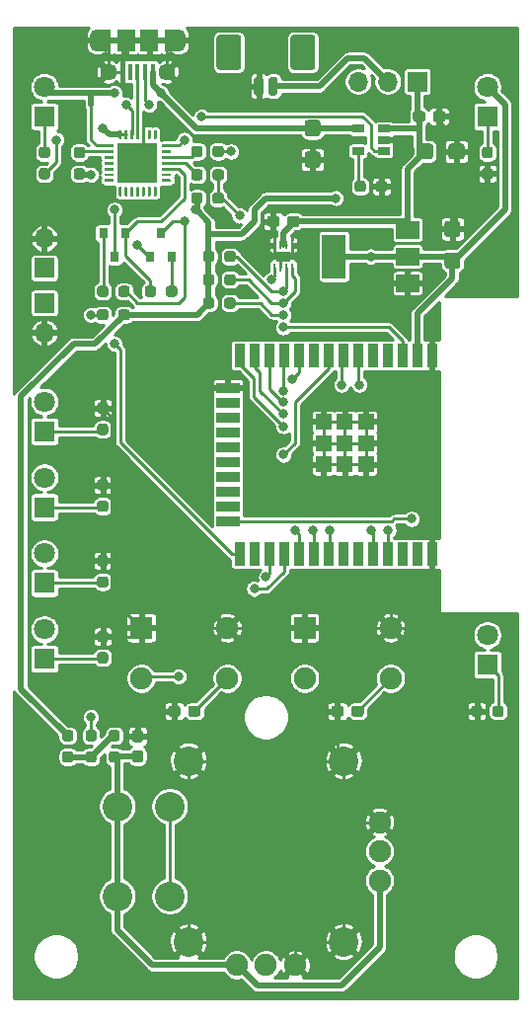
<source format=gbr>
G04 #@! TF.GenerationSoftware,KiCad,Pcbnew,(5.1.10)-1*
G04 #@! TF.CreationDate,2021-06-09T15:44:52+09:00*
G04 #@! TF.ProjectId,controller,636f6e74-726f-46c6-9c65-722e6b696361,rev?*
G04 #@! TF.SameCoordinates,Original*
G04 #@! TF.FileFunction,Copper,L1,Top*
G04 #@! TF.FilePolarity,Positive*
%FSLAX46Y46*%
G04 Gerber Fmt 4.6, Leading zero omitted, Abs format (unit mm)*
G04 Created by KiCad (PCBNEW (5.1.10)-1) date 2021-06-09 15:44:52*
%MOMM*%
%LPD*%
G01*
G04 APERTURE LIST*
G04 #@! TA.AperFunction,ComponentPad*
%ADD10C,0.300000*%
G04 #@! TD*
G04 #@! TA.AperFunction,SMDPad,CuDef*
%ADD11R,1.330000X1.330000*%
G04 #@! TD*
G04 #@! TA.AperFunction,SMDPad,CuDef*
%ADD12R,0.900000X2.000000*%
G04 #@! TD*
G04 #@! TA.AperFunction,SMDPad,CuDef*
%ADD13R,2.000000X0.900000*%
G04 #@! TD*
G04 #@! TA.AperFunction,ComponentPad*
%ADD14O,1.700000X1.700000*%
G04 #@! TD*
G04 #@! TA.AperFunction,ComponentPad*
%ADD15R,1.700000X1.700000*%
G04 #@! TD*
G04 #@! TA.AperFunction,ComponentPad*
%ADD16C,2.540000*%
G04 #@! TD*
G04 #@! TA.AperFunction,ComponentPad*
%ADD17C,1.905000*%
G04 #@! TD*
G04 #@! TA.AperFunction,SMDPad,CuDef*
%ADD18R,1.300000X0.900000*%
G04 #@! TD*
G04 #@! TA.AperFunction,SMDPad,CuDef*
%ADD19R,0.270000X0.760000*%
G04 #@! TD*
G04 #@! TA.AperFunction,SMDPad,CuDef*
%ADD20R,2.000000X1.500000*%
G04 #@! TD*
G04 #@! TA.AperFunction,SMDPad,CuDef*
%ADD21R,2.000000X3.800000*%
G04 #@! TD*
G04 #@! TA.AperFunction,SMDPad,CuDef*
%ADD22R,1.060000X0.650000*%
G04 #@! TD*
G04 #@! TA.AperFunction,SMDPad,CuDef*
%ADD23R,3.350000X3.350000*%
G04 #@! TD*
G04 #@! TA.AperFunction,ComponentPad*
%ADD24R,1.905000X1.905000*%
G04 #@! TD*
G04 #@! TA.AperFunction,SMDPad,CuDef*
%ADD25R,0.800000X0.900000*%
G04 #@! TD*
G04 #@! TA.AperFunction,SMDPad,CuDef*
%ADD26R,1.200000X1.900000*%
G04 #@! TD*
G04 #@! TA.AperFunction,ComponentPad*
%ADD27O,1.200000X1.900000*%
G04 #@! TD*
G04 #@! TA.AperFunction,SMDPad,CuDef*
%ADD28R,1.500000X1.900000*%
G04 #@! TD*
G04 #@! TA.AperFunction,ComponentPad*
%ADD29C,1.450000*%
G04 #@! TD*
G04 #@! TA.AperFunction,SMDPad,CuDef*
%ADD30R,0.400000X1.350000*%
G04 #@! TD*
G04 #@! TA.AperFunction,ComponentPad*
%ADD31C,1.800000*%
G04 #@! TD*
G04 #@! TA.AperFunction,ComponentPad*
%ADD32R,1.800000X1.800000*%
G04 #@! TD*
G04 #@! TA.AperFunction,ViaPad*
%ADD33C,0.800000*%
G04 #@! TD*
G04 #@! TA.AperFunction,Conductor*
%ADD34C,0.500000*%
G04 #@! TD*
G04 #@! TA.AperFunction,Conductor*
%ADD35C,0.250000*%
G04 #@! TD*
G04 #@! TA.AperFunction,Conductor*
%ADD36C,0.254000*%
G04 #@! TD*
G04 #@! TA.AperFunction,Conductor*
%ADD37C,0.100000*%
G04 #@! TD*
G04 APERTURE END LIST*
D10*
X26925000Y-36917500D03*
X26925000Y-35082500D03*
X27842500Y-37835000D03*
X27842500Y-36000000D03*
X27842500Y-34165000D03*
X28760000Y-36917500D03*
X28760000Y-35082500D03*
X29677500Y-37835000D03*
X29677500Y-36000000D03*
X29677500Y-34165000D03*
X30595000Y-36917500D03*
X30595000Y-35082500D03*
D11*
X26925000Y-37835000D03*
X26925000Y-36000000D03*
X26925000Y-34165000D03*
X28760000Y-37835000D03*
X28760000Y-36000000D03*
X28760000Y-34165000D03*
X30595000Y-37835000D03*
X30595000Y-36000000D03*
X30595000Y-34165000D03*
D12*
X36260000Y-45500000D03*
X34990000Y-45500000D03*
X33720000Y-45500000D03*
X32450000Y-45500000D03*
X31180000Y-45500000D03*
X29910000Y-45500000D03*
X28640000Y-45500000D03*
X27370000Y-45500000D03*
X26100000Y-45500000D03*
X24830000Y-45500000D03*
X23560000Y-45500000D03*
X22290000Y-45500000D03*
X21020000Y-45500000D03*
X19750000Y-45500000D03*
D13*
X18750000Y-42715000D03*
X18750000Y-41445000D03*
X18750000Y-40175000D03*
X18750000Y-38905000D03*
X18750000Y-37635000D03*
X18750000Y-36365000D03*
X18750000Y-35095000D03*
X18750000Y-33825000D03*
X18750000Y-32555000D03*
X18750000Y-31285000D03*
D12*
X19750000Y-28500000D03*
X21020000Y-28500000D03*
X22290000Y-28500000D03*
X23560000Y-28500000D03*
X24830000Y-28500000D03*
X26100000Y-28500000D03*
X27370000Y-28500000D03*
X28640000Y-28500000D03*
X29910000Y-28500000D03*
X31180000Y-28500000D03*
X32450000Y-28500000D03*
X33720000Y-28500000D03*
X34990000Y-28500000D03*
X36260000Y-28500000D03*
D14*
X29920000Y-5000000D03*
X32460000Y-5000000D03*
D15*
X35000000Y-5000000D03*
D16*
X28650000Y-63250000D03*
X15350000Y-63250000D03*
X15350000Y-78750000D03*
X28650000Y-78750000D03*
X13750000Y-67150000D03*
X9250000Y-67150000D03*
X9250000Y-74850000D03*
X13750000Y-74850000D03*
D17*
X31750000Y-68500000D03*
X31750000Y-71000000D03*
X31750000Y-73500000D03*
X19500000Y-80750000D03*
X22000000Y-80750000D03*
X24500000Y-80750000D03*
D18*
X23500000Y-20000000D03*
D19*
X24250000Y-20985000D03*
X23750000Y-20985000D03*
X23250000Y-20985000D03*
X22750000Y-20985000D03*
X22750000Y-19015000D03*
X23250000Y-19015000D03*
X23750000Y-19015000D03*
X24250000Y-19015000D03*
D20*
X34150000Y-22300000D03*
X34150000Y-17700000D03*
X34150000Y-20000000D03*
D21*
X27850000Y-20000000D03*
D22*
X29900000Y-10950000D03*
X29900000Y-9050000D03*
X32100000Y-9050000D03*
X32100000Y-10000000D03*
X32100000Y-10950000D03*
D23*
X11000000Y-12000000D03*
G04 #@! TA.AperFunction,SMDPad,CuDef*
G36*
G01*
X13112500Y-10375000D02*
X13787500Y-10375000D01*
G75*
G02*
X13850000Y-10437500I0J-62500D01*
G01*
X13850000Y-10562500D01*
G75*
G02*
X13787500Y-10625000I-62500J0D01*
G01*
X13112500Y-10625000D01*
G75*
G02*
X13050000Y-10562500I0J62500D01*
G01*
X13050000Y-10437500D01*
G75*
G02*
X13112500Y-10375000I62500J0D01*
G01*
G37*
G04 #@! TD.AperFunction*
G04 #@! TA.AperFunction,SMDPad,CuDef*
G36*
G01*
X13112500Y-10875000D02*
X13787500Y-10875000D01*
G75*
G02*
X13850000Y-10937500I0J-62500D01*
G01*
X13850000Y-11062500D01*
G75*
G02*
X13787500Y-11125000I-62500J0D01*
G01*
X13112500Y-11125000D01*
G75*
G02*
X13050000Y-11062500I0J62500D01*
G01*
X13050000Y-10937500D01*
G75*
G02*
X13112500Y-10875000I62500J0D01*
G01*
G37*
G04 #@! TD.AperFunction*
G04 #@! TA.AperFunction,SMDPad,CuDef*
G36*
G01*
X13112500Y-11375000D02*
X13787500Y-11375000D01*
G75*
G02*
X13850000Y-11437500I0J-62500D01*
G01*
X13850000Y-11562500D01*
G75*
G02*
X13787500Y-11625000I-62500J0D01*
G01*
X13112500Y-11625000D01*
G75*
G02*
X13050000Y-11562500I0J62500D01*
G01*
X13050000Y-11437500D01*
G75*
G02*
X13112500Y-11375000I62500J0D01*
G01*
G37*
G04 #@! TD.AperFunction*
G04 #@! TA.AperFunction,SMDPad,CuDef*
G36*
G01*
X13112500Y-11875000D02*
X13787500Y-11875000D01*
G75*
G02*
X13850000Y-11937500I0J-62500D01*
G01*
X13850000Y-12062500D01*
G75*
G02*
X13787500Y-12125000I-62500J0D01*
G01*
X13112500Y-12125000D01*
G75*
G02*
X13050000Y-12062500I0J62500D01*
G01*
X13050000Y-11937500D01*
G75*
G02*
X13112500Y-11875000I62500J0D01*
G01*
G37*
G04 #@! TD.AperFunction*
G04 #@! TA.AperFunction,SMDPad,CuDef*
G36*
G01*
X13112500Y-12375000D02*
X13787500Y-12375000D01*
G75*
G02*
X13850000Y-12437500I0J-62500D01*
G01*
X13850000Y-12562500D01*
G75*
G02*
X13787500Y-12625000I-62500J0D01*
G01*
X13112500Y-12625000D01*
G75*
G02*
X13050000Y-12562500I0J62500D01*
G01*
X13050000Y-12437500D01*
G75*
G02*
X13112500Y-12375000I62500J0D01*
G01*
G37*
G04 #@! TD.AperFunction*
G04 #@! TA.AperFunction,SMDPad,CuDef*
G36*
G01*
X13112500Y-12875000D02*
X13787500Y-12875000D01*
G75*
G02*
X13850000Y-12937500I0J-62500D01*
G01*
X13850000Y-13062500D01*
G75*
G02*
X13787500Y-13125000I-62500J0D01*
G01*
X13112500Y-13125000D01*
G75*
G02*
X13050000Y-13062500I0J62500D01*
G01*
X13050000Y-12937500D01*
G75*
G02*
X13112500Y-12875000I62500J0D01*
G01*
G37*
G04 #@! TD.AperFunction*
G04 #@! TA.AperFunction,SMDPad,CuDef*
G36*
G01*
X13112500Y-13375000D02*
X13787500Y-13375000D01*
G75*
G02*
X13850000Y-13437500I0J-62500D01*
G01*
X13850000Y-13562500D01*
G75*
G02*
X13787500Y-13625000I-62500J0D01*
G01*
X13112500Y-13625000D01*
G75*
G02*
X13050000Y-13562500I0J62500D01*
G01*
X13050000Y-13437500D01*
G75*
G02*
X13112500Y-13375000I62500J0D01*
G01*
G37*
G04 #@! TD.AperFunction*
G04 #@! TA.AperFunction,SMDPad,CuDef*
G36*
G01*
X12437500Y-14050000D02*
X12562500Y-14050000D01*
G75*
G02*
X12625000Y-14112500I0J-62500D01*
G01*
X12625000Y-14787500D01*
G75*
G02*
X12562500Y-14850000I-62500J0D01*
G01*
X12437500Y-14850000D01*
G75*
G02*
X12375000Y-14787500I0J62500D01*
G01*
X12375000Y-14112500D01*
G75*
G02*
X12437500Y-14050000I62500J0D01*
G01*
G37*
G04 #@! TD.AperFunction*
G04 #@! TA.AperFunction,SMDPad,CuDef*
G36*
G01*
X11937500Y-14050000D02*
X12062500Y-14050000D01*
G75*
G02*
X12125000Y-14112500I0J-62500D01*
G01*
X12125000Y-14787500D01*
G75*
G02*
X12062500Y-14850000I-62500J0D01*
G01*
X11937500Y-14850000D01*
G75*
G02*
X11875000Y-14787500I0J62500D01*
G01*
X11875000Y-14112500D01*
G75*
G02*
X11937500Y-14050000I62500J0D01*
G01*
G37*
G04 #@! TD.AperFunction*
G04 #@! TA.AperFunction,SMDPad,CuDef*
G36*
G01*
X11437500Y-14050000D02*
X11562500Y-14050000D01*
G75*
G02*
X11625000Y-14112500I0J-62500D01*
G01*
X11625000Y-14787500D01*
G75*
G02*
X11562500Y-14850000I-62500J0D01*
G01*
X11437500Y-14850000D01*
G75*
G02*
X11375000Y-14787500I0J62500D01*
G01*
X11375000Y-14112500D01*
G75*
G02*
X11437500Y-14050000I62500J0D01*
G01*
G37*
G04 #@! TD.AperFunction*
G04 #@! TA.AperFunction,SMDPad,CuDef*
G36*
G01*
X10937500Y-14050000D02*
X11062500Y-14050000D01*
G75*
G02*
X11125000Y-14112500I0J-62500D01*
G01*
X11125000Y-14787500D01*
G75*
G02*
X11062500Y-14850000I-62500J0D01*
G01*
X10937500Y-14850000D01*
G75*
G02*
X10875000Y-14787500I0J62500D01*
G01*
X10875000Y-14112500D01*
G75*
G02*
X10937500Y-14050000I62500J0D01*
G01*
G37*
G04 #@! TD.AperFunction*
G04 #@! TA.AperFunction,SMDPad,CuDef*
G36*
G01*
X10437500Y-14050000D02*
X10562500Y-14050000D01*
G75*
G02*
X10625000Y-14112500I0J-62500D01*
G01*
X10625000Y-14787500D01*
G75*
G02*
X10562500Y-14850000I-62500J0D01*
G01*
X10437500Y-14850000D01*
G75*
G02*
X10375000Y-14787500I0J62500D01*
G01*
X10375000Y-14112500D01*
G75*
G02*
X10437500Y-14050000I62500J0D01*
G01*
G37*
G04 #@! TD.AperFunction*
G04 #@! TA.AperFunction,SMDPad,CuDef*
G36*
G01*
X9937500Y-14050000D02*
X10062500Y-14050000D01*
G75*
G02*
X10125000Y-14112500I0J-62500D01*
G01*
X10125000Y-14787500D01*
G75*
G02*
X10062500Y-14850000I-62500J0D01*
G01*
X9937500Y-14850000D01*
G75*
G02*
X9875000Y-14787500I0J62500D01*
G01*
X9875000Y-14112500D01*
G75*
G02*
X9937500Y-14050000I62500J0D01*
G01*
G37*
G04 #@! TD.AperFunction*
G04 #@! TA.AperFunction,SMDPad,CuDef*
G36*
G01*
X9437500Y-14050000D02*
X9562500Y-14050000D01*
G75*
G02*
X9625000Y-14112500I0J-62500D01*
G01*
X9625000Y-14787500D01*
G75*
G02*
X9562500Y-14850000I-62500J0D01*
G01*
X9437500Y-14850000D01*
G75*
G02*
X9375000Y-14787500I0J62500D01*
G01*
X9375000Y-14112500D01*
G75*
G02*
X9437500Y-14050000I62500J0D01*
G01*
G37*
G04 #@! TD.AperFunction*
G04 #@! TA.AperFunction,SMDPad,CuDef*
G36*
G01*
X8212500Y-13375000D02*
X8887500Y-13375000D01*
G75*
G02*
X8950000Y-13437500I0J-62500D01*
G01*
X8950000Y-13562500D01*
G75*
G02*
X8887500Y-13625000I-62500J0D01*
G01*
X8212500Y-13625000D01*
G75*
G02*
X8150000Y-13562500I0J62500D01*
G01*
X8150000Y-13437500D01*
G75*
G02*
X8212500Y-13375000I62500J0D01*
G01*
G37*
G04 #@! TD.AperFunction*
G04 #@! TA.AperFunction,SMDPad,CuDef*
G36*
G01*
X8212500Y-12875000D02*
X8887500Y-12875000D01*
G75*
G02*
X8950000Y-12937500I0J-62500D01*
G01*
X8950000Y-13062500D01*
G75*
G02*
X8887500Y-13125000I-62500J0D01*
G01*
X8212500Y-13125000D01*
G75*
G02*
X8150000Y-13062500I0J62500D01*
G01*
X8150000Y-12937500D01*
G75*
G02*
X8212500Y-12875000I62500J0D01*
G01*
G37*
G04 #@! TD.AperFunction*
G04 #@! TA.AperFunction,SMDPad,CuDef*
G36*
G01*
X8212500Y-12375000D02*
X8887500Y-12375000D01*
G75*
G02*
X8950000Y-12437500I0J-62500D01*
G01*
X8950000Y-12562500D01*
G75*
G02*
X8887500Y-12625000I-62500J0D01*
G01*
X8212500Y-12625000D01*
G75*
G02*
X8150000Y-12562500I0J62500D01*
G01*
X8150000Y-12437500D01*
G75*
G02*
X8212500Y-12375000I62500J0D01*
G01*
G37*
G04 #@! TD.AperFunction*
G04 #@! TA.AperFunction,SMDPad,CuDef*
G36*
G01*
X8212500Y-11875000D02*
X8887500Y-11875000D01*
G75*
G02*
X8950000Y-11937500I0J-62500D01*
G01*
X8950000Y-12062500D01*
G75*
G02*
X8887500Y-12125000I-62500J0D01*
G01*
X8212500Y-12125000D01*
G75*
G02*
X8150000Y-12062500I0J62500D01*
G01*
X8150000Y-11937500D01*
G75*
G02*
X8212500Y-11875000I62500J0D01*
G01*
G37*
G04 #@! TD.AperFunction*
G04 #@! TA.AperFunction,SMDPad,CuDef*
G36*
G01*
X8212500Y-11375000D02*
X8887500Y-11375000D01*
G75*
G02*
X8950000Y-11437500I0J-62500D01*
G01*
X8950000Y-11562500D01*
G75*
G02*
X8887500Y-11625000I-62500J0D01*
G01*
X8212500Y-11625000D01*
G75*
G02*
X8150000Y-11562500I0J62500D01*
G01*
X8150000Y-11437500D01*
G75*
G02*
X8212500Y-11375000I62500J0D01*
G01*
G37*
G04 #@! TD.AperFunction*
G04 #@! TA.AperFunction,SMDPad,CuDef*
G36*
G01*
X8212500Y-10875000D02*
X8887500Y-10875000D01*
G75*
G02*
X8950000Y-10937500I0J-62500D01*
G01*
X8950000Y-11062500D01*
G75*
G02*
X8887500Y-11125000I-62500J0D01*
G01*
X8212500Y-11125000D01*
G75*
G02*
X8150000Y-11062500I0J62500D01*
G01*
X8150000Y-10937500D01*
G75*
G02*
X8212500Y-10875000I62500J0D01*
G01*
G37*
G04 #@! TD.AperFunction*
G04 #@! TA.AperFunction,SMDPad,CuDef*
G36*
G01*
X8212500Y-10375000D02*
X8887500Y-10375000D01*
G75*
G02*
X8950000Y-10437500I0J-62500D01*
G01*
X8950000Y-10562500D01*
G75*
G02*
X8887500Y-10625000I-62500J0D01*
G01*
X8212500Y-10625000D01*
G75*
G02*
X8150000Y-10562500I0J62500D01*
G01*
X8150000Y-10437500D01*
G75*
G02*
X8212500Y-10375000I62500J0D01*
G01*
G37*
G04 #@! TD.AperFunction*
G04 #@! TA.AperFunction,SMDPad,CuDef*
G36*
G01*
X9437500Y-9150000D02*
X9562500Y-9150000D01*
G75*
G02*
X9625000Y-9212500I0J-62500D01*
G01*
X9625000Y-9887500D01*
G75*
G02*
X9562500Y-9950000I-62500J0D01*
G01*
X9437500Y-9950000D01*
G75*
G02*
X9375000Y-9887500I0J62500D01*
G01*
X9375000Y-9212500D01*
G75*
G02*
X9437500Y-9150000I62500J0D01*
G01*
G37*
G04 #@! TD.AperFunction*
G04 #@! TA.AperFunction,SMDPad,CuDef*
G36*
G01*
X9937500Y-9150000D02*
X10062500Y-9150000D01*
G75*
G02*
X10125000Y-9212500I0J-62500D01*
G01*
X10125000Y-9887500D01*
G75*
G02*
X10062500Y-9950000I-62500J0D01*
G01*
X9937500Y-9950000D01*
G75*
G02*
X9875000Y-9887500I0J62500D01*
G01*
X9875000Y-9212500D01*
G75*
G02*
X9937500Y-9150000I62500J0D01*
G01*
G37*
G04 #@! TD.AperFunction*
G04 #@! TA.AperFunction,SMDPad,CuDef*
G36*
G01*
X10437500Y-9150000D02*
X10562500Y-9150000D01*
G75*
G02*
X10625000Y-9212500I0J-62500D01*
G01*
X10625000Y-9887500D01*
G75*
G02*
X10562500Y-9950000I-62500J0D01*
G01*
X10437500Y-9950000D01*
G75*
G02*
X10375000Y-9887500I0J62500D01*
G01*
X10375000Y-9212500D01*
G75*
G02*
X10437500Y-9150000I62500J0D01*
G01*
G37*
G04 #@! TD.AperFunction*
G04 #@! TA.AperFunction,SMDPad,CuDef*
G36*
G01*
X10937500Y-9150000D02*
X11062500Y-9150000D01*
G75*
G02*
X11125000Y-9212500I0J-62500D01*
G01*
X11125000Y-9887500D01*
G75*
G02*
X11062500Y-9950000I-62500J0D01*
G01*
X10937500Y-9950000D01*
G75*
G02*
X10875000Y-9887500I0J62500D01*
G01*
X10875000Y-9212500D01*
G75*
G02*
X10937500Y-9150000I62500J0D01*
G01*
G37*
G04 #@! TD.AperFunction*
G04 #@! TA.AperFunction,SMDPad,CuDef*
G36*
G01*
X11437500Y-9150000D02*
X11562500Y-9150000D01*
G75*
G02*
X11625000Y-9212500I0J-62500D01*
G01*
X11625000Y-9887500D01*
G75*
G02*
X11562500Y-9950000I-62500J0D01*
G01*
X11437500Y-9950000D01*
G75*
G02*
X11375000Y-9887500I0J62500D01*
G01*
X11375000Y-9212500D01*
G75*
G02*
X11437500Y-9150000I62500J0D01*
G01*
G37*
G04 #@! TD.AperFunction*
G04 #@! TA.AperFunction,SMDPad,CuDef*
G36*
G01*
X11937500Y-9150000D02*
X12062500Y-9150000D01*
G75*
G02*
X12125000Y-9212500I0J-62500D01*
G01*
X12125000Y-9887500D01*
G75*
G02*
X12062500Y-9950000I-62500J0D01*
G01*
X11937500Y-9950000D01*
G75*
G02*
X11875000Y-9887500I0J62500D01*
G01*
X11875000Y-9212500D01*
G75*
G02*
X11937500Y-9150000I62500J0D01*
G01*
G37*
G04 #@! TD.AperFunction*
G04 #@! TA.AperFunction,SMDPad,CuDef*
G36*
G01*
X12437500Y-9150000D02*
X12562500Y-9150000D01*
G75*
G02*
X12625000Y-9212500I0J-62500D01*
G01*
X12625000Y-9887500D01*
G75*
G02*
X12562500Y-9950000I-62500J0D01*
G01*
X12437500Y-9950000D01*
G75*
G02*
X12375000Y-9887500I0J62500D01*
G01*
X12375000Y-9212500D01*
G75*
G02*
X12437500Y-9150000I62500J0D01*
G01*
G37*
G04 #@! TD.AperFunction*
D24*
X11317000Y-51841000D03*
D17*
X11317000Y-56159000D03*
X18683000Y-56159000D03*
X18683000Y-51841000D03*
D24*
X25317000Y-51841000D03*
D17*
X25317000Y-56159000D03*
X32683000Y-56159000D03*
X32683000Y-51841000D03*
G04 #@! TA.AperFunction,SMDPad,CuDef*
G36*
G01*
X8237500Y-53075000D02*
X7762500Y-53075000D01*
G75*
G02*
X7525000Y-52837500I0J237500D01*
G01*
X7525000Y-52337500D01*
G75*
G02*
X7762500Y-52100000I237500J0D01*
G01*
X8237500Y-52100000D01*
G75*
G02*
X8475000Y-52337500I0J-237500D01*
G01*
X8475000Y-52837500D01*
G75*
G02*
X8237500Y-53075000I-237500J0D01*
G01*
G37*
G04 #@! TD.AperFunction*
G04 #@! TA.AperFunction,SMDPad,CuDef*
G36*
G01*
X8237500Y-54900000D02*
X7762500Y-54900000D01*
G75*
G02*
X7525000Y-54662500I0J237500D01*
G01*
X7525000Y-54162500D01*
G75*
G02*
X7762500Y-53925000I237500J0D01*
G01*
X8237500Y-53925000D01*
G75*
G02*
X8475000Y-54162500I0J-237500D01*
G01*
X8475000Y-54662500D01*
G75*
G02*
X8237500Y-54900000I-237500J0D01*
G01*
G37*
G04 #@! TD.AperFunction*
G04 #@! TA.AperFunction,SMDPad,CuDef*
G36*
G01*
X8237500Y-46575000D02*
X7762500Y-46575000D01*
G75*
G02*
X7525000Y-46337500I0J237500D01*
G01*
X7525000Y-45837500D01*
G75*
G02*
X7762500Y-45600000I237500J0D01*
G01*
X8237500Y-45600000D01*
G75*
G02*
X8475000Y-45837500I0J-237500D01*
G01*
X8475000Y-46337500D01*
G75*
G02*
X8237500Y-46575000I-237500J0D01*
G01*
G37*
G04 #@! TD.AperFunction*
G04 #@! TA.AperFunction,SMDPad,CuDef*
G36*
G01*
X8237500Y-48400000D02*
X7762500Y-48400000D01*
G75*
G02*
X7525000Y-48162500I0J237500D01*
G01*
X7525000Y-47662500D01*
G75*
G02*
X7762500Y-47425000I237500J0D01*
G01*
X8237500Y-47425000D01*
G75*
G02*
X8475000Y-47662500I0J-237500D01*
G01*
X8475000Y-48162500D01*
G75*
G02*
X8237500Y-48400000I-237500J0D01*
G01*
G37*
G04 #@! TD.AperFunction*
G04 #@! TA.AperFunction,SMDPad,CuDef*
G36*
G01*
X8237500Y-40075000D02*
X7762500Y-40075000D01*
G75*
G02*
X7525000Y-39837500I0J237500D01*
G01*
X7525000Y-39337500D01*
G75*
G02*
X7762500Y-39100000I237500J0D01*
G01*
X8237500Y-39100000D01*
G75*
G02*
X8475000Y-39337500I0J-237500D01*
G01*
X8475000Y-39837500D01*
G75*
G02*
X8237500Y-40075000I-237500J0D01*
G01*
G37*
G04 #@! TD.AperFunction*
G04 #@! TA.AperFunction,SMDPad,CuDef*
G36*
G01*
X8237500Y-41900000D02*
X7762500Y-41900000D01*
G75*
G02*
X7525000Y-41662500I0J237500D01*
G01*
X7525000Y-41162500D01*
G75*
G02*
X7762500Y-40925000I237500J0D01*
G01*
X8237500Y-40925000D01*
G75*
G02*
X8475000Y-41162500I0J-237500D01*
G01*
X8475000Y-41662500D01*
G75*
G02*
X8237500Y-41900000I-237500J0D01*
G01*
G37*
G04 #@! TD.AperFunction*
G04 #@! TA.AperFunction,SMDPad,CuDef*
G36*
G01*
X8237500Y-33487500D02*
X7762500Y-33487500D01*
G75*
G02*
X7525000Y-33250000I0J237500D01*
G01*
X7525000Y-32750000D01*
G75*
G02*
X7762500Y-32512500I237500J0D01*
G01*
X8237500Y-32512500D01*
G75*
G02*
X8475000Y-32750000I0J-237500D01*
G01*
X8475000Y-33250000D01*
G75*
G02*
X8237500Y-33487500I-237500J0D01*
G01*
G37*
G04 #@! TD.AperFunction*
G04 #@! TA.AperFunction,SMDPad,CuDef*
G36*
G01*
X8237500Y-35312500D02*
X7762500Y-35312500D01*
G75*
G02*
X7525000Y-35075000I0J237500D01*
G01*
X7525000Y-34575000D01*
G75*
G02*
X7762500Y-34337500I237500J0D01*
G01*
X8237500Y-34337500D01*
G75*
G02*
X8475000Y-34575000I0J-237500D01*
G01*
X8475000Y-35075000D01*
G75*
G02*
X8237500Y-35312500I-237500J0D01*
G01*
G37*
G04 #@! TD.AperFunction*
G04 #@! TA.AperFunction,SMDPad,CuDef*
G36*
G01*
X40575000Y-58762500D02*
X40575000Y-59237500D01*
G75*
G02*
X40337500Y-59475000I-237500J0D01*
G01*
X39837500Y-59475000D01*
G75*
G02*
X39600000Y-59237500I0J237500D01*
G01*
X39600000Y-58762500D01*
G75*
G02*
X39837500Y-58525000I237500J0D01*
G01*
X40337500Y-58525000D01*
G75*
G02*
X40575000Y-58762500I0J-237500D01*
G01*
G37*
G04 #@! TD.AperFunction*
G04 #@! TA.AperFunction,SMDPad,CuDef*
G36*
G01*
X42400000Y-58762500D02*
X42400000Y-59237500D01*
G75*
G02*
X42162500Y-59475000I-237500J0D01*
G01*
X41662500Y-59475000D01*
G75*
G02*
X41425000Y-59237500I0J237500D01*
G01*
X41425000Y-58762500D01*
G75*
G02*
X41662500Y-58525000I237500J0D01*
G01*
X42162500Y-58525000D01*
G75*
G02*
X42400000Y-58762500I0J-237500D01*
G01*
G37*
G04 #@! TD.AperFunction*
G04 #@! TA.AperFunction,SMDPad,CuDef*
G36*
G01*
X40762500Y-12425000D02*
X41237500Y-12425000D01*
G75*
G02*
X41475000Y-12662500I0J-237500D01*
G01*
X41475000Y-13162500D01*
G75*
G02*
X41237500Y-13400000I-237500J0D01*
G01*
X40762500Y-13400000D01*
G75*
G02*
X40525000Y-13162500I0J237500D01*
G01*
X40525000Y-12662500D01*
G75*
G02*
X40762500Y-12425000I237500J0D01*
G01*
G37*
G04 #@! TD.AperFunction*
G04 #@! TA.AperFunction,SMDPad,CuDef*
G36*
G01*
X40762500Y-10600000D02*
X41237500Y-10600000D01*
G75*
G02*
X41475000Y-10837500I0J-237500D01*
G01*
X41475000Y-11337500D01*
G75*
G02*
X41237500Y-11575000I-237500J0D01*
G01*
X40762500Y-11575000D01*
G75*
G02*
X40525000Y-11337500I0J237500D01*
G01*
X40525000Y-10837500D01*
G75*
G02*
X40762500Y-10600000I237500J0D01*
G01*
G37*
G04 #@! TD.AperFunction*
G04 #@! TA.AperFunction,SMDPad,CuDef*
G36*
G01*
X9237500Y-61575000D02*
X8762500Y-61575000D01*
G75*
G02*
X8525000Y-61337500I0J237500D01*
G01*
X8525000Y-60837500D01*
G75*
G02*
X8762500Y-60600000I237500J0D01*
G01*
X9237500Y-60600000D01*
G75*
G02*
X9475000Y-60837500I0J-237500D01*
G01*
X9475000Y-61337500D01*
G75*
G02*
X9237500Y-61575000I-237500J0D01*
G01*
G37*
G04 #@! TD.AperFunction*
G04 #@! TA.AperFunction,SMDPad,CuDef*
G36*
G01*
X9237500Y-63400000D02*
X8762500Y-63400000D01*
G75*
G02*
X8525000Y-63162500I0J237500D01*
G01*
X8525000Y-62662500D01*
G75*
G02*
X8762500Y-62425000I237500J0D01*
G01*
X9237500Y-62425000D01*
G75*
G02*
X9475000Y-62662500I0J-237500D01*
G01*
X9475000Y-63162500D01*
G75*
G02*
X9237500Y-63400000I-237500J0D01*
G01*
G37*
G04 #@! TD.AperFunction*
G04 #@! TA.AperFunction,SMDPad,CuDef*
G36*
G01*
X6762500Y-62425000D02*
X7237500Y-62425000D01*
G75*
G02*
X7475000Y-62662500I0J-237500D01*
G01*
X7475000Y-63162500D01*
G75*
G02*
X7237500Y-63400000I-237500J0D01*
G01*
X6762500Y-63400000D01*
G75*
G02*
X6525000Y-63162500I0J237500D01*
G01*
X6525000Y-62662500D01*
G75*
G02*
X6762500Y-62425000I237500J0D01*
G01*
G37*
G04 #@! TD.AperFunction*
G04 #@! TA.AperFunction,SMDPad,CuDef*
G36*
G01*
X6762500Y-60600000D02*
X7237500Y-60600000D01*
G75*
G02*
X7475000Y-60837500I0J-237500D01*
G01*
X7475000Y-61337500D01*
G75*
G02*
X7237500Y-61575000I-237500J0D01*
G01*
X6762500Y-61575000D01*
G75*
G02*
X6525000Y-61337500I0J237500D01*
G01*
X6525000Y-60837500D01*
G75*
G02*
X6762500Y-60600000I237500J0D01*
G01*
G37*
G04 #@! TD.AperFunction*
G04 #@! TA.AperFunction,SMDPad,CuDef*
G36*
G01*
X5237500Y-61575000D02*
X4762500Y-61575000D01*
G75*
G02*
X4525000Y-61337500I0J237500D01*
G01*
X4525000Y-60837500D01*
G75*
G02*
X4762500Y-60600000I237500J0D01*
G01*
X5237500Y-60600000D01*
G75*
G02*
X5475000Y-60837500I0J-237500D01*
G01*
X5475000Y-61337500D01*
G75*
G02*
X5237500Y-61575000I-237500J0D01*
G01*
G37*
G04 #@! TD.AperFunction*
G04 #@! TA.AperFunction,SMDPad,CuDef*
G36*
G01*
X5237500Y-63400000D02*
X4762500Y-63400000D01*
G75*
G02*
X4525000Y-63162500I0J237500D01*
G01*
X4525000Y-62662500D01*
G75*
G02*
X4762500Y-62425000I237500J0D01*
G01*
X5237500Y-62425000D01*
G75*
G02*
X5475000Y-62662500I0J-237500D01*
G01*
X5475000Y-63162500D01*
G75*
G02*
X5237500Y-63400000I-237500J0D01*
G01*
G37*
G04 #@! TD.AperFunction*
G04 #@! TA.AperFunction,SMDPad,CuDef*
G36*
G01*
X17575000Y-19762500D02*
X17575000Y-20237500D01*
G75*
G02*
X17337500Y-20475000I-237500J0D01*
G01*
X16837500Y-20475000D01*
G75*
G02*
X16600000Y-20237500I0J237500D01*
G01*
X16600000Y-19762500D01*
G75*
G02*
X16837500Y-19525000I237500J0D01*
G01*
X17337500Y-19525000D01*
G75*
G02*
X17575000Y-19762500I0J-237500D01*
G01*
G37*
G04 #@! TD.AperFunction*
G04 #@! TA.AperFunction,SMDPad,CuDef*
G36*
G01*
X19400000Y-19762500D02*
X19400000Y-20237500D01*
G75*
G02*
X19162500Y-20475000I-237500J0D01*
G01*
X18662500Y-20475000D01*
G75*
G02*
X18425000Y-20237500I0J237500D01*
G01*
X18425000Y-19762500D01*
G75*
G02*
X18662500Y-19525000I237500J0D01*
G01*
X19162500Y-19525000D01*
G75*
G02*
X19400000Y-19762500I0J-237500D01*
G01*
G37*
G04 #@! TD.AperFunction*
G04 #@! TA.AperFunction,SMDPad,CuDef*
G36*
G01*
X17575000Y-21762500D02*
X17575000Y-22237500D01*
G75*
G02*
X17337500Y-22475000I-237500J0D01*
G01*
X16837500Y-22475000D01*
G75*
G02*
X16600000Y-22237500I0J237500D01*
G01*
X16600000Y-21762500D01*
G75*
G02*
X16837500Y-21525000I237500J0D01*
G01*
X17337500Y-21525000D01*
G75*
G02*
X17575000Y-21762500I0J-237500D01*
G01*
G37*
G04 #@! TD.AperFunction*
G04 #@! TA.AperFunction,SMDPad,CuDef*
G36*
G01*
X19400000Y-21762500D02*
X19400000Y-22237500D01*
G75*
G02*
X19162500Y-22475000I-237500J0D01*
G01*
X18662500Y-22475000D01*
G75*
G02*
X18425000Y-22237500I0J237500D01*
G01*
X18425000Y-21762500D01*
G75*
G02*
X18662500Y-21525000I237500J0D01*
G01*
X19162500Y-21525000D01*
G75*
G02*
X19400000Y-21762500I0J-237500D01*
G01*
G37*
G04 #@! TD.AperFunction*
G04 #@! TA.AperFunction,SMDPad,CuDef*
G36*
G01*
X17575000Y-23762500D02*
X17575000Y-24237500D01*
G75*
G02*
X17337500Y-24475000I-237500J0D01*
G01*
X16837500Y-24475000D01*
G75*
G02*
X16600000Y-24237500I0J237500D01*
G01*
X16600000Y-23762500D01*
G75*
G02*
X16837500Y-23525000I237500J0D01*
G01*
X17337500Y-23525000D01*
G75*
G02*
X17575000Y-23762500I0J-237500D01*
G01*
G37*
G04 #@! TD.AperFunction*
G04 #@! TA.AperFunction,SMDPad,CuDef*
G36*
G01*
X19400000Y-23762500D02*
X19400000Y-24237500D01*
G75*
G02*
X19162500Y-24475000I-237500J0D01*
G01*
X18662500Y-24475000D01*
G75*
G02*
X18425000Y-24237500I0J237500D01*
G01*
X18425000Y-23762500D01*
G75*
G02*
X18662500Y-23525000I237500J0D01*
G01*
X19162500Y-23525000D01*
G75*
G02*
X19400000Y-23762500I0J-237500D01*
G01*
G37*
G04 #@! TD.AperFunction*
G04 #@! TA.AperFunction,SMDPad,CuDef*
G36*
G01*
X16575000Y-14762500D02*
X16575000Y-15237500D01*
G75*
G02*
X16337500Y-15475000I-237500J0D01*
G01*
X15837500Y-15475000D01*
G75*
G02*
X15600000Y-15237500I0J237500D01*
G01*
X15600000Y-14762500D01*
G75*
G02*
X15837500Y-14525000I237500J0D01*
G01*
X16337500Y-14525000D01*
G75*
G02*
X16575000Y-14762500I0J-237500D01*
G01*
G37*
G04 #@! TD.AperFunction*
G04 #@! TA.AperFunction,SMDPad,CuDef*
G36*
G01*
X18400000Y-14762500D02*
X18400000Y-15237500D01*
G75*
G02*
X18162500Y-15475000I-237500J0D01*
G01*
X17662500Y-15475000D01*
G75*
G02*
X17425000Y-15237500I0J237500D01*
G01*
X17425000Y-14762500D01*
G75*
G02*
X17662500Y-14525000I237500J0D01*
G01*
X18162500Y-14525000D01*
G75*
G02*
X18400000Y-14762500I0J-237500D01*
G01*
G37*
G04 #@! TD.AperFunction*
G04 #@! TA.AperFunction,SMDPad,CuDef*
G36*
G01*
X16575000Y-10762500D02*
X16575000Y-11237500D01*
G75*
G02*
X16337500Y-11475000I-237500J0D01*
G01*
X15837500Y-11475000D01*
G75*
G02*
X15600000Y-11237500I0J237500D01*
G01*
X15600000Y-10762500D01*
G75*
G02*
X15837500Y-10525000I237500J0D01*
G01*
X16337500Y-10525000D01*
G75*
G02*
X16575000Y-10762500I0J-237500D01*
G01*
G37*
G04 #@! TD.AperFunction*
G04 #@! TA.AperFunction,SMDPad,CuDef*
G36*
G01*
X18400000Y-10762500D02*
X18400000Y-11237500D01*
G75*
G02*
X18162500Y-11475000I-237500J0D01*
G01*
X17662500Y-11475000D01*
G75*
G02*
X17425000Y-11237500I0J237500D01*
G01*
X17425000Y-10762500D01*
G75*
G02*
X17662500Y-10525000I237500J0D01*
G01*
X18162500Y-10525000D01*
G75*
G02*
X18400000Y-10762500I0J-237500D01*
G01*
G37*
G04 #@! TD.AperFunction*
G04 #@! TA.AperFunction,SMDPad,CuDef*
G36*
G01*
X16575000Y-12762500D02*
X16575000Y-13237500D01*
G75*
G02*
X16337500Y-13475000I-237500J0D01*
G01*
X15837500Y-13475000D01*
G75*
G02*
X15600000Y-13237500I0J237500D01*
G01*
X15600000Y-12762500D01*
G75*
G02*
X15837500Y-12525000I237500J0D01*
G01*
X16337500Y-12525000D01*
G75*
G02*
X16575000Y-12762500I0J-237500D01*
G01*
G37*
G04 #@! TD.AperFunction*
G04 #@! TA.AperFunction,SMDPad,CuDef*
G36*
G01*
X18400000Y-12762500D02*
X18400000Y-13237500D01*
G75*
G02*
X18162500Y-13475000I-237500J0D01*
G01*
X17662500Y-13475000D01*
G75*
G02*
X17425000Y-13237500I0J237500D01*
G01*
X17425000Y-12762500D01*
G75*
G02*
X17662500Y-12525000I237500J0D01*
G01*
X18162500Y-12525000D01*
G75*
G02*
X18400000Y-12762500I0J-237500D01*
G01*
G37*
G04 #@! TD.AperFunction*
G04 #@! TA.AperFunction,SMDPad,CuDef*
G36*
G01*
X3237500Y-11575000D02*
X2762500Y-11575000D01*
G75*
G02*
X2525000Y-11337500I0J237500D01*
G01*
X2525000Y-10837500D01*
G75*
G02*
X2762500Y-10600000I237500J0D01*
G01*
X3237500Y-10600000D01*
G75*
G02*
X3475000Y-10837500I0J-237500D01*
G01*
X3475000Y-11337500D01*
G75*
G02*
X3237500Y-11575000I-237500J0D01*
G01*
G37*
G04 #@! TD.AperFunction*
G04 #@! TA.AperFunction,SMDPad,CuDef*
G36*
G01*
X3237500Y-13400000D02*
X2762500Y-13400000D01*
G75*
G02*
X2525000Y-13162500I0J237500D01*
G01*
X2525000Y-12662500D01*
G75*
G02*
X2762500Y-12425000I237500J0D01*
G01*
X3237500Y-12425000D01*
G75*
G02*
X3475000Y-12662500I0J-237500D01*
G01*
X3475000Y-13162500D01*
G75*
G02*
X3237500Y-13400000I-237500J0D01*
G01*
G37*
G04 #@! TD.AperFunction*
G04 #@! TA.AperFunction,SMDPad,CuDef*
G36*
G01*
X9337500Y-25237500D02*
X9337500Y-24762500D01*
G75*
G02*
X9575000Y-24525000I237500J0D01*
G01*
X10075000Y-24525000D01*
G75*
G02*
X10312500Y-24762500I0J-237500D01*
G01*
X10312500Y-25237500D01*
G75*
G02*
X10075000Y-25475000I-237500J0D01*
G01*
X9575000Y-25475000D01*
G75*
G02*
X9337500Y-25237500I0J237500D01*
G01*
G37*
G04 #@! TD.AperFunction*
G04 #@! TA.AperFunction,SMDPad,CuDef*
G36*
G01*
X7512500Y-25237500D02*
X7512500Y-24762500D01*
G75*
G02*
X7750000Y-24525000I237500J0D01*
G01*
X8250000Y-24525000D01*
G75*
G02*
X8487500Y-24762500I0J-237500D01*
G01*
X8487500Y-25237500D01*
G75*
G02*
X8250000Y-25475000I-237500J0D01*
G01*
X7750000Y-25475000D01*
G75*
G02*
X7512500Y-25237500I0J237500D01*
G01*
G37*
G04 #@! TD.AperFunction*
G04 #@! TA.AperFunction,SMDPad,CuDef*
G36*
G01*
X31425000Y-14237500D02*
X31425000Y-13762500D01*
G75*
G02*
X31662500Y-13525000I237500J0D01*
G01*
X32162500Y-13525000D01*
G75*
G02*
X32400000Y-13762500I0J-237500D01*
G01*
X32400000Y-14237500D01*
G75*
G02*
X32162500Y-14475000I-237500J0D01*
G01*
X31662500Y-14475000D01*
G75*
G02*
X31425000Y-14237500I0J237500D01*
G01*
G37*
G04 #@! TD.AperFunction*
G04 #@! TA.AperFunction,SMDPad,CuDef*
G36*
G01*
X29600000Y-14237500D02*
X29600000Y-13762500D01*
G75*
G02*
X29837500Y-13525000I237500J0D01*
G01*
X30337500Y-13525000D01*
G75*
G02*
X30575000Y-13762500I0J-237500D01*
G01*
X30575000Y-14237500D01*
G75*
G02*
X30337500Y-14475000I-237500J0D01*
G01*
X29837500Y-14475000D01*
G75*
G02*
X29600000Y-14237500I0J237500D01*
G01*
G37*
G04 #@! TD.AperFunction*
G04 #@! TA.AperFunction,SMDPad,CuDef*
G36*
G01*
X6237500Y-11575000D02*
X5762500Y-11575000D01*
G75*
G02*
X5525000Y-11337500I0J237500D01*
G01*
X5525000Y-10837500D01*
G75*
G02*
X5762500Y-10600000I237500J0D01*
G01*
X6237500Y-10600000D01*
G75*
G02*
X6475000Y-10837500I0J-237500D01*
G01*
X6475000Y-11337500D01*
G75*
G02*
X6237500Y-11575000I-237500J0D01*
G01*
G37*
G04 #@! TD.AperFunction*
G04 #@! TA.AperFunction,SMDPad,CuDef*
G36*
G01*
X6237500Y-13400000D02*
X5762500Y-13400000D01*
G75*
G02*
X5525000Y-13162500I0J237500D01*
G01*
X5525000Y-12662500D01*
G75*
G02*
X5762500Y-12425000I237500J0D01*
G01*
X6237500Y-12425000D01*
G75*
G02*
X6475000Y-12662500I0J-237500D01*
G01*
X6475000Y-13162500D01*
G75*
G02*
X6237500Y-13400000I-237500J0D01*
G01*
G37*
G04 #@! TD.AperFunction*
G04 #@! TA.AperFunction,SMDPad,CuDef*
G36*
G01*
X13425000Y-23237500D02*
X13425000Y-22762500D01*
G75*
G02*
X13662500Y-22525000I237500J0D01*
G01*
X14162500Y-22525000D01*
G75*
G02*
X14400000Y-22762500I0J-237500D01*
G01*
X14400000Y-23237500D01*
G75*
G02*
X14162500Y-23475000I-237500J0D01*
G01*
X13662500Y-23475000D01*
G75*
G02*
X13425000Y-23237500I0J237500D01*
G01*
G37*
G04 #@! TD.AperFunction*
G04 #@! TA.AperFunction,SMDPad,CuDef*
G36*
G01*
X11600000Y-23237500D02*
X11600000Y-22762500D01*
G75*
G02*
X11837500Y-22525000I237500J0D01*
G01*
X12337500Y-22525000D01*
G75*
G02*
X12575000Y-22762500I0J-237500D01*
G01*
X12575000Y-23237500D01*
G75*
G02*
X12337500Y-23475000I-237500J0D01*
G01*
X11837500Y-23475000D01*
G75*
G02*
X11600000Y-23237500I0J237500D01*
G01*
G37*
G04 #@! TD.AperFunction*
G04 #@! TA.AperFunction,SMDPad,CuDef*
G36*
G01*
X8487500Y-22762500D02*
X8487500Y-23237500D01*
G75*
G02*
X8250000Y-23475000I-237500J0D01*
G01*
X7750000Y-23475000D01*
G75*
G02*
X7512500Y-23237500I0J237500D01*
G01*
X7512500Y-22762500D01*
G75*
G02*
X7750000Y-22525000I237500J0D01*
G01*
X8250000Y-22525000D01*
G75*
G02*
X8487500Y-22762500I0J-237500D01*
G01*
G37*
G04 #@! TD.AperFunction*
G04 #@! TA.AperFunction,SMDPad,CuDef*
G36*
G01*
X10312500Y-22762500D02*
X10312500Y-23237500D01*
G75*
G02*
X10075000Y-23475000I-237500J0D01*
G01*
X9575000Y-23475000D01*
G75*
G02*
X9337500Y-23237500I0J237500D01*
G01*
X9337500Y-22762500D01*
G75*
G02*
X9575000Y-22525000I237500J0D01*
G01*
X10075000Y-22525000D01*
G75*
G02*
X10312500Y-22762500I0J-237500D01*
G01*
G37*
G04 #@! TD.AperFunction*
D25*
X13000000Y-18000000D03*
X13950000Y-20000000D03*
X12050000Y-20000000D03*
X9000000Y-20000000D03*
X8050000Y-18000000D03*
X9950000Y-18000000D03*
D14*
X3000000Y-18460000D03*
D15*
X3000000Y-21000000D03*
D14*
X3000000Y-26540000D03*
D15*
X3000000Y-24000000D03*
D26*
X13900000Y-1462500D03*
X8100000Y-1462500D03*
D27*
X7500000Y-1462500D03*
X14500000Y-1462500D03*
D28*
X12000000Y-1462500D03*
D29*
X8500000Y-4162500D03*
D30*
X11000000Y-4162500D03*
X10350000Y-4162500D03*
X9700000Y-4162500D03*
X12300000Y-4162500D03*
X11650000Y-4162500D03*
D29*
X13500000Y-4162500D03*
D28*
X10000000Y-1462500D03*
G04 #@! TA.AperFunction,SMDPad,CuDef*
G36*
G01*
X19875000Y-1250000D02*
X19875000Y-3750000D01*
G75*
G02*
X19625000Y-4000000I-250000J0D01*
G01*
X18025000Y-4000000D01*
G75*
G02*
X17775000Y-3750000I0J250000D01*
G01*
X17775000Y-1250000D01*
G75*
G02*
X18025000Y-1000000I250000J0D01*
G01*
X19625000Y-1000000D01*
G75*
G02*
X19875000Y-1250000I0J-250000D01*
G01*
G37*
G04 #@! TD.AperFunction*
G04 #@! TA.AperFunction,SMDPad,CuDef*
G36*
G01*
X26225000Y-1250000D02*
X26225000Y-3750000D01*
G75*
G02*
X25975000Y-4000000I-250000J0D01*
G01*
X24375000Y-4000000D01*
G75*
G02*
X24125000Y-3750000I0J250000D01*
G01*
X24125000Y-1250000D01*
G75*
G02*
X24375000Y-1000000I250000J0D01*
G01*
X25975000Y-1000000D01*
G75*
G02*
X26225000Y-1250000I0J-250000D01*
G01*
G37*
G04 #@! TD.AperFunction*
G04 #@! TA.AperFunction,SMDPad,CuDef*
G36*
G01*
X21775000Y-4800000D02*
X21775000Y-6000000D01*
G75*
G02*
X21575000Y-6200000I-200000J0D01*
G01*
X21175000Y-6200000D01*
G75*
G02*
X20975000Y-6000000I0J200000D01*
G01*
X20975000Y-4800000D01*
G75*
G02*
X21175000Y-4600000I200000J0D01*
G01*
X21575000Y-4600000D01*
G75*
G02*
X21775000Y-4800000I0J-200000D01*
G01*
G37*
G04 #@! TD.AperFunction*
G04 #@! TA.AperFunction,SMDPad,CuDef*
G36*
G01*
X23025000Y-4800000D02*
X23025000Y-6000000D01*
G75*
G02*
X22825000Y-6200000I-200000J0D01*
G01*
X22425000Y-6200000D01*
G75*
G02*
X22225000Y-6000000I0J200000D01*
G01*
X22225000Y-4800000D01*
G75*
G02*
X22425000Y-4600000I200000J0D01*
G01*
X22825000Y-4600000D01*
G75*
G02*
X23025000Y-4800000I0J-200000D01*
G01*
G37*
G04 #@! TD.AperFunction*
D31*
X3000000Y-51960000D03*
D32*
X3000000Y-54500000D03*
D31*
X3000000Y-45460000D03*
D32*
X3000000Y-48000000D03*
D31*
X3000000Y-38960000D03*
D32*
X3000000Y-41500000D03*
D31*
X3000000Y-32460000D03*
D32*
X3000000Y-35000000D03*
D31*
X41000000Y-52460000D03*
D32*
X41000000Y-55000000D03*
D31*
X41000000Y-5460000D03*
D32*
X41000000Y-8000000D03*
D31*
X3000000Y-5460000D03*
D32*
X3000000Y-8000000D03*
G04 #@! TA.AperFunction,SMDPad,CuDef*
G36*
G01*
X14675000Y-58762500D02*
X14675000Y-59237500D01*
G75*
G02*
X14437500Y-59475000I-237500J0D01*
G01*
X13837500Y-59475000D01*
G75*
G02*
X13600000Y-59237500I0J237500D01*
G01*
X13600000Y-58762500D01*
G75*
G02*
X13837500Y-58525000I237500J0D01*
G01*
X14437500Y-58525000D01*
G75*
G02*
X14675000Y-58762500I0J-237500D01*
G01*
G37*
G04 #@! TD.AperFunction*
G04 #@! TA.AperFunction,SMDPad,CuDef*
G36*
G01*
X16400000Y-58762500D02*
X16400000Y-59237500D01*
G75*
G02*
X16162500Y-59475000I-237500J0D01*
G01*
X15562500Y-59475000D01*
G75*
G02*
X15325000Y-59237500I0J237500D01*
G01*
X15325000Y-58762500D01*
G75*
G02*
X15562500Y-58525000I237500J0D01*
G01*
X16162500Y-58525000D01*
G75*
G02*
X16400000Y-58762500I0J-237500D01*
G01*
G37*
G04 #@! TD.AperFunction*
G04 #@! TA.AperFunction,SMDPad,CuDef*
G36*
G01*
X28675000Y-58762500D02*
X28675000Y-59237500D01*
G75*
G02*
X28437500Y-59475000I-237500J0D01*
G01*
X27837500Y-59475000D01*
G75*
G02*
X27600000Y-59237500I0J237500D01*
G01*
X27600000Y-58762500D01*
G75*
G02*
X27837500Y-58525000I237500J0D01*
G01*
X28437500Y-58525000D01*
G75*
G02*
X28675000Y-58762500I0J-237500D01*
G01*
G37*
G04 #@! TD.AperFunction*
G04 #@! TA.AperFunction,SMDPad,CuDef*
G36*
G01*
X30400000Y-58762500D02*
X30400000Y-59237500D01*
G75*
G02*
X30162500Y-59475000I-237500J0D01*
G01*
X29562500Y-59475000D01*
G75*
G02*
X29325000Y-59237500I0J237500D01*
G01*
X29325000Y-58762500D01*
G75*
G02*
X29562500Y-58525000I237500J0D01*
G01*
X30162500Y-58525000D01*
G75*
G02*
X30400000Y-58762500I0J-237500D01*
G01*
G37*
G04 #@! TD.AperFunction*
G04 #@! TA.AperFunction,SMDPad,CuDef*
G36*
G01*
X23175000Y-16762500D02*
X23175000Y-17237500D01*
G75*
G02*
X22937500Y-17475000I-237500J0D01*
G01*
X22337500Y-17475000D01*
G75*
G02*
X22100000Y-17237500I0J237500D01*
G01*
X22100000Y-16762500D01*
G75*
G02*
X22337500Y-16525000I237500J0D01*
G01*
X22937500Y-16525000D01*
G75*
G02*
X23175000Y-16762500I0J-237500D01*
G01*
G37*
G04 #@! TD.AperFunction*
G04 #@! TA.AperFunction,SMDPad,CuDef*
G36*
G01*
X24900000Y-16762500D02*
X24900000Y-17237500D01*
G75*
G02*
X24662500Y-17475000I-237500J0D01*
G01*
X24062500Y-17475000D01*
G75*
G02*
X23825000Y-17237500I0J237500D01*
G01*
X23825000Y-16762500D01*
G75*
G02*
X24062500Y-16525000I237500J0D01*
G01*
X24662500Y-16525000D01*
G75*
G02*
X24900000Y-16762500I0J-237500D01*
G01*
G37*
G04 #@! TD.AperFunction*
G04 #@! TA.AperFunction,SMDPad,CuDef*
G36*
G01*
X38425001Y-18350000D02*
X37574999Y-18350000D01*
G75*
G02*
X37325000Y-18100001I0J249999D01*
G01*
X37325000Y-17199999D01*
G75*
G02*
X37574999Y-16950000I249999J0D01*
G01*
X38425001Y-16950000D01*
G75*
G02*
X38675000Y-17199999I0J-249999D01*
G01*
X38675000Y-18100001D01*
G75*
G02*
X38425001Y-18350000I-249999J0D01*
G01*
G37*
G04 #@! TD.AperFunction*
G04 #@! TA.AperFunction,SMDPad,CuDef*
G36*
G01*
X38425001Y-21050000D02*
X37574999Y-21050000D01*
G75*
G02*
X37325000Y-20800001I0J249999D01*
G01*
X37325000Y-19899999D01*
G75*
G02*
X37574999Y-19650000I249999J0D01*
G01*
X38425001Y-19650000D01*
G75*
G02*
X38675000Y-19899999I0J-249999D01*
G01*
X38675000Y-20800001D01*
G75*
G02*
X38425001Y-21050000I-249999J0D01*
G01*
G37*
G04 #@! TD.AperFunction*
G04 #@! TA.AperFunction,SMDPad,CuDef*
G36*
G01*
X11237500Y-61675000D02*
X10762500Y-61675000D01*
G75*
G02*
X10525000Y-61437500I0J237500D01*
G01*
X10525000Y-60837500D01*
G75*
G02*
X10762500Y-60600000I237500J0D01*
G01*
X11237500Y-60600000D01*
G75*
G02*
X11475000Y-60837500I0J-237500D01*
G01*
X11475000Y-61437500D01*
G75*
G02*
X11237500Y-61675000I-237500J0D01*
G01*
G37*
G04 #@! TD.AperFunction*
G04 #@! TA.AperFunction,SMDPad,CuDef*
G36*
G01*
X11237500Y-63400000D02*
X10762500Y-63400000D01*
G75*
G02*
X10525000Y-63162500I0J237500D01*
G01*
X10525000Y-62562500D01*
G75*
G02*
X10762500Y-62325000I237500J0D01*
G01*
X11237500Y-62325000D01*
G75*
G02*
X11475000Y-62562500I0J-237500D01*
G01*
X11475000Y-63162500D01*
G75*
G02*
X11237500Y-63400000I-237500J0D01*
G01*
G37*
G04 #@! TD.AperFunction*
G04 #@! TA.AperFunction,SMDPad,CuDef*
G36*
G01*
X37650000Y-11425001D02*
X37650000Y-10574999D01*
G75*
G02*
X37899999Y-10325000I249999J0D01*
G01*
X38800001Y-10325000D01*
G75*
G02*
X39050000Y-10574999I0J-249999D01*
G01*
X39050000Y-11425001D01*
G75*
G02*
X38800001Y-11675000I-249999J0D01*
G01*
X37899999Y-11675000D01*
G75*
G02*
X37650000Y-11425001I0J249999D01*
G01*
G37*
G04 #@! TD.AperFunction*
G04 #@! TA.AperFunction,SMDPad,CuDef*
G36*
G01*
X34950000Y-11425001D02*
X34950000Y-10574999D01*
G75*
G02*
X35199999Y-10325000I249999J0D01*
G01*
X36100001Y-10325000D01*
G75*
G02*
X36350000Y-10574999I0J-249999D01*
G01*
X36350000Y-11425001D01*
G75*
G02*
X36100001Y-11675000I-249999J0D01*
G01*
X35199999Y-11675000D01*
G75*
G02*
X34950000Y-11425001I0J249999D01*
G01*
G37*
G04 #@! TD.AperFunction*
G04 #@! TA.AperFunction,SMDPad,CuDef*
G36*
G01*
X25574999Y-11000000D02*
X26425001Y-11000000D01*
G75*
G02*
X26675000Y-11249999I0J-249999D01*
G01*
X26675000Y-12150001D01*
G75*
G02*
X26425001Y-12400000I-249999J0D01*
G01*
X25574999Y-12400000D01*
G75*
G02*
X25325000Y-12150001I0J249999D01*
G01*
X25325000Y-11249999D01*
G75*
G02*
X25574999Y-11000000I249999J0D01*
G01*
G37*
G04 #@! TD.AperFunction*
G04 #@! TA.AperFunction,SMDPad,CuDef*
G36*
G01*
X25574999Y-8300000D02*
X26425001Y-8300000D01*
G75*
G02*
X26675000Y-8549999I0J-249999D01*
G01*
X26675000Y-9450001D01*
G75*
G02*
X26425001Y-9700000I-249999J0D01*
G01*
X25574999Y-9700000D01*
G75*
G02*
X25325000Y-9450001I0J249999D01*
G01*
X25325000Y-8549999D01*
G75*
G02*
X25574999Y-8300000I249999J0D01*
G01*
G37*
G04 #@! TD.AperFunction*
G04 #@! TA.AperFunction,SMDPad,CuDef*
G36*
G01*
X36325000Y-8237500D02*
X36325000Y-7762500D01*
G75*
G02*
X36562500Y-7525000I237500J0D01*
G01*
X37162500Y-7525000D01*
G75*
G02*
X37400000Y-7762500I0J-237500D01*
G01*
X37400000Y-8237500D01*
G75*
G02*
X37162500Y-8475000I-237500J0D01*
G01*
X36562500Y-8475000D01*
G75*
G02*
X36325000Y-8237500I0J237500D01*
G01*
G37*
G04 #@! TD.AperFunction*
G04 #@! TA.AperFunction,SMDPad,CuDef*
G36*
G01*
X34600000Y-8237500D02*
X34600000Y-7762500D01*
G75*
G02*
X34837500Y-7525000I237500J0D01*
G01*
X35437500Y-7525000D01*
G75*
G02*
X35675000Y-7762500I0J-237500D01*
G01*
X35675000Y-8237500D01*
G75*
G02*
X35437500Y-8475000I-237500J0D01*
G01*
X34837500Y-8475000D01*
G75*
G02*
X34600000Y-8237500I0J237500D01*
G01*
G37*
G04 #@! TD.AperFunction*
D33*
X14000000Y-9000000D03*
X19000000Y-6500000D03*
X26000000Y-16000000D03*
X26000000Y-14000000D03*
X33500000Y-10000000D03*
X38412500Y-12912500D03*
X33500000Y-25000000D03*
X36000000Y-26000000D03*
X8000000Y-30500000D03*
X13000000Y-6000000D03*
X9000000Y-6000000D03*
X8000000Y-9000000D03*
X7000000Y-13000000D03*
X15987347Y-15987347D03*
X28000000Y-15000000D03*
X31000000Y-20000000D03*
X34500000Y-42500000D03*
X23500000Y-31500000D03*
X23512653Y-32512653D03*
X23518939Y-33531672D03*
X23521910Y-34554007D03*
X12000000Y-7000000D03*
X10000000Y-7000000D03*
X11000000Y-19000000D03*
X7000000Y-25000000D03*
X9000000Y-27500000D03*
X9000000Y-16000000D03*
X23469417Y-26067724D03*
X15000000Y-10000000D03*
X15000000Y-17000000D03*
X4000000Y-10000000D03*
X16500000Y-8000000D03*
X19725000Y-16500000D03*
X32500000Y-43500000D03*
X31000000Y-43500000D03*
X19000000Y-11000000D03*
X22512653Y-21987347D03*
X24500000Y-43500000D03*
X23463499Y-25036501D03*
X23500000Y-24000000D03*
X26000000Y-43500000D03*
X23487347Y-22987347D03*
X27500000Y-43500000D03*
X24275000Y-30500000D03*
X7000000Y-59500000D03*
X21000000Y-48500000D03*
X14500000Y-56000000D03*
X22000000Y-47500000D03*
X23500000Y-37000000D03*
X28500000Y-31000000D03*
X30000000Y-31000000D03*
D34*
X35000000Y-7862500D02*
X35137500Y-8000000D01*
X35000000Y-5000000D02*
X35000000Y-7862500D01*
X35137500Y-10487500D02*
X35650000Y-11000000D01*
X35050000Y-9050000D02*
X35137500Y-9137500D01*
X32100000Y-9050000D02*
X35050000Y-9050000D01*
X35137500Y-9137500D02*
X35137500Y-10487500D01*
X35137500Y-8000000D02*
X35137500Y-9137500D01*
X34150000Y-12500000D02*
X35650000Y-11000000D01*
D35*
X23250000Y-19015000D02*
X23515000Y-19015000D01*
X23515000Y-19015000D02*
X23750000Y-19015000D01*
D34*
X24362500Y-17000000D02*
X24362500Y-17137500D01*
X23515000Y-17985000D02*
X23515000Y-19015000D01*
X24362500Y-17137500D02*
X23515000Y-17985000D01*
X24362500Y-17000000D02*
X34000000Y-17000000D01*
X34150000Y-16850000D02*
X34150000Y-12500000D01*
X34000000Y-17000000D02*
X34150000Y-16850000D01*
X34150000Y-17700000D02*
X34150000Y-16850000D01*
D35*
X8100000Y-1462500D02*
X7500000Y-1462500D01*
X8100000Y-1462500D02*
X10000000Y-1462500D01*
X10000000Y-1462500D02*
X12000000Y-1462500D01*
X12000000Y-1462500D02*
X13900000Y-1462500D01*
X13900000Y-1462500D02*
X14500000Y-1462500D01*
X8500000Y-1862500D02*
X8100000Y-1462500D01*
X8500000Y-4162500D02*
X8500000Y-1862500D01*
X13500000Y-1862500D02*
X13900000Y-1462500D01*
X13500000Y-4162500D02*
X13500000Y-1862500D01*
X9700000Y-4162500D02*
X8500000Y-4162500D01*
X9700000Y-1762500D02*
X10000000Y-1462500D01*
X9700000Y-4162500D02*
X9700000Y-1762500D01*
X22750000Y-17112500D02*
X22637500Y-17000000D01*
X22750000Y-19015000D02*
X22750000Y-17112500D01*
X23105000Y-20000000D02*
X23500000Y-20000000D01*
X22750000Y-19645000D02*
X23105000Y-20000000D01*
X22750000Y-19015000D02*
X22750000Y-19645000D01*
X23895000Y-20000000D02*
X23500000Y-20000000D01*
X24250000Y-19645000D02*
X23895000Y-20000000D01*
X24250000Y-19015000D02*
X24250000Y-19645000D01*
X23250000Y-20250000D02*
X23500000Y-20000000D01*
X23250000Y-20985000D02*
X23250000Y-20250000D01*
X11500000Y-11500000D02*
X11000000Y-12000000D01*
X11500000Y-9550000D02*
X11500000Y-11500000D01*
X11500000Y-9550000D02*
X11500000Y-9101978D01*
X11500000Y-9101978D02*
X11500000Y-8500000D01*
X11500000Y-8500000D02*
X12000000Y-8000000D01*
X12000000Y-8000000D02*
X13000000Y-8000000D01*
X13000000Y-8000000D02*
X14000000Y-9000000D01*
X15837500Y-6500000D02*
X13500000Y-4162500D01*
X19000000Y-6500000D02*
X15837500Y-6500000D01*
X20100000Y-5400000D02*
X19000000Y-6500000D01*
X21375000Y-5400000D02*
X20100000Y-5400000D01*
X22637500Y-17000000D02*
X22637500Y-16362500D01*
X23000000Y-16000000D02*
X26000000Y-16000000D01*
X22637500Y-16362500D02*
X23000000Y-16000000D01*
X26000000Y-14000000D02*
X26000000Y-11700000D01*
X26000000Y-14000000D02*
X28073002Y-14000000D01*
X28073002Y-14000000D02*
X29573002Y-15500000D01*
X29573002Y-15500000D02*
X31500000Y-15500000D01*
X31912500Y-15087500D02*
X31912500Y-14000000D01*
X31500000Y-15500000D02*
X31912500Y-15087500D01*
X32100000Y-10000000D02*
X33500000Y-10000000D01*
X33500000Y-10000000D02*
X33500000Y-11500000D01*
X31912500Y-13087500D02*
X31912500Y-14000000D01*
X33500000Y-11500000D02*
X31912500Y-13087500D01*
X36862500Y-8000000D02*
X36862500Y-8362500D01*
X38350000Y-9850000D02*
X38350000Y-11000000D01*
X36862500Y-8362500D02*
X38350000Y-9850000D01*
X38350000Y-17300000D02*
X38000000Y-17650000D01*
X38412500Y-12912500D02*
X38350000Y-12850000D01*
X41000000Y-12912500D02*
X38412500Y-12912500D01*
X38350000Y-12850000D02*
X38350000Y-17300000D01*
X38350000Y-11000000D02*
X38350000Y-12850000D01*
X34150000Y-24350000D02*
X34150000Y-22300000D01*
X33500000Y-25000000D02*
X34150000Y-24350000D01*
X36260000Y-26260000D02*
X36000000Y-26000000D01*
X36260000Y-28500000D02*
X36260000Y-26260000D01*
X26925000Y-34165000D02*
X27842500Y-34165000D01*
X27842500Y-34165000D02*
X28760000Y-34165000D01*
X28760000Y-34165000D02*
X29677500Y-34165000D01*
X29677500Y-34165000D02*
X30595000Y-34165000D01*
X30595000Y-34165000D02*
X30595000Y-37835000D01*
X30595000Y-37835000D02*
X26925000Y-37835000D01*
X26925000Y-37835000D02*
X26925000Y-34165000D01*
X26925000Y-36000000D02*
X30595000Y-36000000D01*
X28760000Y-34165000D02*
X28760000Y-37835000D01*
X36260000Y-45500000D02*
X36260000Y-45260000D01*
X36260000Y-36010000D02*
X36260000Y-28500000D01*
X36260000Y-45260000D02*
X36260000Y-36010000D01*
X32683000Y-50327000D02*
X32683000Y-51841000D01*
X36260000Y-46750000D02*
X32683000Y-50327000D01*
X36260000Y-45500000D02*
X36260000Y-46750000D01*
X25317000Y-51841000D02*
X11317000Y-51841000D01*
X40087500Y-59000000D02*
X40087500Y-58087500D01*
X33841000Y-51841000D02*
X32683000Y-51841000D01*
X40087500Y-58087500D02*
X33841000Y-51841000D01*
X28137500Y-51862500D02*
X28159000Y-51841000D01*
X28137500Y-59000000D02*
X28137500Y-51862500D01*
X28159000Y-51841000D02*
X25317000Y-51841000D01*
X32683000Y-51841000D02*
X28159000Y-51841000D01*
X28137500Y-62737500D02*
X28650000Y-63250000D01*
X28137500Y-59000000D02*
X28137500Y-62737500D01*
X15350000Y-63250000D02*
X28650000Y-63250000D01*
X14137500Y-62037500D02*
X15350000Y-63250000D01*
X14137500Y-59000000D02*
X14137500Y-62037500D01*
X13237500Y-61137500D02*
X15350000Y-63250000D01*
X11000000Y-61137500D02*
X13237500Y-61137500D01*
X36250000Y-36000000D02*
X36260000Y-36010000D01*
X30595000Y-36000000D02*
X36250000Y-36000000D01*
X26760000Y-38000000D02*
X26925000Y-37835000D01*
X23426998Y-38000000D02*
X26760000Y-38000000D01*
X22730002Y-37303004D02*
X23426998Y-38000000D01*
X22730002Y-34500000D02*
X22730002Y-37303004D01*
X15350000Y-63250000D02*
X15350000Y-78750000D01*
X31750000Y-68500000D02*
X28800000Y-68500000D01*
X28800000Y-68500000D02*
X28650000Y-68350000D01*
X28650000Y-68350000D02*
X28650000Y-78750000D01*
X28650000Y-63250000D02*
X28650000Y-68350000D01*
X24500000Y-79000000D02*
X24750000Y-78750000D01*
X24500000Y-80750000D02*
X24500000Y-79000000D01*
X24750000Y-78750000D02*
X28650000Y-78750000D01*
X15350000Y-78750000D02*
X24750000Y-78750000D01*
X10570500Y-52587500D02*
X11317000Y-51841000D01*
X8000000Y-52587500D02*
X10570500Y-52587500D01*
X8000000Y-30500000D02*
X8000000Y-33000000D01*
X8800010Y-49324010D02*
X11317000Y-51841000D01*
X8000000Y-33000000D02*
X8800010Y-33800010D01*
X8687520Y-46087500D02*
X8800010Y-46199990D01*
X8000000Y-46087500D02*
X8687520Y-46087500D01*
X8800010Y-46199990D02*
X8800010Y-49324010D01*
X8687520Y-39587500D02*
X8800010Y-39699990D01*
X8000000Y-39587500D02*
X8687520Y-39587500D01*
X8800010Y-39699990D02*
X8800010Y-46199990D01*
X8800010Y-33800010D02*
X8800010Y-39699990D01*
X18750000Y-31285000D02*
X20285000Y-31285000D01*
X20365001Y-31365001D02*
X20365001Y-32134999D01*
X20285000Y-31285000D02*
X20365001Y-31365001D01*
X20365001Y-32134999D02*
X22730002Y-34500000D01*
X7500000Y-10500000D02*
X8550000Y-10500000D01*
X7000000Y-10000000D02*
X7500000Y-10500000D01*
X7000000Y-7000000D02*
X7000000Y-10000000D01*
D34*
X12300000Y-5300000D02*
X13000000Y-6000000D01*
X12300000Y-4162500D02*
X12300000Y-5300000D01*
X29850000Y-9000000D02*
X29900000Y-9050000D01*
X26000000Y-9000000D02*
X29850000Y-9000000D01*
X16000000Y-9000000D02*
X13000000Y-6000000D01*
X26000000Y-9000000D02*
X16000000Y-9000000D01*
X3540000Y-6000000D02*
X3000000Y-5460000D01*
X7000000Y-7000000D02*
X7000000Y-6000000D01*
X7000000Y-6000000D02*
X3540000Y-6000000D01*
X9000000Y-6000000D02*
X7000000Y-6000000D01*
D35*
X9050000Y-62862500D02*
X9000000Y-62912500D01*
D34*
X11000000Y-62862500D02*
X9050000Y-62862500D01*
D35*
X9250000Y-63162500D02*
X9000000Y-62912500D01*
D34*
X9250000Y-67150000D02*
X9250000Y-63162500D01*
X9250000Y-67150000D02*
X9250000Y-74850000D01*
X9250000Y-74850000D02*
X9250000Y-77750000D01*
X12250000Y-80750000D02*
X19500000Y-80750000D01*
X9250000Y-77750000D02*
X12250000Y-80750000D01*
X19500000Y-80750000D02*
X21250000Y-82500000D01*
X21250000Y-82500000D02*
X28500000Y-82500000D01*
X31750000Y-79250000D02*
X31750000Y-73500000D01*
X28500000Y-82500000D02*
X31750000Y-79250000D01*
X37650000Y-20000000D02*
X38000000Y-20350000D01*
X34150000Y-20000000D02*
X37650000Y-20000000D01*
D35*
X9500000Y-9550000D02*
X10000000Y-9550000D01*
D34*
X8550000Y-9550000D02*
X8000000Y-9000000D01*
X9500000Y-9550000D02*
X8550000Y-9550000D01*
X6087500Y-13000000D02*
X6000000Y-12912500D01*
X7000000Y-13000000D02*
X6087500Y-13000000D01*
X38000000Y-20350000D02*
X38150000Y-20350000D01*
X38150000Y-20350000D02*
X42500000Y-16000000D01*
X42500000Y-6960000D02*
X41000000Y-5460000D01*
X42500000Y-16000000D02*
X42500000Y-6960000D01*
X38000000Y-21863588D02*
X38000000Y-20350000D01*
X34990000Y-24873588D02*
X38000000Y-21863588D01*
X34990000Y-28500000D02*
X34990000Y-24873588D01*
X5000000Y-61087500D02*
X1000000Y-57087500D01*
X1000000Y-57087500D02*
X1000000Y-32000000D01*
X1000000Y-32000000D02*
X5500000Y-27500000D01*
X7325000Y-27500000D02*
X9825000Y-25000000D01*
X5500000Y-27500000D02*
X7325000Y-27500000D01*
X16087500Y-25000000D02*
X17087500Y-24000000D01*
X9825000Y-25000000D02*
X16087500Y-25000000D01*
X17087500Y-24000000D02*
X17087500Y-22000000D01*
X17087500Y-22000000D02*
X17087500Y-20000000D01*
X16087500Y-15000000D02*
X16087500Y-16087500D01*
X16087500Y-16087500D02*
X17087500Y-17087500D01*
X17087500Y-18087500D02*
X19912500Y-18087500D01*
X17087500Y-17087500D02*
X17087500Y-18087500D01*
X17087500Y-18087500D02*
X17087500Y-20000000D01*
X19912500Y-18087500D02*
X21000000Y-17000000D01*
X21000000Y-17000000D02*
X21000000Y-16000000D01*
X21000000Y-16000000D02*
X22000000Y-15000000D01*
X22000000Y-15000000D02*
X28000000Y-15000000D01*
X31000000Y-20000000D02*
X27850000Y-20000000D01*
X34150000Y-20000000D02*
X31000000Y-20000000D01*
D35*
X29862500Y-58979500D02*
X32683000Y-56159000D01*
X29862500Y-59000000D02*
X29862500Y-58979500D01*
X15862500Y-58979500D02*
X15862500Y-59000000D01*
X18683000Y-56159000D02*
X15862500Y-58979500D01*
X3000000Y-8000000D02*
X3000000Y-11087500D01*
X41000000Y-8000000D02*
X41000000Y-11087500D01*
X33003002Y-42500000D02*
X34500000Y-42500000D01*
X32788002Y-42715000D02*
X33003002Y-42500000D01*
X18750000Y-42715000D02*
X32788002Y-42715000D01*
X41912500Y-55912500D02*
X41000000Y-55000000D01*
X41912500Y-59000000D02*
X41912500Y-55912500D01*
X23500000Y-28560000D02*
X23500000Y-31500000D01*
X23560000Y-28500000D02*
X23500000Y-28560000D01*
X7825000Y-35000000D02*
X8000000Y-34825000D01*
X3000000Y-35000000D02*
X7825000Y-35000000D01*
X22290000Y-31363002D02*
X23426998Y-32500000D01*
X22290000Y-28500000D02*
X22290000Y-31363002D01*
X23500000Y-32500000D02*
X23512653Y-32512653D01*
X23426998Y-32500000D02*
X23500000Y-32500000D01*
X7912500Y-41500000D02*
X8000000Y-41412500D01*
X3000000Y-41500000D02*
X7912500Y-41500000D01*
X23458670Y-33531672D02*
X23518939Y-33531672D01*
X21020000Y-28500000D02*
X21020000Y-29520000D01*
X21463499Y-29963499D02*
X21463499Y-31536501D01*
X21020000Y-29520000D02*
X21463499Y-29963499D01*
X21463499Y-31536501D02*
X23458670Y-33531672D01*
X7912500Y-48000000D02*
X8000000Y-47912500D01*
X3000000Y-48000000D02*
X7912500Y-48000000D01*
X23468272Y-34554007D02*
X23521910Y-34554007D01*
X19750000Y-28500000D02*
X19750000Y-29250000D01*
X20957133Y-30457133D02*
X20957133Y-32042867D01*
X19750000Y-29250000D02*
X20957133Y-30457133D01*
X20957133Y-32042867D02*
X23468272Y-34554007D01*
X7912500Y-54500000D02*
X8000000Y-54412500D01*
X3000000Y-54500000D02*
X7912500Y-54500000D01*
X11000000Y-7101978D02*
X11000000Y-9550000D01*
X11000000Y-4162500D02*
X11000000Y-7101978D01*
X11650000Y-6650000D02*
X12000000Y-7000000D01*
X11650000Y-4162500D02*
X11650000Y-6650000D01*
X10500000Y-7500000D02*
X10500000Y-9550000D01*
X10000000Y-7000000D02*
X10500000Y-7500000D01*
X12000000Y-20000000D02*
X11000000Y-19000000D01*
X12050000Y-20000000D02*
X12000000Y-20000000D01*
X8000000Y-25000000D02*
X7000000Y-25000000D01*
X19050000Y-45500000D02*
X9500000Y-35950000D01*
X19750000Y-45500000D02*
X19050000Y-45500000D01*
X9500000Y-28000000D02*
X9000000Y-27500000D01*
X9500000Y-35950000D02*
X9500000Y-28000000D01*
X9000000Y-20000000D02*
X9000000Y-17514998D01*
X9000000Y-17514998D02*
X9000000Y-17000000D01*
X9000000Y-17000000D02*
X9000000Y-16000000D01*
X33720000Y-27250000D02*
X33720000Y-28500000D01*
X32537724Y-26067724D02*
X33720000Y-27250000D01*
X23469417Y-26067724D02*
X32537724Y-26067724D01*
X8050000Y-22950000D02*
X8000000Y-23000000D01*
X8050000Y-18000000D02*
X8050000Y-22950000D01*
X13000000Y-17000000D02*
X10950000Y-17000000D01*
X15000000Y-15000000D02*
X13000000Y-17000000D01*
X15000000Y-13000000D02*
X15000000Y-15000000D01*
X10950000Y-17000000D02*
X9950000Y-18000000D01*
X14500000Y-12500000D02*
X15000000Y-13000000D01*
X13450000Y-12500000D02*
X14500000Y-12500000D01*
X9950000Y-18000000D02*
X9950000Y-19950000D01*
X12087500Y-22087500D02*
X12087500Y-23000000D01*
X9950000Y-19950000D02*
X12087500Y-22087500D01*
X14500000Y-10500000D02*
X15000000Y-10000000D01*
X13450000Y-10500000D02*
X14500000Y-10500000D01*
X14000000Y-17000000D02*
X13000000Y-18000000D01*
X15000000Y-17000000D02*
X14000000Y-17000000D01*
X15000000Y-23500000D02*
X15000000Y-17000000D01*
X14500000Y-24000000D02*
X15000000Y-23500000D01*
X11000000Y-24000000D02*
X14500000Y-24000000D01*
X10000000Y-23000000D02*
X11000000Y-24000000D01*
X9825000Y-23000000D02*
X10000000Y-23000000D01*
X13912500Y-20037500D02*
X13950000Y-20000000D01*
X13912500Y-23000000D02*
X13912500Y-20037500D01*
X6087500Y-11000000D02*
X6000000Y-11087500D01*
X8550000Y-11000000D02*
X6087500Y-11000000D01*
X29900000Y-13812500D02*
X30087500Y-14000000D01*
X29900000Y-10950000D02*
X29900000Y-13812500D01*
X4000000Y-11912500D02*
X4000000Y-10000000D01*
X3000000Y-12912500D02*
X4000000Y-11912500D01*
X32100000Y-10950000D02*
X31320000Y-10950000D01*
X31320000Y-10950000D02*
X31000000Y-10630000D01*
X31000000Y-8709998D02*
X31000000Y-10630000D01*
X30264992Y-7974990D02*
X31000000Y-8709998D01*
X16525010Y-7974990D02*
X30264992Y-7974990D01*
X16500000Y-8000000D02*
X16525010Y-7974990D01*
X15087500Y-12000000D02*
X13450000Y-12000000D01*
X16087500Y-13000000D02*
X15087500Y-12000000D01*
X17912500Y-13000000D02*
X17912500Y-15000000D01*
X18225000Y-15000000D02*
X19725000Y-16500000D01*
X17912500Y-15000000D02*
X18225000Y-15000000D01*
X32500000Y-45450000D02*
X32450000Y-45500000D01*
X32500000Y-43500000D02*
X32500000Y-45450000D01*
X15587500Y-11500000D02*
X13450000Y-11500000D01*
X16087500Y-11000000D02*
X15587500Y-11500000D01*
X31180000Y-43680000D02*
X31000000Y-43500000D01*
X31180000Y-45500000D02*
X31180000Y-43680000D01*
X19000000Y-11000000D02*
X17912500Y-11000000D01*
X22750000Y-21750000D02*
X22512653Y-21987347D01*
X22750000Y-20985000D02*
X22750000Y-21750000D01*
X24830000Y-43830000D02*
X24500000Y-43500000D01*
X24830000Y-45500000D02*
X24830000Y-43830000D01*
X21525306Y-24000000D02*
X22512653Y-24987347D01*
X18912500Y-24000000D02*
X21525306Y-24000000D01*
X23414345Y-24987347D02*
X23463499Y-25036501D01*
X22512653Y-24987347D02*
X23414345Y-24987347D01*
X24250000Y-21615000D02*
X24500000Y-21865000D01*
X24250000Y-20985000D02*
X24250000Y-21615000D01*
X24500000Y-21865000D02*
X24500000Y-23000000D01*
X24500000Y-23000000D02*
X23500000Y-24000000D01*
X23500000Y-24000000D02*
X22500000Y-24000000D01*
X20500000Y-22000000D02*
X18912500Y-22000000D01*
X22500000Y-24000000D02*
X20500000Y-22000000D01*
X26100000Y-43600000D02*
X26000000Y-43500000D01*
X26100000Y-45500000D02*
X26100000Y-43600000D01*
X23750000Y-22724694D02*
X23487347Y-22987347D01*
X23750000Y-20985000D02*
X23750000Y-22724694D01*
X27500000Y-45370000D02*
X27370000Y-45500000D01*
X27500000Y-43500000D02*
X27500000Y-45370000D01*
X23487347Y-22987347D02*
X22487347Y-22987347D01*
X19500000Y-20000000D02*
X18912500Y-20000000D01*
X22487347Y-22987347D02*
X19500000Y-20000000D01*
D34*
X8825000Y-61087500D02*
X7000000Y-62912500D01*
D35*
X9000000Y-61087500D02*
X8825000Y-61087500D01*
D34*
X7000000Y-62912500D02*
X5000000Y-62912500D01*
D35*
X24830000Y-29945000D02*
X24275000Y-30500000D01*
X24830000Y-28500000D02*
X24830000Y-29945000D01*
X7000000Y-59500000D02*
X7000000Y-61087500D01*
X22073002Y-48500000D02*
X21000000Y-48500000D01*
X23560000Y-47013002D02*
X22073002Y-48500000D01*
X23560000Y-45500000D02*
X23560000Y-47013002D01*
X11476000Y-56000000D02*
X11317000Y-56159000D01*
X14500000Y-56000000D02*
X11476000Y-56000000D01*
X22290000Y-47210000D02*
X22000000Y-47500000D01*
X22290000Y-45500000D02*
X22290000Y-47210000D01*
X13750000Y-67150000D02*
X13750000Y-74850000D01*
X23500000Y-37000000D02*
X24500000Y-36000000D01*
X24500000Y-36000000D02*
X24500000Y-32500000D01*
X27370000Y-29630000D02*
X27370000Y-28500000D01*
X24500000Y-32500000D02*
X27370000Y-29630000D01*
X28500000Y-28640000D02*
X28640000Y-28500000D01*
X28500000Y-31000000D02*
X28500000Y-28640000D01*
X29910000Y-30910000D02*
X30000000Y-31000000D01*
X29910000Y-28500000D02*
X29910000Y-30910000D01*
D34*
X22625000Y-5400000D02*
X26600000Y-5400000D01*
X26600000Y-5400000D02*
X29000000Y-3000000D01*
X30460000Y-3000000D02*
X32460000Y-5000000D01*
X29000000Y-3000000D02*
X30460000Y-3000000D01*
D36*
X6754886Y-461889D02*
X6642275Y-619755D01*
X6562626Y-796557D01*
X6519000Y-985500D01*
X6519000Y-1335500D01*
X9873000Y-1335500D01*
X9873000Y-1315500D01*
X10127000Y-1315500D01*
X10127000Y-1335500D01*
X11873000Y-1335500D01*
X11873000Y-1315500D01*
X12127000Y-1315500D01*
X12127000Y-1335500D01*
X15481000Y-1335500D01*
X15481000Y-1250000D01*
X17392157Y-1250000D01*
X17392157Y-3750000D01*
X17404317Y-3873462D01*
X17440329Y-3992179D01*
X17498810Y-4101589D01*
X17577512Y-4197488D01*
X17673411Y-4276190D01*
X17782821Y-4334671D01*
X17901538Y-4370683D01*
X18025000Y-4382843D01*
X19625000Y-4382843D01*
X19748462Y-4370683D01*
X19867179Y-4334671D01*
X19976589Y-4276190D01*
X20072488Y-4197488D01*
X20151190Y-4101589D01*
X20209671Y-3992179D01*
X20245683Y-3873462D01*
X20257843Y-3750000D01*
X20257843Y-1250000D01*
X23742157Y-1250000D01*
X23742157Y-3750000D01*
X23754317Y-3873462D01*
X23790329Y-3992179D01*
X23848810Y-4101589D01*
X23927512Y-4197488D01*
X24023411Y-4276190D01*
X24132821Y-4334671D01*
X24251538Y-4370683D01*
X24375000Y-4382843D01*
X25975000Y-4382843D01*
X26098462Y-4370683D01*
X26217179Y-4334671D01*
X26326589Y-4276190D01*
X26422488Y-4197488D01*
X26501190Y-4101589D01*
X26559671Y-3992179D01*
X26595683Y-3873462D01*
X26607843Y-3750000D01*
X26607843Y-1250000D01*
X26595683Y-1126538D01*
X26559671Y-1007821D01*
X26501190Y-898411D01*
X26422488Y-802512D01*
X26326589Y-723810D01*
X26217179Y-665329D01*
X26098462Y-629317D01*
X25975000Y-617157D01*
X24375000Y-617157D01*
X24251538Y-629317D01*
X24132821Y-665329D01*
X24023411Y-723810D01*
X23927512Y-802512D01*
X23848810Y-898411D01*
X23790329Y-1007821D01*
X23754317Y-1126538D01*
X23742157Y-1250000D01*
X20257843Y-1250000D01*
X20245683Y-1126538D01*
X20209671Y-1007821D01*
X20151190Y-898411D01*
X20072488Y-802512D01*
X19976589Y-723810D01*
X19867179Y-665329D01*
X19748462Y-629317D01*
X19625000Y-617157D01*
X18025000Y-617157D01*
X17901538Y-629317D01*
X17782821Y-665329D01*
X17673411Y-723810D01*
X17577512Y-802512D01*
X17498810Y-898411D01*
X17440329Y-1007821D01*
X17404317Y-1126538D01*
X17392157Y-1250000D01*
X15481000Y-1250000D01*
X15481000Y-985500D01*
X15437374Y-796557D01*
X15357725Y-619755D01*
X15245114Y-461889D01*
X15185699Y-406000D01*
X43594000Y-406000D01*
X43594000Y-23373000D01*
X37382957Y-23373000D01*
X38424269Y-22331688D01*
X38448343Y-22311931D01*
X38468182Y-22287758D01*
X38527196Y-22215849D01*
X38585789Y-22106230D01*
X38621870Y-21987286D01*
X38623671Y-21969002D01*
X38631000Y-21894586D01*
X38631000Y-21894579D01*
X38634052Y-21863588D01*
X38631000Y-21832598D01*
X38631000Y-21395646D01*
X38667179Y-21384671D01*
X38776589Y-21326190D01*
X38872488Y-21247488D01*
X38951190Y-21151589D01*
X39009671Y-21042179D01*
X39045683Y-20923462D01*
X39057843Y-20800001D01*
X39057843Y-20334525D01*
X42924269Y-16468100D01*
X42948343Y-16448343D01*
X42973364Y-16417856D01*
X43027196Y-16352261D01*
X43085789Y-16242642D01*
X43121870Y-16123698D01*
X43127723Y-16064269D01*
X43131000Y-16030998D01*
X43131000Y-16030991D01*
X43134052Y-16000000D01*
X43131000Y-15969010D01*
X43131000Y-6990987D01*
X43134052Y-6959999D01*
X43131000Y-6929011D01*
X43131000Y-6929002D01*
X43121870Y-6836302D01*
X43085789Y-6717358D01*
X43027196Y-6607739D01*
X42948343Y-6511657D01*
X42924268Y-6491899D01*
X42237455Y-5805086D01*
X42281000Y-5586167D01*
X42281000Y-5333833D01*
X42231772Y-5086346D01*
X42135207Y-4853219D01*
X41995018Y-4643410D01*
X41816590Y-4464982D01*
X41606781Y-4324793D01*
X41373654Y-4228228D01*
X41126167Y-4179000D01*
X40873833Y-4179000D01*
X40626346Y-4228228D01*
X40393219Y-4324793D01*
X40183410Y-4464982D01*
X40004982Y-4643410D01*
X39864793Y-4853219D01*
X39768228Y-5086346D01*
X39719000Y-5333833D01*
X39719000Y-5586167D01*
X39768228Y-5833654D01*
X39864793Y-6066781D01*
X40004982Y-6276590D01*
X40183410Y-6455018D01*
X40393219Y-6595207D01*
X40626346Y-6691772D01*
X40753966Y-6717157D01*
X40100000Y-6717157D01*
X40025311Y-6724513D01*
X39953492Y-6746299D01*
X39887304Y-6781678D01*
X39829289Y-6829289D01*
X39781678Y-6887304D01*
X39746299Y-6953492D01*
X39724513Y-7025311D01*
X39717157Y-7100000D01*
X39717157Y-8900000D01*
X39724513Y-8974689D01*
X39746299Y-9046508D01*
X39781678Y-9112696D01*
X39829289Y-9170711D01*
X39887304Y-9218322D01*
X39953492Y-9253701D01*
X40025311Y-9275487D01*
X40100000Y-9282843D01*
X40494000Y-9282843D01*
X40494001Y-10281004D01*
X40417856Y-10321704D01*
X40323851Y-10398851D01*
X40246704Y-10492856D01*
X40189378Y-10600105D01*
X40154077Y-10716477D01*
X40142157Y-10837500D01*
X40142157Y-11337500D01*
X40154077Y-11458523D01*
X40189378Y-11574895D01*
X40246704Y-11682144D01*
X40323851Y-11776149D01*
X40417856Y-11853296D01*
X40525105Y-11910622D01*
X40641477Y-11945923D01*
X40762500Y-11957843D01*
X41237500Y-11957843D01*
X41358523Y-11945923D01*
X41474895Y-11910622D01*
X41582144Y-11853296D01*
X41676149Y-11776149D01*
X41753296Y-11682144D01*
X41810622Y-11574895D01*
X41845923Y-11458523D01*
X41857843Y-11337500D01*
X41857843Y-10837500D01*
X41845923Y-10716477D01*
X41810622Y-10600105D01*
X41753296Y-10492856D01*
X41676149Y-10398851D01*
X41582144Y-10321704D01*
X41506000Y-10281004D01*
X41506000Y-9282843D01*
X41869001Y-9282843D01*
X41869000Y-15738631D01*
X38340475Y-19267157D01*
X37574999Y-19267157D01*
X37451538Y-19279317D01*
X37332821Y-19315329D01*
X37232410Y-19369000D01*
X35532843Y-19369000D01*
X35532843Y-19250000D01*
X35525487Y-19175311D01*
X35503701Y-19103492D01*
X35468322Y-19037304D01*
X35420711Y-18979289D01*
X35362696Y-18931678D01*
X35296508Y-18896299D01*
X35224689Y-18874513D01*
X35150000Y-18867157D01*
X33150000Y-18867157D01*
X33075311Y-18874513D01*
X33003492Y-18896299D01*
X32937304Y-18931678D01*
X32879289Y-18979289D01*
X32831678Y-19037304D01*
X32796299Y-19103492D01*
X32774513Y-19175311D01*
X32767157Y-19250000D01*
X32767157Y-19369000D01*
X31461405Y-19369000D01*
X31369942Y-19307887D01*
X31227809Y-19249013D01*
X31076922Y-19219000D01*
X30923078Y-19219000D01*
X30772191Y-19249013D01*
X30630058Y-19307887D01*
X30538595Y-19369000D01*
X29232843Y-19369000D01*
X29232843Y-18100000D01*
X29225487Y-18025311D01*
X29203701Y-17953492D01*
X29168322Y-17887304D01*
X29120711Y-17829289D01*
X29062696Y-17781678D01*
X28996508Y-17746299D01*
X28924689Y-17724513D01*
X28850000Y-17717157D01*
X26850000Y-17717157D01*
X26775311Y-17724513D01*
X26703492Y-17746299D01*
X26637304Y-17781678D01*
X26579289Y-17829289D01*
X26531678Y-17887304D01*
X26496299Y-17953492D01*
X26474513Y-18025311D01*
X26467157Y-18100000D01*
X26467157Y-21900000D01*
X26474513Y-21974689D01*
X26496299Y-22046508D01*
X26531678Y-22112696D01*
X26579289Y-22170711D01*
X26637304Y-22218322D01*
X26703492Y-22253701D01*
X26775311Y-22275487D01*
X26850000Y-22282843D01*
X28850000Y-22282843D01*
X28924689Y-22275487D01*
X28996508Y-22253701D01*
X29062696Y-22218322D01*
X29120711Y-22170711D01*
X29168322Y-22112696D01*
X29203701Y-22046508D01*
X29225487Y-21974689D01*
X29232843Y-21900000D01*
X29232843Y-21550000D01*
X32767157Y-21550000D01*
X32769000Y-22077750D01*
X32864250Y-22173000D01*
X34023000Y-22173000D01*
X34023000Y-21264250D01*
X34277000Y-21264250D01*
X34277000Y-22173000D01*
X35435750Y-22173000D01*
X35531000Y-22077750D01*
X35532843Y-21550000D01*
X35525487Y-21475311D01*
X35503701Y-21403492D01*
X35468322Y-21337304D01*
X35420711Y-21279289D01*
X35362696Y-21231678D01*
X35296508Y-21196299D01*
X35224689Y-21174513D01*
X35150000Y-21167157D01*
X34372250Y-21169000D01*
X34277000Y-21264250D01*
X34023000Y-21264250D01*
X33927750Y-21169000D01*
X33150000Y-21167157D01*
X33075311Y-21174513D01*
X33003492Y-21196299D01*
X32937304Y-21231678D01*
X32879289Y-21279289D01*
X32831678Y-21337304D01*
X32796299Y-21403492D01*
X32774513Y-21475311D01*
X32767157Y-21550000D01*
X29232843Y-21550000D01*
X29232843Y-20631000D01*
X30538595Y-20631000D01*
X30630058Y-20692113D01*
X30772191Y-20750987D01*
X30923078Y-20781000D01*
X31076922Y-20781000D01*
X31227809Y-20750987D01*
X31369942Y-20692113D01*
X31461405Y-20631000D01*
X32767157Y-20631000D01*
X32767157Y-20750000D01*
X32774513Y-20824689D01*
X32796299Y-20896508D01*
X32831678Y-20962696D01*
X32879289Y-21020711D01*
X32937304Y-21068322D01*
X33003492Y-21103701D01*
X33075311Y-21125487D01*
X33150000Y-21132843D01*
X35150000Y-21132843D01*
X35224689Y-21125487D01*
X35296508Y-21103701D01*
X35362696Y-21068322D01*
X35420711Y-21020711D01*
X35468322Y-20962696D01*
X35503701Y-20896508D01*
X35525487Y-20824689D01*
X35532843Y-20750000D01*
X35532843Y-20631000D01*
X36942157Y-20631000D01*
X36942157Y-20800001D01*
X36954317Y-20923462D01*
X36990329Y-21042179D01*
X37048810Y-21151589D01*
X37127512Y-21247488D01*
X37223411Y-21326190D01*
X37332821Y-21384671D01*
X37369000Y-21395646D01*
X37369000Y-21602219D01*
X34565733Y-24405487D01*
X34541658Y-24425245D01*
X34521900Y-24449320D01*
X34521897Y-24449323D01*
X34462804Y-24521328D01*
X34404211Y-24630947D01*
X34368130Y-24749891D01*
X34355948Y-24873588D01*
X34359001Y-24904588D01*
X34359000Y-27164736D01*
X34355000Y-27166874D01*
X34316508Y-27146299D01*
X34244689Y-27124513D01*
X34209655Y-27121063D01*
X34189745Y-27055425D01*
X34176291Y-27030255D01*
X34142759Y-26967521D01*
X34079527Y-26890473D01*
X34060220Y-26874628D01*
X32913100Y-25727509D01*
X32897251Y-25708197D01*
X32820203Y-25644965D01*
X32732299Y-25597979D01*
X32636917Y-25569046D01*
X32562578Y-25561724D01*
X32562570Y-25561724D01*
X32537724Y-25559277D01*
X32512878Y-25561724D01*
X24067918Y-25561724D01*
X24055348Y-25549154D01*
X24070141Y-25534360D01*
X24155612Y-25406443D01*
X24214486Y-25264310D01*
X24244499Y-25113423D01*
X24244499Y-24959579D01*
X24214486Y-24808692D01*
X24155612Y-24666559D01*
X24070141Y-24538642D01*
X24068000Y-24536501D01*
X24106642Y-24497859D01*
X24192113Y-24369942D01*
X24250987Y-24227809D01*
X24281000Y-24076922D01*
X24281000Y-23934591D01*
X24840222Y-23375370D01*
X24859527Y-23359527D01*
X24922759Y-23282479D01*
X24969745Y-23194575D01*
X24998678Y-23099193D01*
X25003523Y-23050000D01*
X32767157Y-23050000D01*
X32774513Y-23124689D01*
X32796299Y-23196508D01*
X32831678Y-23262696D01*
X32879289Y-23320711D01*
X32937304Y-23368322D01*
X33003492Y-23403701D01*
X33075311Y-23425487D01*
X33150000Y-23432843D01*
X33927750Y-23431000D01*
X34023000Y-23335750D01*
X34023000Y-22427000D01*
X34277000Y-22427000D01*
X34277000Y-23335750D01*
X34372250Y-23431000D01*
X35150000Y-23432843D01*
X35224689Y-23425487D01*
X35296508Y-23403701D01*
X35362696Y-23368322D01*
X35420711Y-23320711D01*
X35468322Y-23262696D01*
X35503701Y-23196508D01*
X35525487Y-23124689D01*
X35532843Y-23050000D01*
X35531000Y-22522250D01*
X35435750Y-22427000D01*
X34277000Y-22427000D01*
X34023000Y-22427000D01*
X32864250Y-22427000D01*
X32769000Y-22522250D01*
X32767157Y-23050000D01*
X25003523Y-23050000D01*
X25006000Y-23024854D01*
X25006000Y-23024853D01*
X25008448Y-23000000D01*
X25006000Y-22975146D01*
X25006000Y-21889845D01*
X25008447Y-21864999D01*
X25006000Y-21840153D01*
X25006000Y-21840146D01*
X24998678Y-21765807D01*
X24996777Y-21759538D01*
X24990817Y-21739891D01*
X24969745Y-21670425D01*
X24922759Y-21582521D01*
X24859527Y-21505473D01*
X24840215Y-21489624D01*
X24763158Y-21412567D01*
X24767843Y-21365000D01*
X24767843Y-20605000D01*
X24760487Y-20530311D01*
X24738701Y-20458492D01*
X24703322Y-20392304D01*
X24655711Y-20334289D01*
X24597696Y-20286678D01*
X24531508Y-20251299D01*
X24531234Y-20251216D01*
X24531000Y-20222250D01*
X24435750Y-20127000D01*
X23627000Y-20127000D01*
X23627000Y-20147000D01*
X23373000Y-20147000D01*
X23373000Y-20127000D01*
X22564250Y-20127000D01*
X22469000Y-20222250D01*
X22468766Y-20251216D01*
X22468492Y-20251299D01*
X22402304Y-20286678D01*
X22344289Y-20334289D01*
X22296678Y-20392304D01*
X22261299Y-20458492D01*
X22239513Y-20530311D01*
X22232157Y-20605000D01*
X22232157Y-21258184D01*
X22142711Y-21295234D01*
X22014794Y-21380705D01*
X21906011Y-21489488D01*
X21825529Y-21609938D01*
X19875376Y-19659785D01*
X19859527Y-19640473D01*
X19782479Y-19577241D01*
X19745430Y-19557438D01*
X19735622Y-19525105D01*
X19678296Y-19417856D01*
X19601149Y-19323851D01*
X19507144Y-19246704D01*
X19399895Y-19189378D01*
X19283523Y-19154077D01*
X19162500Y-19142157D01*
X18662500Y-19142157D01*
X18541477Y-19154077D01*
X18425105Y-19189378D01*
X18317856Y-19246704D01*
X18223851Y-19323851D01*
X18146704Y-19417856D01*
X18089378Y-19525105D01*
X18054077Y-19641477D01*
X18042157Y-19762500D01*
X18042157Y-20237500D01*
X18054077Y-20358523D01*
X18089378Y-20474895D01*
X18146704Y-20582144D01*
X18223851Y-20676149D01*
X18317856Y-20753296D01*
X18425105Y-20810622D01*
X18541477Y-20845923D01*
X18662500Y-20857843D01*
X19162500Y-20857843D01*
X19283523Y-20845923D01*
X19399895Y-20810622D01*
X19507144Y-20753296D01*
X19523930Y-20739521D01*
X20278409Y-21494000D01*
X19718996Y-21494000D01*
X19678296Y-21417856D01*
X19601149Y-21323851D01*
X19507144Y-21246704D01*
X19399895Y-21189378D01*
X19283523Y-21154077D01*
X19162500Y-21142157D01*
X18662500Y-21142157D01*
X18541477Y-21154077D01*
X18425105Y-21189378D01*
X18317856Y-21246704D01*
X18223851Y-21323851D01*
X18146704Y-21417856D01*
X18089378Y-21525105D01*
X18054077Y-21641477D01*
X18042157Y-21762500D01*
X18042157Y-22237500D01*
X18054077Y-22358523D01*
X18089378Y-22474895D01*
X18146704Y-22582144D01*
X18223851Y-22676149D01*
X18317856Y-22753296D01*
X18425105Y-22810622D01*
X18541477Y-22845923D01*
X18662500Y-22857843D01*
X19162500Y-22857843D01*
X19283523Y-22845923D01*
X19399895Y-22810622D01*
X19507144Y-22753296D01*
X19601149Y-22676149D01*
X19678296Y-22582144D01*
X19718996Y-22506000D01*
X20290409Y-22506000D01*
X21278408Y-23494000D01*
X19718996Y-23494000D01*
X19678296Y-23417856D01*
X19601149Y-23323851D01*
X19507144Y-23246704D01*
X19399895Y-23189378D01*
X19283523Y-23154077D01*
X19162500Y-23142157D01*
X18662500Y-23142157D01*
X18541477Y-23154077D01*
X18425105Y-23189378D01*
X18317856Y-23246704D01*
X18223851Y-23323851D01*
X18146704Y-23417856D01*
X18089378Y-23525105D01*
X18054077Y-23641477D01*
X18042157Y-23762500D01*
X18042157Y-24237500D01*
X18054077Y-24358523D01*
X18089378Y-24474895D01*
X18146704Y-24582144D01*
X18223851Y-24676149D01*
X18317856Y-24753296D01*
X18425105Y-24810622D01*
X18541477Y-24845923D01*
X18662500Y-24857843D01*
X19162500Y-24857843D01*
X19283523Y-24845923D01*
X19399895Y-24810622D01*
X19507144Y-24753296D01*
X19601149Y-24676149D01*
X19678296Y-24582144D01*
X19718996Y-24506000D01*
X21315715Y-24506000D01*
X22137281Y-25327567D01*
X22153126Y-25346874D01*
X22230174Y-25410106D01*
X22301710Y-25448343D01*
X22318078Y-25457092D01*
X22413460Y-25486025D01*
X22512653Y-25495795D01*
X22537507Y-25493347D01*
X22829453Y-25493347D01*
X22856857Y-25534360D01*
X22877569Y-25555072D01*
X22862775Y-25569865D01*
X22777304Y-25697782D01*
X22718430Y-25839915D01*
X22688417Y-25990802D01*
X22688417Y-26144646D01*
X22718430Y-26295533D01*
X22777304Y-26437666D01*
X22862775Y-26565583D01*
X22971558Y-26674366D01*
X23099475Y-26759837D01*
X23241608Y-26818711D01*
X23392495Y-26848724D01*
X23546339Y-26848724D01*
X23697226Y-26818711D01*
X23839359Y-26759837D01*
X23967276Y-26674366D01*
X24067918Y-26573724D01*
X32328133Y-26573724D01*
X32871565Y-27117157D01*
X32000000Y-27117157D01*
X31925311Y-27124513D01*
X31853492Y-27146299D01*
X31815000Y-27166874D01*
X31776508Y-27146299D01*
X31704689Y-27124513D01*
X31630000Y-27117157D01*
X30730000Y-27117157D01*
X30655311Y-27124513D01*
X30583492Y-27146299D01*
X30545000Y-27166874D01*
X30506508Y-27146299D01*
X30434689Y-27124513D01*
X30360000Y-27117157D01*
X29460000Y-27117157D01*
X29385311Y-27124513D01*
X29313492Y-27146299D01*
X29275000Y-27166874D01*
X29236508Y-27146299D01*
X29164689Y-27124513D01*
X29090000Y-27117157D01*
X28190000Y-27117157D01*
X28115311Y-27124513D01*
X28043492Y-27146299D01*
X28005000Y-27166874D01*
X27966508Y-27146299D01*
X27894689Y-27124513D01*
X27820000Y-27117157D01*
X26920000Y-27117157D01*
X26845311Y-27124513D01*
X26773492Y-27146299D01*
X26735000Y-27166874D01*
X26696508Y-27146299D01*
X26624689Y-27124513D01*
X26550000Y-27117157D01*
X25650000Y-27117157D01*
X25575311Y-27124513D01*
X25503492Y-27146299D01*
X25465000Y-27166874D01*
X25426508Y-27146299D01*
X25354689Y-27124513D01*
X25280000Y-27117157D01*
X24380000Y-27117157D01*
X24305311Y-27124513D01*
X24233492Y-27146299D01*
X24195000Y-27166874D01*
X24156508Y-27146299D01*
X24084689Y-27124513D01*
X24010000Y-27117157D01*
X23110000Y-27117157D01*
X23035311Y-27124513D01*
X22963492Y-27146299D01*
X22925000Y-27166874D01*
X22886508Y-27146299D01*
X22814689Y-27124513D01*
X22740000Y-27117157D01*
X21840000Y-27117157D01*
X21765311Y-27124513D01*
X21693492Y-27146299D01*
X21655000Y-27166874D01*
X21616508Y-27146299D01*
X21544689Y-27124513D01*
X21470000Y-27117157D01*
X20570000Y-27117157D01*
X20495311Y-27124513D01*
X20423492Y-27146299D01*
X20385000Y-27166874D01*
X20346508Y-27146299D01*
X20274689Y-27124513D01*
X20200000Y-27117157D01*
X19300000Y-27117157D01*
X19225311Y-27124513D01*
X19153492Y-27146299D01*
X19087304Y-27181678D01*
X19029289Y-27229289D01*
X18981678Y-27287304D01*
X18946299Y-27353492D01*
X18924513Y-27425311D01*
X18917157Y-27500000D01*
X18917157Y-29500000D01*
X18924513Y-29574689D01*
X18946299Y-29646508D01*
X18981678Y-29712696D01*
X19029289Y-29770711D01*
X19087304Y-29818322D01*
X19153492Y-29853701D01*
X19225311Y-29875487D01*
X19300000Y-29882843D01*
X19667252Y-29882843D01*
X20451133Y-30666725D01*
X20451134Y-32018011D01*
X20448686Y-32042867D01*
X20458455Y-32142059D01*
X20487388Y-32237441D01*
X20490168Y-32242641D01*
X20534375Y-32325346D01*
X20597607Y-32402394D01*
X20616913Y-32418238D01*
X22740910Y-34542237D01*
X22740910Y-34630929D01*
X22770923Y-34781816D01*
X22829797Y-34923949D01*
X22915268Y-35051866D01*
X23024051Y-35160649D01*
X23151968Y-35246120D01*
X23294101Y-35304994D01*
X23444988Y-35335007D01*
X23598832Y-35335007D01*
X23749719Y-35304994D01*
X23891852Y-35246120D01*
X23994000Y-35177867D01*
X23994000Y-35790408D01*
X23565409Y-36219000D01*
X23423078Y-36219000D01*
X23272191Y-36249013D01*
X23130058Y-36307887D01*
X23002141Y-36393358D01*
X22893358Y-36502141D01*
X22807887Y-36630058D01*
X22749013Y-36772191D01*
X22719000Y-36923078D01*
X22719000Y-37076922D01*
X22749013Y-37227809D01*
X22807887Y-37369942D01*
X22893358Y-37497859D01*
X23002141Y-37606642D01*
X23130058Y-37692113D01*
X23272191Y-37750987D01*
X23423078Y-37781000D01*
X23576922Y-37781000D01*
X23727809Y-37750987D01*
X23869942Y-37692113D01*
X23997859Y-37606642D01*
X24106642Y-37497859D01*
X24192113Y-37369942D01*
X24250987Y-37227809D01*
X24281000Y-37076922D01*
X24281000Y-36934591D01*
X24840220Y-36375372D01*
X24859527Y-36359527D01*
X24922759Y-36282479D01*
X24969745Y-36194575D01*
X24998678Y-36099193D01*
X25006000Y-36024854D01*
X25006000Y-36024853D01*
X25008448Y-36000000D01*
X25006000Y-35975146D01*
X25006000Y-34830000D01*
X25877157Y-34830000D01*
X25884513Y-34904689D01*
X25906299Y-34976508D01*
X25941678Y-35042696D01*
X25974344Y-35082500D01*
X25941678Y-35122304D01*
X25906299Y-35188492D01*
X25884513Y-35260311D01*
X25877157Y-35335000D01*
X25879000Y-35777750D01*
X25974250Y-35873000D01*
X26798000Y-35873000D01*
X26798000Y-35853000D01*
X27052000Y-35853000D01*
X27052000Y-35873000D01*
X27072000Y-35873000D01*
X27072000Y-36127000D01*
X27052000Y-36127000D01*
X27052000Y-36147000D01*
X26798000Y-36147000D01*
X26798000Y-36127000D01*
X25974250Y-36127000D01*
X25879000Y-36222250D01*
X25877157Y-36665000D01*
X25884513Y-36739689D01*
X25906299Y-36811508D01*
X25941678Y-36877696D01*
X25974344Y-36917500D01*
X25941678Y-36957304D01*
X25906299Y-37023492D01*
X25884513Y-37095311D01*
X25877157Y-37170000D01*
X25879000Y-37612750D01*
X25974250Y-37708000D01*
X26798000Y-37708000D01*
X26798000Y-37688000D01*
X27052000Y-37688000D01*
X27052000Y-37708000D01*
X27072000Y-37708000D01*
X27072000Y-37962000D01*
X27052000Y-37962000D01*
X27052000Y-38785750D01*
X27147250Y-38881000D01*
X27590000Y-38882843D01*
X27664689Y-38875487D01*
X27736508Y-38853701D01*
X27802696Y-38818322D01*
X27842500Y-38785656D01*
X27882304Y-38818322D01*
X27948492Y-38853701D01*
X28020311Y-38875487D01*
X28095000Y-38882843D01*
X28537750Y-38881000D01*
X28633000Y-38785750D01*
X28633000Y-37962000D01*
X28613000Y-37962000D01*
X28613000Y-37708000D01*
X28633000Y-37708000D01*
X28633000Y-37688000D01*
X28887000Y-37688000D01*
X28887000Y-37708000D01*
X28907000Y-37708000D01*
X28907000Y-37962000D01*
X28887000Y-37962000D01*
X28887000Y-38785750D01*
X28982250Y-38881000D01*
X29425000Y-38882843D01*
X29499689Y-38875487D01*
X29571508Y-38853701D01*
X29637696Y-38818322D01*
X29677500Y-38785656D01*
X29717304Y-38818322D01*
X29783492Y-38853701D01*
X29855311Y-38875487D01*
X29930000Y-38882843D01*
X30372750Y-38881000D01*
X30468000Y-38785750D01*
X30468000Y-37962000D01*
X30722000Y-37962000D01*
X30722000Y-38785750D01*
X30817250Y-38881000D01*
X31260000Y-38882843D01*
X31334689Y-38875487D01*
X31406508Y-38853701D01*
X31472696Y-38818322D01*
X31530711Y-38770711D01*
X31578322Y-38712696D01*
X31613701Y-38646508D01*
X31635487Y-38574689D01*
X31642843Y-38500000D01*
X31641000Y-38057250D01*
X31545750Y-37962000D01*
X30722000Y-37962000D01*
X30468000Y-37962000D01*
X30448000Y-37962000D01*
X30448000Y-37708000D01*
X30468000Y-37708000D01*
X30468000Y-37688000D01*
X30722000Y-37688000D01*
X30722000Y-37708000D01*
X31545750Y-37708000D01*
X31641000Y-37612750D01*
X31642843Y-37170000D01*
X31635487Y-37095311D01*
X31613701Y-37023492D01*
X31578322Y-36957304D01*
X31545656Y-36917500D01*
X31578322Y-36877696D01*
X31613701Y-36811508D01*
X31635487Y-36739689D01*
X31642843Y-36665000D01*
X31641000Y-36222250D01*
X31545750Y-36127000D01*
X30722000Y-36127000D01*
X30722000Y-36147000D01*
X30468000Y-36147000D01*
X30468000Y-36127000D01*
X30448000Y-36127000D01*
X30448000Y-35873000D01*
X30468000Y-35873000D01*
X30468000Y-35853000D01*
X30722000Y-35853000D01*
X30722000Y-35873000D01*
X31545750Y-35873000D01*
X31641000Y-35777750D01*
X31642843Y-35335000D01*
X31635487Y-35260311D01*
X31613701Y-35188492D01*
X31578322Y-35122304D01*
X31545656Y-35082500D01*
X31578322Y-35042696D01*
X31613701Y-34976508D01*
X31635487Y-34904689D01*
X31642843Y-34830000D01*
X31641000Y-34387250D01*
X31545750Y-34292000D01*
X30722000Y-34292000D01*
X30722000Y-34312000D01*
X30468000Y-34312000D01*
X30468000Y-34292000D01*
X30448000Y-34292000D01*
X30448000Y-34038000D01*
X30468000Y-34038000D01*
X30468000Y-33214250D01*
X30722000Y-33214250D01*
X30722000Y-34038000D01*
X31545750Y-34038000D01*
X31641000Y-33942750D01*
X31642843Y-33500000D01*
X31635487Y-33425311D01*
X31613701Y-33353492D01*
X31578322Y-33287304D01*
X31530711Y-33229289D01*
X31472696Y-33181678D01*
X31406508Y-33146299D01*
X31334689Y-33124513D01*
X31260000Y-33117157D01*
X30817250Y-33119000D01*
X30722000Y-33214250D01*
X30468000Y-33214250D01*
X30372750Y-33119000D01*
X29930000Y-33117157D01*
X29855311Y-33124513D01*
X29783492Y-33146299D01*
X29717304Y-33181678D01*
X29677500Y-33214344D01*
X29637696Y-33181678D01*
X29571508Y-33146299D01*
X29499689Y-33124513D01*
X29425000Y-33117157D01*
X28982250Y-33119000D01*
X28887000Y-33214250D01*
X28887000Y-34038000D01*
X28907000Y-34038000D01*
X28907000Y-34292000D01*
X28887000Y-34292000D01*
X28887000Y-34312000D01*
X28633000Y-34312000D01*
X28633000Y-34292000D01*
X28613000Y-34292000D01*
X28613000Y-34038000D01*
X28633000Y-34038000D01*
X28633000Y-33214250D01*
X28537750Y-33119000D01*
X28095000Y-33117157D01*
X28020311Y-33124513D01*
X27948492Y-33146299D01*
X27882304Y-33181678D01*
X27842500Y-33214344D01*
X27802696Y-33181678D01*
X27736508Y-33146299D01*
X27664689Y-33124513D01*
X27590000Y-33117157D01*
X27147250Y-33119000D01*
X27052000Y-33214250D01*
X27052000Y-34038000D01*
X27072000Y-34038000D01*
X27072000Y-34292000D01*
X27052000Y-34292000D01*
X27052000Y-34312000D01*
X26798000Y-34312000D01*
X26798000Y-34292000D01*
X25974250Y-34292000D01*
X25879000Y-34387250D01*
X25877157Y-34830000D01*
X25006000Y-34830000D01*
X25006000Y-33500000D01*
X25877157Y-33500000D01*
X25879000Y-33942750D01*
X25974250Y-34038000D01*
X26798000Y-34038000D01*
X26798000Y-33214250D01*
X26702750Y-33119000D01*
X26260000Y-33117157D01*
X26185311Y-33124513D01*
X26113492Y-33146299D01*
X26047304Y-33181678D01*
X25989289Y-33229289D01*
X25941678Y-33287304D01*
X25906299Y-33353492D01*
X25884513Y-33425311D01*
X25877157Y-33500000D01*
X25006000Y-33500000D01*
X25006000Y-32709591D01*
X27710220Y-30005372D01*
X27729527Y-29989527D01*
X27792759Y-29912479D01*
X27808600Y-29882843D01*
X27820000Y-29882843D01*
X27894689Y-29875487D01*
X27966508Y-29853701D01*
X27994000Y-29839006D01*
X27994000Y-30401499D01*
X27893358Y-30502141D01*
X27807887Y-30630058D01*
X27749013Y-30772191D01*
X27719000Y-30923078D01*
X27719000Y-31076922D01*
X27749013Y-31227809D01*
X27807887Y-31369942D01*
X27893358Y-31497859D01*
X28002141Y-31606642D01*
X28130058Y-31692113D01*
X28272191Y-31750987D01*
X28423078Y-31781000D01*
X28576922Y-31781000D01*
X28727809Y-31750987D01*
X28869942Y-31692113D01*
X28997859Y-31606642D01*
X29106642Y-31497859D01*
X29192113Y-31369942D01*
X29250000Y-31230192D01*
X29307887Y-31369942D01*
X29393358Y-31497859D01*
X29502141Y-31606642D01*
X29630058Y-31692113D01*
X29772191Y-31750987D01*
X29923078Y-31781000D01*
X30076922Y-31781000D01*
X30227809Y-31750987D01*
X30369942Y-31692113D01*
X30497859Y-31606642D01*
X30606642Y-31497859D01*
X30692113Y-31369942D01*
X30750987Y-31227809D01*
X30781000Y-31076922D01*
X30781000Y-30923078D01*
X30750987Y-30772191D01*
X30692113Y-30630058D01*
X30606642Y-30502141D01*
X30497859Y-30393358D01*
X30416000Y-30338662D01*
X30416000Y-29877328D01*
X30434689Y-29875487D01*
X30506508Y-29853701D01*
X30545000Y-29833126D01*
X30583492Y-29853701D01*
X30655311Y-29875487D01*
X30730000Y-29882843D01*
X31630000Y-29882843D01*
X31704689Y-29875487D01*
X31776508Y-29853701D01*
X31815000Y-29833126D01*
X31853492Y-29853701D01*
X31925311Y-29875487D01*
X32000000Y-29882843D01*
X32900000Y-29882843D01*
X32974689Y-29875487D01*
X33046508Y-29853701D01*
X33085000Y-29833126D01*
X33123492Y-29853701D01*
X33195311Y-29875487D01*
X33270000Y-29882843D01*
X34170000Y-29882843D01*
X34244689Y-29875487D01*
X34316508Y-29853701D01*
X34355000Y-29833126D01*
X34393492Y-29853701D01*
X34465311Y-29875487D01*
X34540000Y-29882843D01*
X35440000Y-29882843D01*
X35514689Y-29875487D01*
X35586508Y-29853701D01*
X35625000Y-29833126D01*
X35663492Y-29853701D01*
X35735311Y-29875487D01*
X35810000Y-29882843D01*
X36037750Y-29881000D01*
X36133000Y-29785750D01*
X36133000Y-28627000D01*
X36113000Y-28627000D01*
X36113000Y-28373000D01*
X36133000Y-28373000D01*
X36133000Y-27214250D01*
X36037750Y-27119000D01*
X35810000Y-27117157D01*
X35735311Y-27124513D01*
X35663492Y-27146299D01*
X35625000Y-27166874D01*
X35621000Y-27164736D01*
X35621000Y-25134956D01*
X36873000Y-23882956D01*
X36873000Y-27155114D01*
X36856508Y-27146299D01*
X36784689Y-27124513D01*
X36710000Y-27117157D01*
X36482250Y-27119000D01*
X36387000Y-27214250D01*
X36387000Y-28373000D01*
X36407000Y-28373000D01*
X36407000Y-28627000D01*
X36387000Y-28627000D01*
X36387000Y-29785750D01*
X36482250Y-29881000D01*
X36710000Y-29882843D01*
X36784689Y-29875487D01*
X36856508Y-29853701D01*
X36873000Y-29844886D01*
X36873000Y-44155114D01*
X36856508Y-44146299D01*
X36784689Y-44124513D01*
X36710000Y-44117157D01*
X36482250Y-44119000D01*
X36387000Y-44214250D01*
X36387000Y-45373000D01*
X36407000Y-45373000D01*
X36407000Y-45627000D01*
X36387000Y-45627000D01*
X36387000Y-46785750D01*
X36482250Y-46881000D01*
X36710000Y-46882843D01*
X36784689Y-46875487D01*
X36856508Y-46853701D01*
X36873000Y-46844886D01*
X36873000Y-50500000D01*
X36875440Y-50524776D01*
X36882667Y-50548601D01*
X36894403Y-50570557D01*
X36910197Y-50589803D01*
X36929443Y-50605597D01*
X36951399Y-50617333D01*
X36975224Y-50624560D01*
X37000000Y-50627000D01*
X43594001Y-50627000D01*
X43594001Y-83594000D01*
X406000Y-83594000D01*
X406000Y-79804889D01*
X2019000Y-79804889D01*
X2019000Y-80195111D01*
X2095129Y-80577836D01*
X2244461Y-80938355D01*
X2461257Y-81262814D01*
X2737186Y-81538743D01*
X3061645Y-81755539D01*
X3422164Y-81904871D01*
X3804889Y-81981000D01*
X4195111Y-81981000D01*
X4577836Y-81904871D01*
X4938355Y-81755539D01*
X5262814Y-81538743D01*
X5538743Y-81262814D01*
X5755539Y-80938355D01*
X5904871Y-80577836D01*
X5981000Y-80195111D01*
X5981000Y-79804889D01*
X5904871Y-79422164D01*
X5755539Y-79061645D01*
X5538743Y-78737186D01*
X5262814Y-78461257D01*
X4938355Y-78244461D01*
X4577836Y-78095129D01*
X4195111Y-78019000D01*
X3804889Y-78019000D01*
X3422164Y-78095129D01*
X3061645Y-78244461D01*
X2737186Y-78461257D01*
X2461257Y-78737186D01*
X2244461Y-79061645D01*
X2095129Y-79422164D01*
X2019000Y-79804889D01*
X406000Y-79804889D01*
X406000Y-62662500D01*
X4142157Y-62662500D01*
X4142157Y-63162500D01*
X4154077Y-63283523D01*
X4189378Y-63399895D01*
X4246704Y-63507144D01*
X4323851Y-63601149D01*
X4417856Y-63678296D01*
X4525105Y-63735622D01*
X4641477Y-63770923D01*
X4762500Y-63782843D01*
X5237500Y-63782843D01*
X5358523Y-63770923D01*
X5474895Y-63735622D01*
X5582144Y-63678296D01*
X5676149Y-63601149D01*
X5723460Y-63543500D01*
X6276540Y-63543500D01*
X6323851Y-63601149D01*
X6417856Y-63678296D01*
X6525105Y-63735622D01*
X6641477Y-63770923D01*
X6762500Y-63782843D01*
X7237500Y-63782843D01*
X7358523Y-63770923D01*
X7474895Y-63735622D01*
X7582144Y-63678296D01*
X7676149Y-63601149D01*
X7753296Y-63507144D01*
X7810622Y-63399895D01*
X7845923Y-63283523D01*
X7857843Y-63162500D01*
X7857843Y-62947025D01*
X8142157Y-62662711D01*
X8142157Y-63162500D01*
X8154077Y-63283523D01*
X8189378Y-63399895D01*
X8246704Y-63507144D01*
X8323851Y-63601149D01*
X8417856Y-63678296D01*
X8525105Y-63735622D01*
X8619001Y-63764105D01*
X8619000Y-65624339D01*
X8467958Y-65686903D01*
X8197549Y-65867585D01*
X7967585Y-66097549D01*
X7786903Y-66367958D01*
X7662447Y-66668421D01*
X7599000Y-66987391D01*
X7599000Y-67312609D01*
X7662447Y-67631579D01*
X7786903Y-67932042D01*
X7967585Y-68202451D01*
X8197549Y-68432415D01*
X8467958Y-68613097D01*
X8619000Y-68675661D01*
X8619001Y-73324339D01*
X8467958Y-73386903D01*
X8197549Y-73567585D01*
X7967585Y-73797549D01*
X7786903Y-74067958D01*
X7662447Y-74368421D01*
X7599000Y-74687391D01*
X7599000Y-75012609D01*
X7662447Y-75331579D01*
X7786903Y-75632042D01*
X7967585Y-75902451D01*
X8197549Y-76132415D01*
X8467958Y-76313097D01*
X8619001Y-76375661D01*
X8619001Y-77719000D01*
X8615948Y-77750000D01*
X8628130Y-77873697D01*
X8664211Y-77992641D01*
X8722804Y-78102260D01*
X8781897Y-78174265D01*
X8781900Y-78174268D01*
X8801658Y-78198343D01*
X8825733Y-78218101D01*
X11781899Y-81174268D01*
X11801657Y-81198343D01*
X11825732Y-81218101D01*
X11825734Y-81218103D01*
X11897739Y-81277196D01*
X12007358Y-81335789D01*
X12126302Y-81371870D01*
X12219002Y-81381000D01*
X12219009Y-81381000D01*
X12250000Y-81384052D01*
X12280990Y-81381000D01*
X18317999Y-81381000D01*
X18318268Y-81381649D01*
X18464203Y-81600057D01*
X18649943Y-81785797D01*
X18868351Y-81931732D01*
X19111032Y-82032254D01*
X19368662Y-82083500D01*
X19631338Y-82083500D01*
X19888968Y-82032254D01*
X19889617Y-82031985D01*
X20781899Y-82924268D01*
X20801657Y-82948343D01*
X20897739Y-83027196D01*
X21007358Y-83085789D01*
X21126302Y-83121870D01*
X21219002Y-83131000D01*
X21219009Y-83131000D01*
X21250000Y-83134052D01*
X21280990Y-83131000D01*
X28469010Y-83131000D01*
X28500000Y-83134052D01*
X28530990Y-83131000D01*
X28530998Y-83131000D01*
X28623698Y-83121870D01*
X28742642Y-83085789D01*
X28852261Y-83027196D01*
X28948343Y-82948343D01*
X28968105Y-82924263D01*
X32087479Y-79804889D01*
X38019000Y-79804889D01*
X38019000Y-80195111D01*
X38095129Y-80577836D01*
X38244461Y-80938355D01*
X38461257Y-81262814D01*
X38737186Y-81538743D01*
X39061645Y-81755539D01*
X39422164Y-81904871D01*
X39804889Y-81981000D01*
X40195111Y-81981000D01*
X40577836Y-81904871D01*
X40938355Y-81755539D01*
X41262814Y-81538743D01*
X41538743Y-81262814D01*
X41755539Y-80938355D01*
X41904871Y-80577836D01*
X41981000Y-80195111D01*
X41981000Y-79804889D01*
X41904871Y-79422164D01*
X41755539Y-79061645D01*
X41538743Y-78737186D01*
X41262814Y-78461257D01*
X40938355Y-78244461D01*
X40577836Y-78095129D01*
X40195111Y-78019000D01*
X39804889Y-78019000D01*
X39422164Y-78095129D01*
X39061645Y-78244461D01*
X38737186Y-78461257D01*
X38461257Y-78737186D01*
X38244461Y-79061645D01*
X38095129Y-79422164D01*
X38019000Y-79804889D01*
X32087479Y-79804889D01*
X32174269Y-79718100D01*
X32198343Y-79698343D01*
X32277196Y-79602261D01*
X32335789Y-79492642D01*
X32371870Y-79373698D01*
X32381000Y-79280998D01*
X32381000Y-79280989D01*
X32384052Y-79250001D01*
X32381000Y-79219013D01*
X32381000Y-74682001D01*
X32381649Y-74681732D01*
X32600057Y-74535797D01*
X32785797Y-74350057D01*
X32931732Y-74131649D01*
X33032254Y-73888968D01*
X33083500Y-73631338D01*
X33083500Y-73368662D01*
X33032254Y-73111032D01*
X32931732Y-72868351D01*
X32785797Y-72649943D01*
X32600057Y-72464203D01*
X32381649Y-72318268D01*
X32216836Y-72250000D01*
X32381649Y-72181732D01*
X32600057Y-72035797D01*
X32785797Y-71850057D01*
X32931732Y-71631649D01*
X33032254Y-71388968D01*
X33083500Y-71131338D01*
X33083500Y-70868662D01*
X33032254Y-70611032D01*
X32931732Y-70368351D01*
X32785797Y-70149943D01*
X32600057Y-69964203D01*
X32381649Y-69818268D01*
X32215748Y-69749550D01*
X32330842Y-69707514D01*
X32431314Y-69653812D01*
X32535741Y-69465346D01*
X31750000Y-68679605D01*
X30964259Y-69465346D01*
X31068686Y-69653812D01*
X31279144Y-69751665D01*
X31118351Y-69818268D01*
X30899943Y-69964203D01*
X30714203Y-70149943D01*
X30568268Y-70368351D01*
X30467746Y-70611032D01*
X30416500Y-70868662D01*
X30416500Y-71131338D01*
X30467746Y-71388968D01*
X30568268Y-71631649D01*
X30714203Y-71850057D01*
X30899943Y-72035797D01*
X31118351Y-72181732D01*
X31283164Y-72250000D01*
X31118351Y-72318268D01*
X30899943Y-72464203D01*
X30714203Y-72649943D01*
X30568268Y-72868351D01*
X30467746Y-73111032D01*
X30416500Y-73368662D01*
X30416500Y-73631338D01*
X30467746Y-73888968D01*
X30568268Y-74131649D01*
X30714203Y-74350057D01*
X30899943Y-74535797D01*
X31118351Y-74681732D01*
X31119001Y-74682001D01*
X31119000Y-78988631D01*
X28238632Y-81869000D01*
X25200603Y-81869000D01*
X25285741Y-81715346D01*
X24500000Y-80929605D01*
X23714259Y-81715346D01*
X23799397Y-81869000D01*
X22725534Y-81869000D01*
X22850057Y-81785797D01*
X23035797Y-81600057D01*
X23181732Y-81381649D01*
X23250450Y-81215748D01*
X23292486Y-81330842D01*
X23346188Y-81431314D01*
X23534654Y-81535741D01*
X24320395Y-80750000D01*
X24679605Y-80750000D01*
X25465346Y-81535741D01*
X25653812Y-81431314D01*
X25764559Y-81193125D01*
X25826711Y-80937907D01*
X25837876Y-80675467D01*
X25797629Y-80415893D01*
X25707514Y-80169158D01*
X25653812Y-80068686D01*
X25465346Y-79964259D01*
X24679605Y-80750000D01*
X24320395Y-80750000D01*
X23534654Y-79964259D01*
X23346188Y-80068686D01*
X23248335Y-80279144D01*
X23181732Y-80118351D01*
X23035797Y-79899943D01*
X22920508Y-79784654D01*
X23714259Y-79784654D01*
X24500000Y-80570395D01*
X25128516Y-79941879D01*
X27637726Y-79941879D01*
X27780478Y-80162860D01*
X28072821Y-80305348D01*
X28387344Y-80388064D01*
X28711962Y-80407831D01*
X29034198Y-80363888D01*
X29341670Y-80257924D01*
X29519522Y-80162860D01*
X29662274Y-79941879D01*
X28650000Y-78929605D01*
X27637726Y-79941879D01*
X25128516Y-79941879D01*
X25285741Y-79784654D01*
X25181314Y-79596188D01*
X24943125Y-79485441D01*
X24687907Y-79423289D01*
X24425467Y-79412124D01*
X24165893Y-79452371D01*
X23919158Y-79542486D01*
X23818686Y-79596188D01*
X23714259Y-79784654D01*
X22920508Y-79784654D01*
X22850057Y-79714203D01*
X22631649Y-79568268D01*
X22388968Y-79467746D01*
X22131338Y-79416500D01*
X21868662Y-79416500D01*
X21611032Y-79467746D01*
X21368351Y-79568268D01*
X21149943Y-79714203D01*
X20964203Y-79899943D01*
X20818268Y-80118351D01*
X20750000Y-80283164D01*
X20681732Y-80118351D01*
X20535797Y-79899943D01*
X20350057Y-79714203D01*
X20131649Y-79568268D01*
X19888968Y-79467746D01*
X19631338Y-79416500D01*
X19368662Y-79416500D01*
X19111032Y-79467746D01*
X18868351Y-79568268D01*
X18649943Y-79714203D01*
X18464203Y-79899943D01*
X18318268Y-80118351D01*
X18317999Y-80119000D01*
X16247855Y-80119000D01*
X16362274Y-79941879D01*
X15350000Y-78929605D01*
X14337726Y-79941879D01*
X14452145Y-80119000D01*
X12511369Y-80119000D01*
X11204331Y-78811962D01*
X13692169Y-78811962D01*
X13736112Y-79134198D01*
X13842076Y-79441670D01*
X13937140Y-79619522D01*
X14158121Y-79762274D01*
X15170395Y-78750000D01*
X15529605Y-78750000D01*
X16541879Y-79762274D01*
X16762860Y-79619522D01*
X16905348Y-79327179D01*
X16988064Y-79012656D01*
X17000284Y-78811962D01*
X26992169Y-78811962D01*
X27036112Y-79134198D01*
X27142076Y-79441670D01*
X27237140Y-79619522D01*
X27458121Y-79762274D01*
X28470395Y-78750000D01*
X28829605Y-78750000D01*
X29841879Y-79762274D01*
X30062860Y-79619522D01*
X30205348Y-79327179D01*
X30288064Y-79012656D01*
X30307831Y-78688038D01*
X30263888Y-78365802D01*
X30157924Y-78058330D01*
X30062860Y-77880478D01*
X29841879Y-77737726D01*
X28829605Y-78750000D01*
X28470395Y-78750000D01*
X27458121Y-77737726D01*
X27237140Y-77880478D01*
X27094652Y-78172821D01*
X27011936Y-78487344D01*
X26992169Y-78811962D01*
X17000284Y-78811962D01*
X17007831Y-78688038D01*
X16963888Y-78365802D01*
X16857924Y-78058330D01*
X16762860Y-77880478D01*
X16541879Y-77737726D01*
X15529605Y-78750000D01*
X15170395Y-78750000D01*
X14158121Y-77737726D01*
X13937140Y-77880478D01*
X13794652Y-78172821D01*
X13711936Y-78487344D01*
X13692169Y-78811962D01*
X11204331Y-78811962D01*
X9950490Y-77558121D01*
X14337726Y-77558121D01*
X15350000Y-78570395D01*
X16362274Y-77558121D01*
X27637726Y-77558121D01*
X28650000Y-78570395D01*
X29662274Y-77558121D01*
X29519522Y-77337140D01*
X29227179Y-77194652D01*
X28912656Y-77111936D01*
X28588038Y-77092169D01*
X28265802Y-77136112D01*
X27958330Y-77242076D01*
X27780478Y-77337140D01*
X27637726Y-77558121D01*
X16362274Y-77558121D01*
X16219522Y-77337140D01*
X15927179Y-77194652D01*
X15612656Y-77111936D01*
X15288038Y-77092169D01*
X14965802Y-77136112D01*
X14658330Y-77242076D01*
X14480478Y-77337140D01*
X14337726Y-77558121D01*
X9950490Y-77558121D01*
X9881000Y-77488632D01*
X9881000Y-76375661D01*
X10032042Y-76313097D01*
X10302451Y-76132415D01*
X10532415Y-75902451D01*
X10713097Y-75632042D01*
X10837553Y-75331579D01*
X10901000Y-75012609D01*
X10901000Y-74687391D01*
X10837553Y-74368421D01*
X10713097Y-74067958D01*
X10532415Y-73797549D01*
X10302451Y-73567585D01*
X10032042Y-73386903D01*
X9881000Y-73324339D01*
X9881000Y-68675661D01*
X10032042Y-68613097D01*
X10302451Y-68432415D01*
X10532415Y-68202451D01*
X10713097Y-67932042D01*
X10837553Y-67631579D01*
X10901000Y-67312609D01*
X10901000Y-66987391D01*
X12099000Y-66987391D01*
X12099000Y-67312609D01*
X12162447Y-67631579D01*
X12286903Y-67932042D01*
X12467585Y-68202451D01*
X12697549Y-68432415D01*
X12967958Y-68613097D01*
X13244000Y-68727438D01*
X13244001Y-73272562D01*
X12967958Y-73386903D01*
X12697549Y-73567585D01*
X12467585Y-73797549D01*
X12286903Y-74067958D01*
X12162447Y-74368421D01*
X12099000Y-74687391D01*
X12099000Y-75012609D01*
X12162447Y-75331579D01*
X12286903Y-75632042D01*
X12467585Y-75902451D01*
X12697549Y-76132415D01*
X12967958Y-76313097D01*
X13268421Y-76437553D01*
X13587391Y-76501000D01*
X13912609Y-76501000D01*
X14231579Y-76437553D01*
X14532042Y-76313097D01*
X14802451Y-76132415D01*
X15032415Y-75902451D01*
X15213097Y-75632042D01*
X15337553Y-75331579D01*
X15401000Y-75012609D01*
X15401000Y-74687391D01*
X15337553Y-74368421D01*
X15213097Y-74067958D01*
X15032415Y-73797549D01*
X14802451Y-73567585D01*
X14532042Y-73386903D01*
X14256000Y-73272563D01*
X14256000Y-68727437D01*
X14532042Y-68613097D01*
X14589756Y-68574533D01*
X30412124Y-68574533D01*
X30452371Y-68834107D01*
X30542486Y-69080842D01*
X30596188Y-69181314D01*
X30784654Y-69285741D01*
X31570395Y-68500000D01*
X31929605Y-68500000D01*
X32715346Y-69285741D01*
X32903812Y-69181314D01*
X33014559Y-68943125D01*
X33076711Y-68687907D01*
X33087876Y-68425467D01*
X33047629Y-68165893D01*
X32957514Y-67919158D01*
X32903812Y-67818686D01*
X32715346Y-67714259D01*
X31929605Y-68500000D01*
X31570395Y-68500000D01*
X30784654Y-67714259D01*
X30596188Y-67818686D01*
X30485441Y-68056875D01*
X30423289Y-68312093D01*
X30412124Y-68574533D01*
X14589756Y-68574533D01*
X14802451Y-68432415D01*
X15032415Y-68202451D01*
X15213097Y-67932042D01*
X15337553Y-67631579D01*
X15356832Y-67534654D01*
X30964259Y-67534654D01*
X31750000Y-68320395D01*
X32535741Y-67534654D01*
X32431314Y-67346188D01*
X32193125Y-67235441D01*
X31937907Y-67173289D01*
X31675467Y-67162124D01*
X31415893Y-67202371D01*
X31169158Y-67292486D01*
X31068686Y-67346188D01*
X30964259Y-67534654D01*
X15356832Y-67534654D01*
X15401000Y-67312609D01*
X15401000Y-66987391D01*
X15337553Y-66668421D01*
X15213097Y-66367958D01*
X15032415Y-66097549D01*
X14802451Y-65867585D01*
X14532042Y-65686903D01*
X14231579Y-65562447D01*
X13912609Y-65499000D01*
X13587391Y-65499000D01*
X13268421Y-65562447D01*
X12967958Y-65686903D01*
X12697549Y-65867585D01*
X12467585Y-66097549D01*
X12286903Y-66367958D01*
X12162447Y-66668421D01*
X12099000Y-66987391D01*
X10901000Y-66987391D01*
X10837553Y-66668421D01*
X10713097Y-66367958D01*
X10532415Y-66097549D01*
X10302451Y-65867585D01*
X10032042Y-65686903D01*
X9881000Y-65624339D01*
X9881000Y-64441879D01*
X14337726Y-64441879D01*
X14480478Y-64662860D01*
X14772821Y-64805348D01*
X15087344Y-64888064D01*
X15411962Y-64907831D01*
X15734198Y-64863888D01*
X16041670Y-64757924D01*
X16219522Y-64662860D01*
X16362274Y-64441879D01*
X27637726Y-64441879D01*
X27780478Y-64662860D01*
X28072821Y-64805348D01*
X28387344Y-64888064D01*
X28711962Y-64907831D01*
X29034198Y-64863888D01*
X29341670Y-64757924D01*
X29519522Y-64662860D01*
X29662274Y-64441879D01*
X28650000Y-63429605D01*
X27637726Y-64441879D01*
X16362274Y-64441879D01*
X15350000Y-63429605D01*
X14337726Y-64441879D01*
X9881000Y-64441879D01*
X9881000Y-63493500D01*
X10239411Y-63493500D01*
X10246704Y-63507144D01*
X10323851Y-63601149D01*
X10417856Y-63678296D01*
X10525105Y-63735622D01*
X10641477Y-63770923D01*
X10762500Y-63782843D01*
X11237500Y-63782843D01*
X11358523Y-63770923D01*
X11474895Y-63735622D01*
X11582144Y-63678296D01*
X11676149Y-63601149D01*
X11753296Y-63507144D01*
X11810622Y-63399895D01*
X11837296Y-63311962D01*
X13692169Y-63311962D01*
X13736112Y-63634198D01*
X13842076Y-63941670D01*
X13937140Y-64119522D01*
X14158121Y-64262274D01*
X15170395Y-63250000D01*
X15529605Y-63250000D01*
X16541879Y-64262274D01*
X16762860Y-64119522D01*
X16905348Y-63827179D01*
X16988064Y-63512656D01*
X17000284Y-63311962D01*
X26992169Y-63311962D01*
X27036112Y-63634198D01*
X27142076Y-63941670D01*
X27237140Y-64119522D01*
X27458121Y-64262274D01*
X28470395Y-63250000D01*
X28829605Y-63250000D01*
X29841879Y-64262274D01*
X30062860Y-64119522D01*
X30205348Y-63827179D01*
X30288064Y-63512656D01*
X30307831Y-63188038D01*
X30263888Y-62865802D01*
X30157924Y-62558330D01*
X30062860Y-62380478D01*
X29841879Y-62237726D01*
X28829605Y-63250000D01*
X28470395Y-63250000D01*
X27458121Y-62237726D01*
X27237140Y-62380478D01*
X27094652Y-62672821D01*
X27011936Y-62987344D01*
X26992169Y-63311962D01*
X17000284Y-63311962D01*
X17007831Y-63188038D01*
X16963888Y-62865802D01*
X16857924Y-62558330D01*
X16762860Y-62380478D01*
X16541879Y-62237726D01*
X15529605Y-63250000D01*
X15170395Y-63250000D01*
X14158121Y-62237726D01*
X13937140Y-62380478D01*
X13794652Y-62672821D01*
X13711936Y-62987344D01*
X13692169Y-63311962D01*
X11837296Y-63311962D01*
X11845923Y-63283523D01*
X11857843Y-63162500D01*
X11857843Y-62562500D01*
X11845923Y-62441477D01*
X11810622Y-62325105D01*
X11753296Y-62217856D01*
X11676149Y-62123851D01*
X11596056Y-62058121D01*
X14337726Y-62058121D01*
X15350000Y-63070395D01*
X16362274Y-62058121D01*
X27637726Y-62058121D01*
X28650000Y-63070395D01*
X29662274Y-62058121D01*
X29519522Y-61837140D01*
X29227179Y-61694652D01*
X28912656Y-61611936D01*
X28588038Y-61592169D01*
X28265802Y-61636112D01*
X27958330Y-61742076D01*
X27780478Y-61837140D01*
X27637726Y-62058121D01*
X16362274Y-62058121D01*
X16219522Y-61837140D01*
X15927179Y-61694652D01*
X15612656Y-61611936D01*
X15288038Y-61592169D01*
X14965802Y-61636112D01*
X14658330Y-61742076D01*
X14480478Y-61837140D01*
X14337726Y-62058121D01*
X11596056Y-62058121D01*
X11582144Y-62046704D01*
X11574909Y-62042837D01*
X11621508Y-62028701D01*
X11687696Y-61993322D01*
X11745711Y-61945711D01*
X11793322Y-61887696D01*
X11828701Y-61821508D01*
X11850487Y-61749689D01*
X11857843Y-61675000D01*
X11856000Y-61359750D01*
X11760750Y-61264500D01*
X11127000Y-61264500D01*
X11127000Y-61284500D01*
X10873000Y-61284500D01*
X10873000Y-61264500D01*
X10239250Y-61264500D01*
X10144000Y-61359750D01*
X10142157Y-61675000D01*
X10149513Y-61749689D01*
X10171299Y-61821508D01*
X10206678Y-61887696D01*
X10254289Y-61945711D01*
X10312304Y-61993322D01*
X10378492Y-62028701D01*
X10425091Y-62042837D01*
X10417856Y-62046704D01*
X10323851Y-62123851D01*
X10246704Y-62217856D01*
X10239411Y-62231500D01*
X9682426Y-62231500D01*
X9676149Y-62223851D01*
X9582144Y-62146704D01*
X9474895Y-62089378D01*
X9358523Y-62054077D01*
X9237500Y-62042157D01*
X8762712Y-62042157D01*
X8847026Y-61957843D01*
X9237500Y-61957843D01*
X9358523Y-61945923D01*
X9474895Y-61910622D01*
X9582144Y-61853296D01*
X9676149Y-61776149D01*
X9753296Y-61682144D01*
X9810622Y-61574895D01*
X9845923Y-61458523D01*
X9857843Y-61337500D01*
X9857843Y-60837500D01*
X9845923Y-60716477D01*
X9810622Y-60600105D01*
X9810566Y-60600000D01*
X10142157Y-60600000D01*
X10144000Y-60915250D01*
X10239250Y-61010500D01*
X10873000Y-61010500D01*
X10873000Y-60314250D01*
X11127000Y-60314250D01*
X11127000Y-61010500D01*
X11760750Y-61010500D01*
X11856000Y-60915250D01*
X11857843Y-60600000D01*
X11850487Y-60525311D01*
X11828701Y-60453492D01*
X11793322Y-60387304D01*
X11745711Y-60329289D01*
X11687696Y-60281678D01*
X11621508Y-60246299D01*
X11549689Y-60224513D01*
X11475000Y-60217157D01*
X11222250Y-60219000D01*
X11127000Y-60314250D01*
X10873000Y-60314250D01*
X10777750Y-60219000D01*
X10525000Y-60217157D01*
X10450311Y-60224513D01*
X10378492Y-60246299D01*
X10312304Y-60281678D01*
X10254289Y-60329289D01*
X10206678Y-60387304D01*
X10171299Y-60453492D01*
X10149513Y-60525311D01*
X10142157Y-60600000D01*
X9810566Y-60600000D01*
X9753296Y-60492856D01*
X9676149Y-60398851D01*
X9582144Y-60321704D01*
X9474895Y-60264378D01*
X9358523Y-60229077D01*
X9237500Y-60217157D01*
X8762500Y-60217157D01*
X8641477Y-60229077D01*
X8525105Y-60264378D01*
X8417856Y-60321704D01*
X8323851Y-60398851D01*
X8246704Y-60492856D01*
X8189378Y-60600105D01*
X8154077Y-60716477D01*
X8142157Y-60837500D01*
X8142157Y-60877974D01*
X7857843Y-61162288D01*
X7857843Y-60837500D01*
X7845923Y-60716477D01*
X7810622Y-60600105D01*
X7753296Y-60492856D01*
X7676149Y-60398851D01*
X7582144Y-60321704D01*
X7506000Y-60281004D01*
X7506000Y-60098501D01*
X7606642Y-59997859D01*
X7692113Y-59869942D01*
X7750987Y-59727809D01*
X7781000Y-59576922D01*
X7781000Y-59475000D01*
X13217157Y-59475000D01*
X13224513Y-59549689D01*
X13246299Y-59621508D01*
X13281678Y-59687696D01*
X13329289Y-59745711D01*
X13387304Y-59793322D01*
X13453492Y-59828701D01*
X13525311Y-59850487D01*
X13600000Y-59857843D01*
X13915250Y-59856000D01*
X14010500Y-59760750D01*
X14010500Y-59127000D01*
X13314250Y-59127000D01*
X13219000Y-59222250D01*
X13217157Y-59475000D01*
X7781000Y-59475000D01*
X7781000Y-59423078D01*
X7750987Y-59272191D01*
X7692113Y-59130058D01*
X7606642Y-59002141D01*
X7497859Y-58893358D01*
X7369942Y-58807887D01*
X7227809Y-58749013D01*
X7076922Y-58719000D01*
X6923078Y-58719000D01*
X6772191Y-58749013D01*
X6630058Y-58807887D01*
X6502141Y-58893358D01*
X6393358Y-59002141D01*
X6307887Y-59130058D01*
X6249013Y-59272191D01*
X6219000Y-59423078D01*
X6219000Y-59576922D01*
X6249013Y-59727809D01*
X6307887Y-59869942D01*
X6393358Y-59997859D01*
X6494000Y-60098501D01*
X6494000Y-60281004D01*
X6417856Y-60321704D01*
X6323851Y-60398851D01*
X6246704Y-60492856D01*
X6189378Y-60600105D01*
X6154077Y-60716477D01*
X6142157Y-60837500D01*
X6142157Y-61337500D01*
X6154077Y-61458523D01*
X6189378Y-61574895D01*
X6246704Y-61682144D01*
X6323851Y-61776149D01*
X6417856Y-61853296D01*
X6525105Y-61910622D01*
X6641477Y-61945923D01*
X6762500Y-61957843D01*
X7062289Y-61957843D01*
X6977975Y-62042157D01*
X6762500Y-62042157D01*
X6641477Y-62054077D01*
X6525105Y-62089378D01*
X6417856Y-62146704D01*
X6323851Y-62223851D01*
X6276540Y-62281500D01*
X5723460Y-62281500D01*
X5676149Y-62223851D01*
X5582144Y-62146704D01*
X5474895Y-62089378D01*
X5358523Y-62054077D01*
X5237500Y-62042157D01*
X4762500Y-62042157D01*
X4641477Y-62054077D01*
X4525105Y-62089378D01*
X4417856Y-62146704D01*
X4323851Y-62223851D01*
X4246704Y-62317856D01*
X4189378Y-62425105D01*
X4154077Y-62541477D01*
X4142157Y-62662500D01*
X406000Y-62662500D01*
X406000Y-57303073D01*
X414211Y-57330141D01*
X472804Y-57439760D01*
X551657Y-57535843D01*
X575737Y-57555605D01*
X4142157Y-61122026D01*
X4142157Y-61337500D01*
X4154077Y-61458523D01*
X4189378Y-61574895D01*
X4246704Y-61682144D01*
X4323851Y-61776149D01*
X4417856Y-61853296D01*
X4525105Y-61910622D01*
X4641477Y-61945923D01*
X4762500Y-61957843D01*
X5237500Y-61957843D01*
X5358523Y-61945923D01*
X5474895Y-61910622D01*
X5582144Y-61853296D01*
X5676149Y-61776149D01*
X5753296Y-61682144D01*
X5810622Y-61574895D01*
X5845923Y-61458523D01*
X5857843Y-61337500D01*
X5857843Y-60837500D01*
X5845923Y-60716477D01*
X5810622Y-60600105D01*
X5753296Y-60492856D01*
X5676149Y-60398851D01*
X5582144Y-60321704D01*
X5474895Y-60264378D01*
X5358523Y-60229077D01*
X5237500Y-60217157D01*
X5022026Y-60217157D01*
X3329869Y-58525000D01*
X13217157Y-58525000D01*
X13219000Y-58777750D01*
X13314250Y-58873000D01*
X14010500Y-58873000D01*
X14010500Y-58239250D01*
X14264500Y-58239250D01*
X14264500Y-58873000D01*
X14284500Y-58873000D01*
X14284500Y-59127000D01*
X14264500Y-59127000D01*
X14264500Y-59760750D01*
X14359750Y-59856000D01*
X14675000Y-59857843D01*
X14749689Y-59850487D01*
X14821508Y-59828701D01*
X14887696Y-59793322D01*
X14945711Y-59745711D01*
X14993322Y-59687696D01*
X15028701Y-59621508D01*
X15042837Y-59574909D01*
X15046704Y-59582144D01*
X15123851Y-59676149D01*
X15217856Y-59753296D01*
X15325105Y-59810622D01*
X15441477Y-59845923D01*
X15562500Y-59857843D01*
X16162500Y-59857843D01*
X16283523Y-59845923D01*
X16399895Y-59810622D01*
X16507144Y-59753296D01*
X16601149Y-59676149D01*
X16678296Y-59582144D01*
X16735622Y-59474895D01*
X16770923Y-59358523D01*
X16776205Y-59304889D01*
X20019000Y-59304889D01*
X20019000Y-59695111D01*
X20095129Y-60077836D01*
X20244461Y-60438355D01*
X20461257Y-60762814D01*
X20737186Y-61038743D01*
X21061645Y-61255539D01*
X21422164Y-61404871D01*
X21804889Y-61481000D01*
X22195111Y-61481000D01*
X22577836Y-61404871D01*
X22938355Y-61255539D01*
X23262814Y-61038743D01*
X23538743Y-60762814D01*
X23755539Y-60438355D01*
X23904871Y-60077836D01*
X23981000Y-59695111D01*
X23981000Y-59475000D01*
X27217157Y-59475000D01*
X27224513Y-59549689D01*
X27246299Y-59621508D01*
X27281678Y-59687696D01*
X27329289Y-59745711D01*
X27387304Y-59793322D01*
X27453492Y-59828701D01*
X27525311Y-59850487D01*
X27600000Y-59857843D01*
X27915250Y-59856000D01*
X28010500Y-59760750D01*
X28010500Y-59127000D01*
X27314250Y-59127000D01*
X27219000Y-59222250D01*
X27217157Y-59475000D01*
X23981000Y-59475000D01*
X23981000Y-59304889D01*
X23904871Y-58922164D01*
X23755539Y-58561645D01*
X23731054Y-58525000D01*
X27217157Y-58525000D01*
X27219000Y-58777750D01*
X27314250Y-58873000D01*
X28010500Y-58873000D01*
X28010500Y-58239250D01*
X28264500Y-58239250D01*
X28264500Y-58873000D01*
X28284500Y-58873000D01*
X28284500Y-59127000D01*
X28264500Y-59127000D01*
X28264500Y-59760750D01*
X28359750Y-59856000D01*
X28675000Y-59857843D01*
X28749689Y-59850487D01*
X28821508Y-59828701D01*
X28887696Y-59793322D01*
X28945711Y-59745711D01*
X28993322Y-59687696D01*
X29028701Y-59621508D01*
X29042837Y-59574909D01*
X29046704Y-59582144D01*
X29123851Y-59676149D01*
X29217856Y-59753296D01*
X29325105Y-59810622D01*
X29441477Y-59845923D01*
X29562500Y-59857843D01*
X30162500Y-59857843D01*
X30283523Y-59845923D01*
X30399895Y-59810622D01*
X30507144Y-59753296D01*
X30601149Y-59676149D01*
X30678296Y-59582144D01*
X30735565Y-59475000D01*
X39217157Y-59475000D01*
X39224513Y-59549689D01*
X39246299Y-59621508D01*
X39281678Y-59687696D01*
X39329289Y-59745711D01*
X39387304Y-59793322D01*
X39453492Y-59828701D01*
X39525311Y-59850487D01*
X39600000Y-59857843D01*
X39865250Y-59856000D01*
X39960500Y-59760750D01*
X39960500Y-59127000D01*
X40214500Y-59127000D01*
X40214500Y-59760750D01*
X40309750Y-59856000D01*
X40575000Y-59857843D01*
X40649689Y-59850487D01*
X40721508Y-59828701D01*
X40787696Y-59793322D01*
X40845711Y-59745711D01*
X40893322Y-59687696D01*
X40928701Y-59621508D01*
X40950487Y-59549689D01*
X40957843Y-59475000D01*
X40956000Y-59222250D01*
X40860750Y-59127000D01*
X40214500Y-59127000D01*
X39960500Y-59127000D01*
X39314250Y-59127000D01*
X39219000Y-59222250D01*
X39217157Y-59475000D01*
X30735565Y-59475000D01*
X30735622Y-59474895D01*
X30770923Y-59358523D01*
X30782843Y-59237500D01*
X30782843Y-58774748D01*
X31032591Y-58525000D01*
X39217157Y-58525000D01*
X39219000Y-58777750D01*
X39314250Y-58873000D01*
X39960500Y-58873000D01*
X39960500Y-58239250D01*
X40214500Y-58239250D01*
X40214500Y-58873000D01*
X40860750Y-58873000D01*
X40956000Y-58777750D01*
X40957843Y-58525000D01*
X40950487Y-58450311D01*
X40928701Y-58378492D01*
X40893322Y-58312304D01*
X40845711Y-58254289D01*
X40787696Y-58206678D01*
X40721508Y-58171299D01*
X40649689Y-58149513D01*
X40575000Y-58142157D01*
X40309750Y-58144000D01*
X40214500Y-58239250D01*
X39960500Y-58239250D01*
X39865250Y-58144000D01*
X39600000Y-58142157D01*
X39525311Y-58149513D01*
X39453492Y-58171299D01*
X39387304Y-58206678D01*
X39329289Y-58254289D01*
X39281678Y-58312304D01*
X39246299Y-58378492D01*
X39224513Y-58450311D01*
X39217157Y-58525000D01*
X31032591Y-58525000D01*
X32168383Y-57389208D01*
X32294032Y-57441254D01*
X32551662Y-57492500D01*
X32814338Y-57492500D01*
X33071968Y-57441254D01*
X33314649Y-57340732D01*
X33533057Y-57194797D01*
X33718797Y-57009057D01*
X33864732Y-56790649D01*
X33965254Y-56547968D01*
X34016500Y-56290338D01*
X34016500Y-56027662D01*
X33965254Y-55770032D01*
X33864732Y-55527351D01*
X33718797Y-55308943D01*
X33533057Y-55123203D01*
X33314649Y-54977268D01*
X33071968Y-54876746D01*
X32814338Y-54825500D01*
X32551662Y-54825500D01*
X32294032Y-54876746D01*
X32051351Y-54977268D01*
X31832943Y-55123203D01*
X31647203Y-55308943D01*
X31501268Y-55527351D01*
X31400746Y-55770032D01*
X31349500Y-56027662D01*
X31349500Y-56290338D01*
X31400746Y-56547968D01*
X31452792Y-56673617D01*
X29984252Y-58142157D01*
X29562500Y-58142157D01*
X29441477Y-58154077D01*
X29325105Y-58189378D01*
X29217856Y-58246704D01*
X29123851Y-58323851D01*
X29046704Y-58417856D01*
X29042837Y-58425091D01*
X29028701Y-58378492D01*
X28993322Y-58312304D01*
X28945711Y-58254289D01*
X28887696Y-58206678D01*
X28821508Y-58171299D01*
X28749689Y-58149513D01*
X28675000Y-58142157D01*
X28359750Y-58144000D01*
X28264500Y-58239250D01*
X28010500Y-58239250D01*
X27915250Y-58144000D01*
X27600000Y-58142157D01*
X27525311Y-58149513D01*
X27453492Y-58171299D01*
X27387304Y-58206678D01*
X27329289Y-58254289D01*
X27281678Y-58312304D01*
X27246299Y-58378492D01*
X27224513Y-58450311D01*
X27217157Y-58525000D01*
X23731054Y-58525000D01*
X23538743Y-58237186D01*
X23262814Y-57961257D01*
X22938355Y-57744461D01*
X22577836Y-57595129D01*
X22195111Y-57519000D01*
X21804889Y-57519000D01*
X21422164Y-57595129D01*
X21061645Y-57744461D01*
X20737186Y-57961257D01*
X20461257Y-58237186D01*
X20244461Y-58561645D01*
X20095129Y-58922164D01*
X20019000Y-59304889D01*
X16776205Y-59304889D01*
X16782843Y-59237500D01*
X16782843Y-58774748D01*
X18168383Y-57389208D01*
X18294032Y-57441254D01*
X18551662Y-57492500D01*
X18814338Y-57492500D01*
X19071968Y-57441254D01*
X19314649Y-57340732D01*
X19533057Y-57194797D01*
X19718797Y-57009057D01*
X19864732Y-56790649D01*
X19965254Y-56547968D01*
X20016500Y-56290338D01*
X20016500Y-56027662D01*
X23983500Y-56027662D01*
X23983500Y-56290338D01*
X24034746Y-56547968D01*
X24135268Y-56790649D01*
X24281203Y-57009057D01*
X24466943Y-57194797D01*
X24685351Y-57340732D01*
X24928032Y-57441254D01*
X25185662Y-57492500D01*
X25448338Y-57492500D01*
X25705968Y-57441254D01*
X25948649Y-57340732D01*
X26167057Y-57194797D01*
X26352797Y-57009057D01*
X26498732Y-56790649D01*
X26599254Y-56547968D01*
X26650500Y-56290338D01*
X26650500Y-56027662D01*
X26599254Y-55770032D01*
X26498732Y-55527351D01*
X26352797Y-55308943D01*
X26167057Y-55123203D01*
X25948649Y-54977268D01*
X25705968Y-54876746D01*
X25448338Y-54825500D01*
X25185662Y-54825500D01*
X24928032Y-54876746D01*
X24685351Y-54977268D01*
X24466943Y-55123203D01*
X24281203Y-55308943D01*
X24135268Y-55527351D01*
X24034746Y-55770032D01*
X23983500Y-56027662D01*
X20016500Y-56027662D01*
X19965254Y-55770032D01*
X19864732Y-55527351D01*
X19718797Y-55308943D01*
X19533057Y-55123203D01*
X19314649Y-54977268D01*
X19071968Y-54876746D01*
X18814338Y-54825500D01*
X18551662Y-54825500D01*
X18294032Y-54876746D01*
X18051351Y-54977268D01*
X17832943Y-55123203D01*
X17647203Y-55308943D01*
X17501268Y-55527351D01*
X17400746Y-55770032D01*
X17349500Y-56027662D01*
X17349500Y-56290338D01*
X17400746Y-56547968D01*
X17452792Y-56673617D01*
X15984252Y-58142157D01*
X15562500Y-58142157D01*
X15441477Y-58154077D01*
X15325105Y-58189378D01*
X15217856Y-58246704D01*
X15123851Y-58323851D01*
X15046704Y-58417856D01*
X15042837Y-58425091D01*
X15028701Y-58378492D01*
X14993322Y-58312304D01*
X14945711Y-58254289D01*
X14887696Y-58206678D01*
X14821508Y-58171299D01*
X14749689Y-58149513D01*
X14675000Y-58142157D01*
X14359750Y-58144000D01*
X14264500Y-58239250D01*
X14010500Y-58239250D01*
X13915250Y-58144000D01*
X13600000Y-58142157D01*
X13525311Y-58149513D01*
X13453492Y-58171299D01*
X13387304Y-58206678D01*
X13329289Y-58254289D01*
X13281678Y-58312304D01*
X13246299Y-58378492D01*
X13224513Y-58450311D01*
X13217157Y-58525000D01*
X3329869Y-58525000D01*
X1631000Y-56826132D01*
X1631000Y-56027662D01*
X9983500Y-56027662D01*
X9983500Y-56290338D01*
X10034746Y-56547968D01*
X10135268Y-56790649D01*
X10281203Y-57009057D01*
X10466943Y-57194797D01*
X10685351Y-57340732D01*
X10928032Y-57441254D01*
X11185662Y-57492500D01*
X11448338Y-57492500D01*
X11705968Y-57441254D01*
X11948649Y-57340732D01*
X12167057Y-57194797D01*
X12352797Y-57009057D01*
X12498732Y-56790649D01*
X12599254Y-56547968D01*
X12607602Y-56506000D01*
X13901499Y-56506000D01*
X14002141Y-56606642D01*
X14130058Y-56692113D01*
X14272191Y-56750987D01*
X14423078Y-56781000D01*
X14576922Y-56781000D01*
X14727809Y-56750987D01*
X14869942Y-56692113D01*
X14997859Y-56606642D01*
X15106642Y-56497859D01*
X15192113Y-56369942D01*
X15250987Y-56227809D01*
X15281000Y-56076922D01*
X15281000Y-55923078D01*
X15250987Y-55772191D01*
X15192113Y-55630058D01*
X15106642Y-55502141D01*
X14997859Y-55393358D01*
X14869942Y-55307887D01*
X14727809Y-55249013D01*
X14576922Y-55219000D01*
X14423078Y-55219000D01*
X14272191Y-55249013D01*
X14130058Y-55307887D01*
X14002141Y-55393358D01*
X13901499Y-55494000D01*
X12476448Y-55494000D01*
X12352797Y-55308943D01*
X12167057Y-55123203D01*
X11948649Y-54977268D01*
X11705968Y-54876746D01*
X11448338Y-54825500D01*
X11185662Y-54825500D01*
X10928032Y-54876746D01*
X10685351Y-54977268D01*
X10466943Y-55123203D01*
X10281203Y-55308943D01*
X10135268Y-55527351D01*
X10034746Y-55770032D01*
X9983500Y-56027662D01*
X1631000Y-56027662D01*
X1631000Y-53600000D01*
X1717157Y-53600000D01*
X1717157Y-55400000D01*
X1724513Y-55474689D01*
X1746299Y-55546508D01*
X1781678Y-55612696D01*
X1829289Y-55670711D01*
X1887304Y-55718322D01*
X1953492Y-55753701D01*
X2025311Y-55775487D01*
X2100000Y-55782843D01*
X3900000Y-55782843D01*
X3974689Y-55775487D01*
X4046508Y-55753701D01*
X4112696Y-55718322D01*
X4170711Y-55670711D01*
X4218322Y-55612696D01*
X4253701Y-55546508D01*
X4275487Y-55474689D01*
X4282843Y-55400000D01*
X4282843Y-55006000D01*
X7246093Y-55006000D01*
X7246704Y-55007144D01*
X7323851Y-55101149D01*
X7417856Y-55178296D01*
X7525105Y-55235622D01*
X7641477Y-55270923D01*
X7762500Y-55282843D01*
X8237500Y-55282843D01*
X8358523Y-55270923D01*
X8474895Y-55235622D01*
X8582144Y-55178296D01*
X8676149Y-55101149D01*
X8753296Y-55007144D01*
X8810622Y-54899895D01*
X8845923Y-54783523D01*
X8857843Y-54662500D01*
X8857843Y-54162500D01*
X8851688Y-54100000D01*
X39717157Y-54100000D01*
X39717157Y-55900000D01*
X39724513Y-55974689D01*
X39746299Y-56046508D01*
X39781678Y-56112696D01*
X39829289Y-56170711D01*
X39887304Y-56218322D01*
X39953492Y-56253701D01*
X40025311Y-56275487D01*
X40100000Y-56282843D01*
X41406501Y-56282843D01*
X41406500Y-58199322D01*
X41317856Y-58246704D01*
X41223851Y-58323851D01*
X41146704Y-58417856D01*
X41089378Y-58525105D01*
X41054077Y-58641477D01*
X41042157Y-58762500D01*
X41042157Y-59237500D01*
X41054077Y-59358523D01*
X41089378Y-59474895D01*
X41146704Y-59582144D01*
X41223851Y-59676149D01*
X41317856Y-59753296D01*
X41425105Y-59810622D01*
X41541477Y-59845923D01*
X41662500Y-59857843D01*
X42162500Y-59857843D01*
X42283523Y-59845923D01*
X42399895Y-59810622D01*
X42507144Y-59753296D01*
X42601149Y-59676149D01*
X42678296Y-59582144D01*
X42735622Y-59474895D01*
X42770923Y-59358523D01*
X42782843Y-59237500D01*
X42782843Y-58762500D01*
X42770923Y-58641477D01*
X42735622Y-58525105D01*
X42678296Y-58417856D01*
X42601149Y-58323851D01*
X42507144Y-58246704D01*
X42418500Y-58199323D01*
X42418500Y-55937354D01*
X42420948Y-55912500D01*
X42411178Y-55813307D01*
X42382245Y-55717925D01*
X42351455Y-55660322D01*
X42335259Y-55630021D01*
X42282843Y-55566152D01*
X42282843Y-54100000D01*
X42275487Y-54025311D01*
X42253701Y-53953492D01*
X42218322Y-53887304D01*
X42170711Y-53829289D01*
X42112696Y-53781678D01*
X42046508Y-53746299D01*
X41974689Y-53724513D01*
X41900000Y-53717157D01*
X41246034Y-53717157D01*
X41373654Y-53691772D01*
X41606781Y-53595207D01*
X41816590Y-53455018D01*
X41995018Y-53276590D01*
X42135207Y-53066781D01*
X42231772Y-52833654D01*
X42281000Y-52586167D01*
X42281000Y-52333833D01*
X42231772Y-52086346D01*
X42135207Y-51853219D01*
X41995018Y-51643410D01*
X41816590Y-51464982D01*
X41606781Y-51324793D01*
X41373654Y-51228228D01*
X41126167Y-51179000D01*
X40873833Y-51179000D01*
X40626346Y-51228228D01*
X40393219Y-51324793D01*
X40183410Y-51464982D01*
X40004982Y-51643410D01*
X39864793Y-51853219D01*
X39768228Y-52086346D01*
X39719000Y-52333833D01*
X39719000Y-52586167D01*
X39768228Y-52833654D01*
X39864793Y-53066781D01*
X40004982Y-53276590D01*
X40183410Y-53455018D01*
X40393219Y-53595207D01*
X40626346Y-53691772D01*
X40753966Y-53717157D01*
X40100000Y-53717157D01*
X40025311Y-53724513D01*
X39953492Y-53746299D01*
X39887304Y-53781678D01*
X39829289Y-53829289D01*
X39781678Y-53887304D01*
X39746299Y-53953492D01*
X39724513Y-54025311D01*
X39717157Y-54100000D01*
X8851688Y-54100000D01*
X8845923Y-54041477D01*
X8810622Y-53925105D01*
X8753296Y-53817856D01*
X8676149Y-53723851D01*
X8582144Y-53646704D01*
X8474895Y-53589378D01*
X8358523Y-53554077D01*
X8237500Y-53542157D01*
X7762500Y-53542157D01*
X7641477Y-53554077D01*
X7525105Y-53589378D01*
X7417856Y-53646704D01*
X7323851Y-53723851D01*
X7246704Y-53817856D01*
X7189378Y-53925105D01*
X7168479Y-53994000D01*
X4282843Y-53994000D01*
X4282843Y-53600000D01*
X4275487Y-53525311D01*
X4253701Y-53453492D01*
X4218322Y-53387304D01*
X4170711Y-53329289D01*
X4112696Y-53281678D01*
X4046508Y-53246299D01*
X3974689Y-53224513D01*
X3900000Y-53217157D01*
X3246034Y-53217157D01*
X3373654Y-53191772D01*
X3606781Y-53095207D01*
X3637023Y-53075000D01*
X7142157Y-53075000D01*
X7149513Y-53149689D01*
X7171299Y-53221508D01*
X7206678Y-53287696D01*
X7254289Y-53345711D01*
X7312304Y-53393322D01*
X7378492Y-53428701D01*
X7450311Y-53450487D01*
X7525000Y-53457843D01*
X7777750Y-53456000D01*
X7873000Y-53360750D01*
X7873000Y-52714500D01*
X8127000Y-52714500D01*
X8127000Y-53360750D01*
X8222250Y-53456000D01*
X8475000Y-53457843D01*
X8549689Y-53450487D01*
X8621508Y-53428701D01*
X8687696Y-53393322D01*
X8745711Y-53345711D01*
X8793322Y-53287696D01*
X8828701Y-53221508D01*
X8850487Y-53149689D01*
X8857843Y-53075000D01*
X8856000Y-52809750D01*
X8839750Y-52793500D01*
X9981657Y-52793500D01*
X9989013Y-52868189D01*
X10010799Y-52940008D01*
X10046178Y-53006196D01*
X10093789Y-53064211D01*
X10151804Y-53111822D01*
X10217992Y-53147201D01*
X10289811Y-53168987D01*
X10364500Y-53176343D01*
X11094750Y-53174500D01*
X11190000Y-53079250D01*
X11190000Y-51968000D01*
X11444000Y-51968000D01*
X11444000Y-53079250D01*
X11539250Y-53174500D01*
X12269500Y-53176343D01*
X12344189Y-53168987D01*
X12416008Y-53147201D01*
X12482196Y-53111822D01*
X12540211Y-53064211D01*
X12587822Y-53006196D01*
X12623201Y-52940008D01*
X12644987Y-52868189D01*
X12651077Y-52806346D01*
X17897259Y-52806346D01*
X18001686Y-52994812D01*
X18239875Y-53105559D01*
X18495093Y-53167711D01*
X18757533Y-53178876D01*
X19017107Y-53138629D01*
X19263842Y-53048514D01*
X19364314Y-52994812D01*
X19468741Y-52806346D01*
X19455895Y-52793500D01*
X23981657Y-52793500D01*
X23989013Y-52868189D01*
X24010799Y-52940008D01*
X24046178Y-53006196D01*
X24093789Y-53064211D01*
X24151804Y-53111822D01*
X24217992Y-53147201D01*
X24289811Y-53168987D01*
X24364500Y-53176343D01*
X25094750Y-53174500D01*
X25190000Y-53079250D01*
X25190000Y-51968000D01*
X25444000Y-51968000D01*
X25444000Y-53079250D01*
X25539250Y-53174500D01*
X26269500Y-53176343D01*
X26344189Y-53168987D01*
X26416008Y-53147201D01*
X26482196Y-53111822D01*
X26540211Y-53064211D01*
X26587822Y-53006196D01*
X26623201Y-52940008D01*
X26644987Y-52868189D01*
X26651077Y-52806346D01*
X31897259Y-52806346D01*
X32001686Y-52994812D01*
X32239875Y-53105559D01*
X32495093Y-53167711D01*
X32757533Y-53178876D01*
X33017107Y-53138629D01*
X33263842Y-53048514D01*
X33364314Y-52994812D01*
X33468741Y-52806346D01*
X32683000Y-52020605D01*
X31897259Y-52806346D01*
X26651077Y-52806346D01*
X26652343Y-52793500D01*
X26650500Y-52063250D01*
X26555250Y-51968000D01*
X25444000Y-51968000D01*
X25190000Y-51968000D01*
X24078750Y-51968000D01*
X23983500Y-52063250D01*
X23981657Y-52793500D01*
X19455895Y-52793500D01*
X18683000Y-52020605D01*
X17897259Y-52806346D01*
X12651077Y-52806346D01*
X12652343Y-52793500D01*
X12650500Y-52063250D01*
X12555250Y-51968000D01*
X11444000Y-51968000D01*
X11190000Y-51968000D01*
X10078750Y-51968000D01*
X9983500Y-52063250D01*
X9981657Y-52793500D01*
X8839750Y-52793500D01*
X8760750Y-52714500D01*
X8127000Y-52714500D01*
X7873000Y-52714500D01*
X7239250Y-52714500D01*
X7144000Y-52809750D01*
X7142157Y-53075000D01*
X3637023Y-53075000D01*
X3816590Y-52955018D01*
X3995018Y-52776590D01*
X4135207Y-52566781D01*
X4231772Y-52333654D01*
X4278248Y-52100000D01*
X7142157Y-52100000D01*
X7144000Y-52365250D01*
X7239250Y-52460500D01*
X7873000Y-52460500D01*
X7873000Y-51814250D01*
X8127000Y-51814250D01*
X8127000Y-52460500D01*
X8760750Y-52460500D01*
X8856000Y-52365250D01*
X8857843Y-52100000D01*
X8850487Y-52025311D01*
X8828701Y-51953492D01*
X8808412Y-51915533D01*
X17345124Y-51915533D01*
X17385371Y-52175107D01*
X17475486Y-52421842D01*
X17529188Y-52522314D01*
X17717654Y-52626741D01*
X18503395Y-51841000D01*
X18862605Y-51841000D01*
X19648346Y-52626741D01*
X19836812Y-52522314D01*
X19947559Y-52284125D01*
X20009711Y-52028907D01*
X20014534Y-51915533D01*
X31345124Y-51915533D01*
X31385371Y-52175107D01*
X31475486Y-52421842D01*
X31529188Y-52522314D01*
X31717654Y-52626741D01*
X32503395Y-51841000D01*
X32862605Y-51841000D01*
X33648346Y-52626741D01*
X33836812Y-52522314D01*
X33947559Y-52284125D01*
X34009711Y-52028907D01*
X34020876Y-51766467D01*
X33980629Y-51506893D01*
X33890514Y-51260158D01*
X33836812Y-51159686D01*
X33648346Y-51055259D01*
X32862605Y-51841000D01*
X32503395Y-51841000D01*
X31717654Y-51055259D01*
X31529188Y-51159686D01*
X31418441Y-51397875D01*
X31356289Y-51653093D01*
X31345124Y-51915533D01*
X20014534Y-51915533D01*
X20020876Y-51766467D01*
X19980629Y-51506893D01*
X19890514Y-51260158D01*
X19836812Y-51159686D01*
X19648346Y-51055259D01*
X18862605Y-51841000D01*
X18503395Y-51841000D01*
X17717654Y-51055259D01*
X17529188Y-51159686D01*
X17418441Y-51397875D01*
X17356289Y-51653093D01*
X17345124Y-51915533D01*
X8808412Y-51915533D01*
X8793322Y-51887304D01*
X8745711Y-51829289D01*
X8687696Y-51781678D01*
X8621508Y-51746299D01*
X8549689Y-51724513D01*
X8475000Y-51717157D01*
X8222250Y-51719000D01*
X8127000Y-51814250D01*
X7873000Y-51814250D01*
X7777750Y-51719000D01*
X7525000Y-51717157D01*
X7450311Y-51724513D01*
X7378492Y-51746299D01*
X7312304Y-51781678D01*
X7254289Y-51829289D01*
X7206678Y-51887304D01*
X7171299Y-51953492D01*
X7149513Y-52025311D01*
X7142157Y-52100000D01*
X4278248Y-52100000D01*
X4281000Y-52086167D01*
X4281000Y-51833833D01*
X4231772Y-51586346D01*
X4135207Y-51353219D01*
X3995018Y-51143410D01*
X3816590Y-50964982D01*
X3702126Y-50888500D01*
X9981657Y-50888500D01*
X9983500Y-51618750D01*
X10078750Y-51714000D01*
X11190000Y-51714000D01*
X11190000Y-50602750D01*
X11444000Y-50602750D01*
X11444000Y-51714000D01*
X12555250Y-51714000D01*
X12650500Y-51618750D01*
X12652343Y-50888500D01*
X12651078Y-50875654D01*
X17897259Y-50875654D01*
X18683000Y-51661395D01*
X19455895Y-50888500D01*
X23981657Y-50888500D01*
X23983500Y-51618750D01*
X24078750Y-51714000D01*
X25190000Y-51714000D01*
X25190000Y-50602750D01*
X25444000Y-50602750D01*
X25444000Y-51714000D01*
X26555250Y-51714000D01*
X26650500Y-51618750D01*
X26652343Y-50888500D01*
X26651078Y-50875654D01*
X31897259Y-50875654D01*
X32683000Y-51661395D01*
X33468741Y-50875654D01*
X33364314Y-50687188D01*
X33126125Y-50576441D01*
X32870907Y-50514289D01*
X32608467Y-50503124D01*
X32348893Y-50543371D01*
X32102158Y-50633486D01*
X32001686Y-50687188D01*
X31897259Y-50875654D01*
X26651078Y-50875654D01*
X26644987Y-50813811D01*
X26623201Y-50741992D01*
X26587822Y-50675804D01*
X26540211Y-50617789D01*
X26482196Y-50570178D01*
X26416008Y-50534799D01*
X26344189Y-50513013D01*
X26269500Y-50505657D01*
X25539250Y-50507500D01*
X25444000Y-50602750D01*
X25190000Y-50602750D01*
X25094750Y-50507500D01*
X24364500Y-50505657D01*
X24289811Y-50513013D01*
X24217992Y-50534799D01*
X24151804Y-50570178D01*
X24093789Y-50617789D01*
X24046178Y-50675804D01*
X24010799Y-50741992D01*
X23989013Y-50813811D01*
X23981657Y-50888500D01*
X19455895Y-50888500D01*
X19468741Y-50875654D01*
X19364314Y-50687188D01*
X19126125Y-50576441D01*
X18870907Y-50514289D01*
X18608467Y-50503124D01*
X18348893Y-50543371D01*
X18102158Y-50633486D01*
X18001686Y-50687188D01*
X17897259Y-50875654D01*
X12651078Y-50875654D01*
X12644987Y-50813811D01*
X12623201Y-50741992D01*
X12587822Y-50675804D01*
X12540211Y-50617789D01*
X12482196Y-50570178D01*
X12416008Y-50534799D01*
X12344189Y-50513013D01*
X12269500Y-50505657D01*
X11539250Y-50507500D01*
X11444000Y-50602750D01*
X11190000Y-50602750D01*
X11094750Y-50507500D01*
X10364500Y-50505657D01*
X10289811Y-50513013D01*
X10217992Y-50534799D01*
X10151804Y-50570178D01*
X10093789Y-50617789D01*
X10046178Y-50675804D01*
X10010799Y-50741992D01*
X9989013Y-50813811D01*
X9981657Y-50888500D01*
X3702126Y-50888500D01*
X3606781Y-50824793D01*
X3373654Y-50728228D01*
X3126167Y-50679000D01*
X2873833Y-50679000D01*
X2626346Y-50728228D01*
X2393219Y-50824793D01*
X2183410Y-50964982D01*
X2004982Y-51143410D01*
X1864793Y-51353219D01*
X1768228Y-51586346D01*
X1719000Y-51833833D01*
X1719000Y-52086167D01*
X1768228Y-52333654D01*
X1864793Y-52566781D01*
X2004982Y-52776590D01*
X2183410Y-52955018D01*
X2393219Y-53095207D01*
X2626346Y-53191772D01*
X2753966Y-53217157D01*
X2100000Y-53217157D01*
X2025311Y-53224513D01*
X1953492Y-53246299D01*
X1887304Y-53281678D01*
X1829289Y-53329289D01*
X1781678Y-53387304D01*
X1746299Y-53453492D01*
X1724513Y-53525311D01*
X1717157Y-53600000D01*
X1631000Y-53600000D01*
X1631000Y-47100000D01*
X1717157Y-47100000D01*
X1717157Y-48900000D01*
X1724513Y-48974689D01*
X1746299Y-49046508D01*
X1781678Y-49112696D01*
X1829289Y-49170711D01*
X1887304Y-49218322D01*
X1953492Y-49253701D01*
X2025311Y-49275487D01*
X2100000Y-49282843D01*
X3900000Y-49282843D01*
X3974689Y-49275487D01*
X4046508Y-49253701D01*
X4112696Y-49218322D01*
X4170711Y-49170711D01*
X4218322Y-49112696D01*
X4253701Y-49046508D01*
X4275487Y-48974689D01*
X4282843Y-48900000D01*
X4282843Y-48506000D01*
X7246093Y-48506000D01*
X7246704Y-48507144D01*
X7323851Y-48601149D01*
X7417856Y-48678296D01*
X7525105Y-48735622D01*
X7641477Y-48770923D01*
X7762500Y-48782843D01*
X8237500Y-48782843D01*
X8358523Y-48770923D01*
X8474895Y-48735622D01*
X8582144Y-48678296D01*
X8676149Y-48601149D01*
X8753296Y-48507144D01*
X8810622Y-48399895D01*
X8845923Y-48283523D01*
X8857843Y-48162500D01*
X8857843Y-47662500D01*
X8845923Y-47541477D01*
X8810622Y-47425105D01*
X8753296Y-47317856D01*
X8676149Y-47223851D01*
X8582144Y-47146704D01*
X8474895Y-47089378D01*
X8358523Y-47054077D01*
X8237500Y-47042157D01*
X7762500Y-47042157D01*
X7641477Y-47054077D01*
X7525105Y-47089378D01*
X7417856Y-47146704D01*
X7323851Y-47223851D01*
X7246704Y-47317856D01*
X7189378Y-47425105D01*
X7168479Y-47494000D01*
X4282843Y-47494000D01*
X4282843Y-47100000D01*
X4275487Y-47025311D01*
X4253701Y-46953492D01*
X4218322Y-46887304D01*
X4170711Y-46829289D01*
X4112696Y-46781678D01*
X4046508Y-46746299D01*
X3974689Y-46724513D01*
X3900000Y-46717157D01*
X3246034Y-46717157D01*
X3373654Y-46691772D01*
X3606781Y-46595207D01*
X3637023Y-46575000D01*
X7142157Y-46575000D01*
X7149513Y-46649689D01*
X7171299Y-46721508D01*
X7206678Y-46787696D01*
X7254289Y-46845711D01*
X7312304Y-46893322D01*
X7378492Y-46928701D01*
X7450311Y-46950487D01*
X7525000Y-46957843D01*
X7777750Y-46956000D01*
X7873000Y-46860750D01*
X7873000Y-46214500D01*
X8127000Y-46214500D01*
X8127000Y-46860750D01*
X8222250Y-46956000D01*
X8475000Y-46957843D01*
X8549689Y-46950487D01*
X8621508Y-46928701D01*
X8687696Y-46893322D01*
X8745711Y-46845711D01*
X8793322Y-46787696D01*
X8828701Y-46721508D01*
X8850487Y-46649689D01*
X8857843Y-46575000D01*
X8856000Y-46309750D01*
X8760750Y-46214500D01*
X8127000Y-46214500D01*
X7873000Y-46214500D01*
X7239250Y-46214500D01*
X7144000Y-46309750D01*
X7142157Y-46575000D01*
X3637023Y-46575000D01*
X3816590Y-46455018D01*
X3995018Y-46276590D01*
X4135207Y-46066781D01*
X4231772Y-45833654D01*
X4278248Y-45600000D01*
X7142157Y-45600000D01*
X7144000Y-45865250D01*
X7239250Y-45960500D01*
X7873000Y-45960500D01*
X7873000Y-45314250D01*
X8127000Y-45314250D01*
X8127000Y-45960500D01*
X8760750Y-45960500D01*
X8856000Y-45865250D01*
X8857843Y-45600000D01*
X8850487Y-45525311D01*
X8828701Y-45453492D01*
X8793322Y-45387304D01*
X8745711Y-45329289D01*
X8687696Y-45281678D01*
X8621508Y-45246299D01*
X8549689Y-45224513D01*
X8475000Y-45217157D01*
X8222250Y-45219000D01*
X8127000Y-45314250D01*
X7873000Y-45314250D01*
X7777750Y-45219000D01*
X7525000Y-45217157D01*
X7450311Y-45224513D01*
X7378492Y-45246299D01*
X7312304Y-45281678D01*
X7254289Y-45329289D01*
X7206678Y-45387304D01*
X7171299Y-45453492D01*
X7149513Y-45525311D01*
X7142157Y-45600000D01*
X4278248Y-45600000D01*
X4281000Y-45586167D01*
X4281000Y-45333833D01*
X4231772Y-45086346D01*
X4135207Y-44853219D01*
X3995018Y-44643410D01*
X3816590Y-44464982D01*
X3606781Y-44324793D01*
X3373654Y-44228228D01*
X3126167Y-44179000D01*
X2873833Y-44179000D01*
X2626346Y-44228228D01*
X2393219Y-44324793D01*
X2183410Y-44464982D01*
X2004982Y-44643410D01*
X1864793Y-44853219D01*
X1768228Y-45086346D01*
X1719000Y-45333833D01*
X1719000Y-45586167D01*
X1768228Y-45833654D01*
X1864793Y-46066781D01*
X2004982Y-46276590D01*
X2183410Y-46455018D01*
X2393219Y-46595207D01*
X2626346Y-46691772D01*
X2753966Y-46717157D01*
X2100000Y-46717157D01*
X2025311Y-46724513D01*
X1953492Y-46746299D01*
X1887304Y-46781678D01*
X1829289Y-46829289D01*
X1781678Y-46887304D01*
X1746299Y-46953492D01*
X1724513Y-47025311D01*
X1717157Y-47100000D01*
X1631000Y-47100000D01*
X1631000Y-40600000D01*
X1717157Y-40600000D01*
X1717157Y-42400000D01*
X1724513Y-42474689D01*
X1746299Y-42546508D01*
X1781678Y-42612696D01*
X1829289Y-42670711D01*
X1887304Y-42718322D01*
X1953492Y-42753701D01*
X2025311Y-42775487D01*
X2100000Y-42782843D01*
X3900000Y-42782843D01*
X3974689Y-42775487D01*
X4046508Y-42753701D01*
X4112696Y-42718322D01*
X4170711Y-42670711D01*
X4218322Y-42612696D01*
X4253701Y-42546508D01*
X4275487Y-42474689D01*
X4282843Y-42400000D01*
X4282843Y-42006000D01*
X7246093Y-42006000D01*
X7246704Y-42007144D01*
X7323851Y-42101149D01*
X7417856Y-42178296D01*
X7525105Y-42235622D01*
X7641477Y-42270923D01*
X7762500Y-42282843D01*
X8237500Y-42282843D01*
X8358523Y-42270923D01*
X8474895Y-42235622D01*
X8582144Y-42178296D01*
X8676149Y-42101149D01*
X8753296Y-42007144D01*
X8810622Y-41899895D01*
X8845923Y-41783523D01*
X8857843Y-41662500D01*
X8857843Y-41162500D01*
X8845923Y-41041477D01*
X8810622Y-40925105D01*
X8753296Y-40817856D01*
X8676149Y-40723851D01*
X8582144Y-40646704D01*
X8474895Y-40589378D01*
X8358523Y-40554077D01*
X8237500Y-40542157D01*
X7762500Y-40542157D01*
X7641477Y-40554077D01*
X7525105Y-40589378D01*
X7417856Y-40646704D01*
X7323851Y-40723851D01*
X7246704Y-40817856D01*
X7189378Y-40925105D01*
X7168479Y-40994000D01*
X4282843Y-40994000D01*
X4282843Y-40600000D01*
X4275487Y-40525311D01*
X4253701Y-40453492D01*
X4218322Y-40387304D01*
X4170711Y-40329289D01*
X4112696Y-40281678D01*
X4046508Y-40246299D01*
X3974689Y-40224513D01*
X3900000Y-40217157D01*
X3246034Y-40217157D01*
X3373654Y-40191772D01*
X3606781Y-40095207D01*
X3637023Y-40075000D01*
X7142157Y-40075000D01*
X7149513Y-40149689D01*
X7171299Y-40221508D01*
X7206678Y-40287696D01*
X7254289Y-40345711D01*
X7312304Y-40393322D01*
X7378492Y-40428701D01*
X7450311Y-40450487D01*
X7525000Y-40457843D01*
X7777750Y-40456000D01*
X7873000Y-40360750D01*
X7873000Y-39714500D01*
X8127000Y-39714500D01*
X8127000Y-40360750D01*
X8222250Y-40456000D01*
X8475000Y-40457843D01*
X8549689Y-40450487D01*
X8621508Y-40428701D01*
X8687696Y-40393322D01*
X8745711Y-40345711D01*
X8793322Y-40287696D01*
X8828701Y-40221508D01*
X8850487Y-40149689D01*
X8857843Y-40075000D01*
X8856000Y-39809750D01*
X8760750Y-39714500D01*
X8127000Y-39714500D01*
X7873000Y-39714500D01*
X7239250Y-39714500D01*
X7144000Y-39809750D01*
X7142157Y-40075000D01*
X3637023Y-40075000D01*
X3816590Y-39955018D01*
X3995018Y-39776590D01*
X4135207Y-39566781D01*
X4231772Y-39333654D01*
X4278248Y-39100000D01*
X7142157Y-39100000D01*
X7144000Y-39365250D01*
X7239250Y-39460500D01*
X7873000Y-39460500D01*
X7873000Y-38814250D01*
X8127000Y-38814250D01*
X8127000Y-39460500D01*
X8760750Y-39460500D01*
X8856000Y-39365250D01*
X8857843Y-39100000D01*
X8850487Y-39025311D01*
X8828701Y-38953492D01*
X8793322Y-38887304D01*
X8745711Y-38829289D01*
X8687696Y-38781678D01*
X8621508Y-38746299D01*
X8549689Y-38724513D01*
X8475000Y-38717157D01*
X8222250Y-38719000D01*
X8127000Y-38814250D01*
X7873000Y-38814250D01*
X7777750Y-38719000D01*
X7525000Y-38717157D01*
X7450311Y-38724513D01*
X7378492Y-38746299D01*
X7312304Y-38781678D01*
X7254289Y-38829289D01*
X7206678Y-38887304D01*
X7171299Y-38953492D01*
X7149513Y-39025311D01*
X7142157Y-39100000D01*
X4278248Y-39100000D01*
X4281000Y-39086167D01*
X4281000Y-38833833D01*
X4231772Y-38586346D01*
X4135207Y-38353219D01*
X3995018Y-38143410D01*
X3816590Y-37964982D01*
X3606781Y-37824793D01*
X3373654Y-37728228D01*
X3126167Y-37679000D01*
X2873833Y-37679000D01*
X2626346Y-37728228D01*
X2393219Y-37824793D01*
X2183410Y-37964982D01*
X2004982Y-38143410D01*
X1864793Y-38353219D01*
X1768228Y-38586346D01*
X1719000Y-38833833D01*
X1719000Y-39086167D01*
X1768228Y-39333654D01*
X1864793Y-39566781D01*
X2004982Y-39776590D01*
X2183410Y-39955018D01*
X2393219Y-40095207D01*
X2626346Y-40191772D01*
X2753966Y-40217157D01*
X2100000Y-40217157D01*
X2025311Y-40224513D01*
X1953492Y-40246299D01*
X1887304Y-40281678D01*
X1829289Y-40329289D01*
X1781678Y-40387304D01*
X1746299Y-40453492D01*
X1724513Y-40525311D01*
X1717157Y-40600000D01*
X1631000Y-40600000D01*
X1631000Y-32261368D01*
X1758844Y-32133524D01*
X1719000Y-32333833D01*
X1719000Y-32586167D01*
X1768228Y-32833654D01*
X1864793Y-33066781D01*
X2004982Y-33276590D01*
X2183410Y-33455018D01*
X2393219Y-33595207D01*
X2626346Y-33691772D01*
X2753966Y-33717157D01*
X2100000Y-33717157D01*
X2025311Y-33724513D01*
X1953492Y-33746299D01*
X1887304Y-33781678D01*
X1829289Y-33829289D01*
X1781678Y-33887304D01*
X1746299Y-33953492D01*
X1724513Y-34025311D01*
X1717157Y-34100000D01*
X1717157Y-35900000D01*
X1724513Y-35974689D01*
X1746299Y-36046508D01*
X1781678Y-36112696D01*
X1829289Y-36170711D01*
X1887304Y-36218322D01*
X1953492Y-36253701D01*
X2025311Y-36275487D01*
X2100000Y-36282843D01*
X3900000Y-36282843D01*
X3974689Y-36275487D01*
X4046508Y-36253701D01*
X4112696Y-36218322D01*
X4170711Y-36170711D01*
X4218322Y-36112696D01*
X4253701Y-36046508D01*
X4275487Y-35974689D01*
X4282843Y-35900000D01*
X4282843Y-35506000D01*
X7317574Y-35506000D01*
X7323851Y-35513649D01*
X7417856Y-35590796D01*
X7525105Y-35648122D01*
X7641477Y-35683423D01*
X7762500Y-35695343D01*
X8237500Y-35695343D01*
X8358523Y-35683423D01*
X8474895Y-35648122D01*
X8582144Y-35590796D01*
X8676149Y-35513649D01*
X8753296Y-35419644D01*
X8810622Y-35312395D01*
X8845923Y-35196023D01*
X8857843Y-35075000D01*
X8857843Y-34575000D01*
X8845923Y-34453977D01*
X8810622Y-34337605D01*
X8753296Y-34230356D01*
X8676149Y-34136351D01*
X8582144Y-34059204D01*
X8474895Y-34001878D01*
X8358523Y-33966577D01*
X8237500Y-33954657D01*
X7762500Y-33954657D01*
X7641477Y-33966577D01*
X7525105Y-34001878D01*
X7417856Y-34059204D01*
X7323851Y-34136351D01*
X7246704Y-34230356D01*
X7189378Y-34337605D01*
X7154077Y-34453977D01*
X7150135Y-34494000D01*
X4282843Y-34494000D01*
X4282843Y-34100000D01*
X4275487Y-34025311D01*
X4253701Y-33953492D01*
X4218322Y-33887304D01*
X4170711Y-33829289D01*
X4112696Y-33781678D01*
X4046508Y-33746299D01*
X3974689Y-33724513D01*
X3900000Y-33717157D01*
X3246034Y-33717157D01*
X3373654Y-33691772D01*
X3606781Y-33595207D01*
X3767976Y-33487500D01*
X7142157Y-33487500D01*
X7149513Y-33562189D01*
X7171299Y-33634008D01*
X7206678Y-33700196D01*
X7254289Y-33758211D01*
X7312304Y-33805822D01*
X7378492Y-33841201D01*
X7450311Y-33862987D01*
X7525000Y-33870343D01*
X7777750Y-33868500D01*
X7873000Y-33773250D01*
X7873000Y-33127000D01*
X8127000Y-33127000D01*
X8127000Y-33773250D01*
X8222250Y-33868500D01*
X8475000Y-33870343D01*
X8549689Y-33862987D01*
X8621508Y-33841201D01*
X8687696Y-33805822D01*
X8745711Y-33758211D01*
X8793322Y-33700196D01*
X8828701Y-33634008D01*
X8850487Y-33562189D01*
X8857843Y-33487500D01*
X8856000Y-33222250D01*
X8760750Y-33127000D01*
X8127000Y-33127000D01*
X7873000Y-33127000D01*
X7239250Y-33127000D01*
X7144000Y-33222250D01*
X7142157Y-33487500D01*
X3767976Y-33487500D01*
X3816590Y-33455018D01*
X3995018Y-33276590D01*
X4135207Y-33066781D01*
X4231772Y-32833654D01*
X4281000Y-32586167D01*
X4281000Y-32512500D01*
X7142157Y-32512500D01*
X7144000Y-32777750D01*
X7239250Y-32873000D01*
X7873000Y-32873000D01*
X7873000Y-32226750D01*
X8127000Y-32226750D01*
X8127000Y-32873000D01*
X8760750Y-32873000D01*
X8856000Y-32777750D01*
X8857843Y-32512500D01*
X8850487Y-32437811D01*
X8828701Y-32365992D01*
X8793322Y-32299804D01*
X8745711Y-32241789D01*
X8687696Y-32194178D01*
X8621508Y-32158799D01*
X8549689Y-32137013D01*
X8475000Y-32129657D01*
X8222250Y-32131500D01*
X8127000Y-32226750D01*
X7873000Y-32226750D01*
X7777750Y-32131500D01*
X7525000Y-32129657D01*
X7450311Y-32137013D01*
X7378492Y-32158799D01*
X7312304Y-32194178D01*
X7254289Y-32241789D01*
X7206678Y-32299804D01*
X7171299Y-32365992D01*
X7149513Y-32437811D01*
X7142157Y-32512500D01*
X4281000Y-32512500D01*
X4281000Y-32333833D01*
X4231772Y-32086346D01*
X4135207Y-31853219D01*
X3995018Y-31643410D01*
X3816590Y-31464982D01*
X3606781Y-31324793D01*
X3373654Y-31228228D01*
X3126167Y-31179000D01*
X2873833Y-31179000D01*
X2673525Y-31218844D01*
X5761369Y-28131000D01*
X7294010Y-28131000D01*
X7325000Y-28134052D01*
X7355990Y-28131000D01*
X7355998Y-28131000D01*
X7448698Y-28121870D01*
X7567642Y-28085789D01*
X7677261Y-28027196D01*
X7773343Y-27948343D01*
X7793105Y-27924263D01*
X8219000Y-27498368D01*
X8219000Y-27576922D01*
X8249013Y-27727809D01*
X8307887Y-27869942D01*
X8393358Y-27997859D01*
X8502141Y-28106642D01*
X8630058Y-28192113D01*
X8772191Y-28250987D01*
X8923078Y-28281000D01*
X8994001Y-28281000D01*
X8994000Y-35925154D01*
X8991553Y-35950000D01*
X8994000Y-35974846D01*
X8994000Y-35974853D01*
X9001322Y-36049192D01*
X9030255Y-36144574D01*
X9077241Y-36232479D01*
X9140473Y-36309527D01*
X9159785Y-36325376D01*
X18674628Y-45840220D01*
X18690473Y-45859527D01*
X18767521Y-45922759D01*
X18834290Y-45958448D01*
X18855425Y-45969745D01*
X18917157Y-45988471D01*
X18917157Y-46500000D01*
X18924513Y-46574689D01*
X18946299Y-46646508D01*
X18981678Y-46712696D01*
X19029289Y-46770711D01*
X19087304Y-46818322D01*
X19153492Y-46853701D01*
X19225311Y-46875487D01*
X19300000Y-46882843D01*
X20200000Y-46882843D01*
X20274689Y-46875487D01*
X20346508Y-46853701D01*
X20385000Y-46833126D01*
X20423492Y-46853701D01*
X20495311Y-46875487D01*
X20570000Y-46882843D01*
X21470000Y-46882843D01*
X21526155Y-46877312D01*
X21502141Y-46893358D01*
X21393358Y-47002141D01*
X21307887Y-47130058D01*
X21249013Y-47272191D01*
X21219000Y-47423078D01*
X21219000Y-47576922D01*
X21249013Y-47727809D01*
X21264007Y-47764007D01*
X21227809Y-47749013D01*
X21076922Y-47719000D01*
X20923078Y-47719000D01*
X20772191Y-47749013D01*
X20630058Y-47807887D01*
X20502141Y-47893358D01*
X20393358Y-48002141D01*
X20307887Y-48130058D01*
X20249013Y-48272191D01*
X20219000Y-48423078D01*
X20219000Y-48576922D01*
X20249013Y-48727809D01*
X20307887Y-48869942D01*
X20393358Y-48997859D01*
X20502141Y-49106642D01*
X20630058Y-49192113D01*
X20772191Y-49250987D01*
X20923078Y-49281000D01*
X21076922Y-49281000D01*
X21227809Y-49250987D01*
X21369942Y-49192113D01*
X21497859Y-49106642D01*
X21598501Y-49006000D01*
X22048156Y-49006000D01*
X22073002Y-49008447D01*
X22097848Y-49006000D01*
X22097856Y-49006000D01*
X22172195Y-48998678D01*
X22267577Y-48969745D01*
X22355481Y-48922759D01*
X22432529Y-48859527D01*
X22448378Y-48840215D01*
X23900220Y-47388374D01*
X23919527Y-47372529D01*
X23982759Y-47295481D01*
X24029745Y-47207577D01*
X24058678Y-47112195D01*
X24066000Y-47037856D01*
X24068448Y-47013002D01*
X24066000Y-46988148D01*
X24066000Y-46877328D01*
X24084689Y-46875487D01*
X24156508Y-46853701D01*
X24195000Y-46833126D01*
X24233492Y-46853701D01*
X24305311Y-46875487D01*
X24380000Y-46882843D01*
X25280000Y-46882843D01*
X25354689Y-46875487D01*
X25426508Y-46853701D01*
X25465000Y-46833126D01*
X25503492Y-46853701D01*
X25575311Y-46875487D01*
X25650000Y-46882843D01*
X26550000Y-46882843D01*
X26624689Y-46875487D01*
X26696508Y-46853701D01*
X26735000Y-46833126D01*
X26773492Y-46853701D01*
X26845311Y-46875487D01*
X26920000Y-46882843D01*
X27820000Y-46882843D01*
X27894689Y-46875487D01*
X27966508Y-46853701D01*
X28005000Y-46833126D01*
X28043492Y-46853701D01*
X28115311Y-46875487D01*
X28190000Y-46882843D01*
X29090000Y-46882843D01*
X29164689Y-46875487D01*
X29236508Y-46853701D01*
X29275000Y-46833126D01*
X29313492Y-46853701D01*
X29385311Y-46875487D01*
X29460000Y-46882843D01*
X30360000Y-46882843D01*
X30434689Y-46875487D01*
X30506508Y-46853701D01*
X30545000Y-46833126D01*
X30583492Y-46853701D01*
X30655311Y-46875487D01*
X30730000Y-46882843D01*
X31630000Y-46882843D01*
X31704689Y-46875487D01*
X31776508Y-46853701D01*
X31815000Y-46833126D01*
X31853492Y-46853701D01*
X31925311Y-46875487D01*
X32000000Y-46882843D01*
X32900000Y-46882843D01*
X32974689Y-46875487D01*
X33046508Y-46853701D01*
X33085000Y-46833126D01*
X33123492Y-46853701D01*
X33195311Y-46875487D01*
X33270000Y-46882843D01*
X34170000Y-46882843D01*
X34244689Y-46875487D01*
X34316508Y-46853701D01*
X34355000Y-46833126D01*
X34393492Y-46853701D01*
X34465311Y-46875487D01*
X34540000Y-46882843D01*
X35440000Y-46882843D01*
X35514689Y-46875487D01*
X35586508Y-46853701D01*
X35625000Y-46833126D01*
X35663492Y-46853701D01*
X35735311Y-46875487D01*
X35810000Y-46882843D01*
X36037750Y-46881000D01*
X36133000Y-46785750D01*
X36133000Y-45627000D01*
X36113000Y-45627000D01*
X36113000Y-45373000D01*
X36133000Y-45373000D01*
X36133000Y-44214250D01*
X36037750Y-44119000D01*
X35810000Y-44117157D01*
X35735311Y-44124513D01*
X35663492Y-44146299D01*
X35625000Y-44166874D01*
X35586508Y-44146299D01*
X35514689Y-44124513D01*
X35440000Y-44117157D01*
X34540000Y-44117157D01*
X34465311Y-44124513D01*
X34393492Y-44146299D01*
X34355000Y-44166874D01*
X34316508Y-44146299D01*
X34244689Y-44124513D01*
X34170000Y-44117157D01*
X33270000Y-44117157D01*
X33195311Y-44124513D01*
X33123492Y-44146299D01*
X33085000Y-44166874D01*
X33046508Y-44146299D01*
X33006000Y-44134011D01*
X33006000Y-44098501D01*
X33106642Y-43997859D01*
X33192113Y-43869942D01*
X33250987Y-43727809D01*
X33281000Y-43576922D01*
X33281000Y-43423078D01*
X33250987Y-43272191D01*
X33192113Y-43130058D01*
X33151652Y-43069503D01*
X33163378Y-43055215D01*
X33212593Y-43006000D01*
X33901499Y-43006000D01*
X34002141Y-43106642D01*
X34130058Y-43192113D01*
X34272191Y-43250987D01*
X34423078Y-43281000D01*
X34576922Y-43281000D01*
X34727809Y-43250987D01*
X34869942Y-43192113D01*
X34997859Y-43106642D01*
X35106642Y-42997859D01*
X35192113Y-42869942D01*
X35250987Y-42727809D01*
X35281000Y-42576922D01*
X35281000Y-42423078D01*
X35250987Y-42272191D01*
X35192113Y-42130058D01*
X35106642Y-42002141D01*
X34997859Y-41893358D01*
X34869942Y-41807887D01*
X34727809Y-41749013D01*
X34576922Y-41719000D01*
X34423078Y-41719000D01*
X34272191Y-41749013D01*
X34130058Y-41807887D01*
X34002141Y-41893358D01*
X33901499Y-41994000D01*
X33027856Y-41994000D01*
X33003002Y-41991552D01*
X32978148Y-41994000D01*
X32903809Y-42001322D01*
X32808427Y-42030255D01*
X32720523Y-42077241D01*
X32643475Y-42140473D01*
X32627626Y-42159785D01*
X32578411Y-42209000D01*
X20127328Y-42209000D01*
X20125487Y-42190311D01*
X20103701Y-42118492D01*
X20083126Y-42080000D01*
X20103701Y-42041508D01*
X20125487Y-41969689D01*
X20132843Y-41895000D01*
X20132843Y-40995000D01*
X20125487Y-40920311D01*
X20103701Y-40848492D01*
X20083126Y-40810000D01*
X20103701Y-40771508D01*
X20125487Y-40699689D01*
X20132843Y-40625000D01*
X20132843Y-39725000D01*
X20125487Y-39650311D01*
X20103701Y-39578492D01*
X20083126Y-39540000D01*
X20103701Y-39501508D01*
X20125487Y-39429689D01*
X20132843Y-39355000D01*
X20132843Y-38500000D01*
X25877157Y-38500000D01*
X25884513Y-38574689D01*
X25906299Y-38646508D01*
X25941678Y-38712696D01*
X25989289Y-38770711D01*
X26047304Y-38818322D01*
X26113492Y-38853701D01*
X26185311Y-38875487D01*
X26260000Y-38882843D01*
X26702750Y-38881000D01*
X26798000Y-38785750D01*
X26798000Y-37962000D01*
X25974250Y-37962000D01*
X25879000Y-38057250D01*
X25877157Y-38500000D01*
X20132843Y-38500000D01*
X20132843Y-38455000D01*
X20125487Y-38380311D01*
X20103701Y-38308492D01*
X20083126Y-38270000D01*
X20103701Y-38231508D01*
X20125487Y-38159689D01*
X20132843Y-38085000D01*
X20132843Y-37185000D01*
X20125487Y-37110311D01*
X20103701Y-37038492D01*
X20083126Y-37000000D01*
X20103701Y-36961508D01*
X20125487Y-36889689D01*
X20132843Y-36815000D01*
X20132843Y-35915000D01*
X20125487Y-35840311D01*
X20103701Y-35768492D01*
X20083126Y-35730000D01*
X20103701Y-35691508D01*
X20125487Y-35619689D01*
X20132843Y-35545000D01*
X20132843Y-34645000D01*
X20125487Y-34570311D01*
X20103701Y-34498492D01*
X20083126Y-34460000D01*
X20103701Y-34421508D01*
X20125487Y-34349689D01*
X20132843Y-34275000D01*
X20132843Y-33375000D01*
X20125487Y-33300311D01*
X20103701Y-33228492D01*
X20083126Y-33190000D01*
X20103701Y-33151508D01*
X20125487Y-33079689D01*
X20132843Y-33005000D01*
X20132843Y-32105000D01*
X20125487Y-32030311D01*
X20103701Y-31958492D01*
X20083126Y-31920000D01*
X20103701Y-31881508D01*
X20125487Y-31809689D01*
X20132843Y-31735000D01*
X20131000Y-31507250D01*
X20035750Y-31412000D01*
X18877000Y-31412000D01*
X18877000Y-31432000D01*
X18623000Y-31432000D01*
X18623000Y-31412000D01*
X17464250Y-31412000D01*
X17369000Y-31507250D01*
X17367157Y-31735000D01*
X17374513Y-31809689D01*
X17396299Y-31881508D01*
X17416874Y-31920000D01*
X17396299Y-31958492D01*
X17374513Y-32030311D01*
X17367157Y-32105000D01*
X17367157Y-33005000D01*
X17374513Y-33079689D01*
X17396299Y-33151508D01*
X17416874Y-33190000D01*
X17396299Y-33228492D01*
X17374513Y-33300311D01*
X17367157Y-33375000D01*
X17367157Y-34275000D01*
X17374513Y-34349689D01*
X17396299Y-34421508D01*
X17416874Y-34460000D01*
X17396299Y-34498492D01*
X17374513Y-34570311D01*
X17367157Y-34645000D01*
X17367157Y-35545000D01*
X17374513Y-35619689D01*
X17396299Y-35691508D01*
X17416874Y-35730000D01*
X17396299Y-35768492D01*
X17374513Y-35840311D01*
X17367157Y-35915000D01*
X17367157Y-36815000D01*
X17374513Y-36889689D01*
X17396299Y-36961508D01*
X17416874Y-37000000D01*
X17396299Y-37038492D01*
X17374513Y-37110311D01*
X17367157Y-37185000D01*
X17367157Y-38085000D01*
X17374513Y-38159689D01*
X17396299Y-38231508D01*
X17416874Y-38270000D01*
X17396299Y-38308492D01*
X17374513Y-38380311D01*
X17367157Y-38455000D01*
X17367157Y-39355000D01*
X17374513Y-39429689D01*
X17396299Y-39501508D01*
X17416874Y-39540000D01*
X17396299Y-39578492D01*
X17374513Y-39650311D01*
X17367157Y-39725000D01*
X17367157Y-40625000D01*
X17374513Y-40699689D01*
X17396299Y-40771508D01*
X17416874Y-40810000D01*
X17396299Y-40848492D01*
X17374513Y-40920311D01*
X17367157Y-40995000D01*
X17367157Y-41895000D01*
X17374513Y-41969689D01*
X17396299Y-42041508D01*
X17416874Y-42080000D01*
X17396299Y-42118492D01*
X17374513Y-42190311D01*
X17367157Y-42265000D01*
X17367157Y-43101565D01*
X10006000Y-35740409D01*
X10006000Y-30835000D01*
X17367157Y-30835000D01*
X17369000Y-31062750D01*
X17464250Y-31158000D01*
X18623000Y-31158000D01*
X18623000Y-30549250D01*
X18877000Y-30549250D01*
X18877000Y-31158000D01*
X20035750Y-31158000D01*
X20131000Y-31062750D01*
X20132843Y-30835000D01*
X20125487Y-30760311D01*
X20103701Y-30688492D01*
X20068322Y-30622304D01*
X20020711Y-30564289D01*
X19962696Y-30516678D01*
X19896508Y-30481299D01*
X19824689Y-30459513D01*
X19750000Y-30452157D01*
X18972250Y-30454000D01*
X18877000Y-30549250D01*
X18623000Y-30549250D01*
X18527750Y-30454000D01*
X17750000Y-30452157D01*
X17675311Y-30459513D01*
X17603492Y-30481299D01*
X17537304Y-30516678D01*
X17479289Y-30564289D01*
X17431678Y-30622304D01*
X17396299Y-30688492D01*
X17374513Y-30760311D01*
X17367157Y-30835000D01*
X10006000Y-30835000D01*
X10006000Y-28024854D01*
X10008448Y-28000000D01*
X9998678Y-27900807D01*
X9969745Y-27805425D01*
X9944635Y-27758448D01*
X9922759Y-27717521D01*
X9859527Y-27640473D01*
X9840220Y-27624628D01*
X9781000Y-27565408D01*
X9781000Y-27423078D01*
X9750987Y-27272191D01*
X9692113Y-27130058D01*
X9606642Y-27002141D01*
X9497859Y-26893358D01*
X9369942Y-26807887D01*
X9227809Y-26749013D01*
X9076922Y-26719000D01*
X8998368Y-26719000D01*
X9859526Y-25857843D01*
X10075000Y-25857843D01*
X10196023Y-25845923D01*
X10312395Y-25810622D01*
X10419644Y-25753296D01*
X10513649Y-25676149D01*
X10550701Y-25631000D01*
X16056510Y-25631000D01*
X16087500Y-25634052D01*
X16118490Y-25631000D01*
X16118498Y-25631000D01*
X16211198Y-25621870D01*
X16330142Y-25585789D01*
X16439761Y-25527196D01*
X16535843Y-25448343D01*
X16555605Y-25424263D01*
X17122026Y-24857843D01*
X17337500Y-24857843D01*
X17458523Y-24845923D01*
X17574895Y-24810622D01*
X17682144Y-24753296D01*
X17776149Y-24676149D01*
X17853296Y-24582144D01*
X17910622Y-24474895D01*
X17945923Y-24358523D01*
X17957843Y-24237500D01*
X17957843Y-23762500D01*
X17945923Y-23641477D01*
X17910622Y-23525105D01*
X17853296Y-23417856D01*
X17776149Y-23323851D01*
X17718500Y-23276540D01*
X17718500Y-22723460D01*
X17776149Y-22676149D01*
X17853296Y-22582144D01*
X17910622Y-22474895D01*
X17945923Y-22358523D01*
X17957843Y-22237500D01*
X17957843Y-21762500D01*
X17945923Y-21641477D01*
X17910622Y-21525105D01*
X17853296Y-21417856D01*
X17776149Y-21323851D01*
X17718500Y-21276540D01*
X17718500Y-20723460D01*
X17776149Y-20676149D01*
X17853296Y-20582144D01*
X17910622Y-20474895D01*
X17945923Y-20358523D01*
X17957843Y-20237500D01*
X17957843Y-19762500D01*
X17945923Y-19641477D01*
X17910622Y-19525105D01*
X17853296Y-19417856D01*
X17776149Y-19323851D01*
X17718500Y-19276540D01*
X17718500Y-18718500D01*
X19881510Y-18718500D01*
X19912500Y-18721552D01*
X19943490Y-18718500D01*
X19943498Y-18718500D01*
X20036198Y-18709370D01*
X20155142Y-18673289D01*
X20264761Y-18614696D01*
X20360843Y-18535843D01*
X20380605Y-18511763D01*
X21417368Y-17475000D01*
X21717157Y-17475000D01*
X21724513Y-17549689D01*
X21746299Y-17621508D01*
X21781678Y-17687696D01*
X21829289Y-17745711D01*
X21887304Y-17793322D01*
X21953492Y-17828701D01*
X22025311Y-17850487D01*
X22100000Y-17857843D01*
X22415250Y-17856000D01*
X22510500Y-17760750D01*
X22510500Y-17127000D01*
X21814250Y-17127000D01*
X21719000Y-17222250D01*
X21717157Y-17475000D01*
X21417368Y-17475000D01*
X21424269Y-17468100D01*
X21448343Y-17448343D01*
X21469340Y-17422759D01*
X21527196Y-17352261D01*
X21585789Y-17242642D01*
X21589115Y-17231678D01*
X21621870Y-17123698D01*
X21631000Y-17030998D01*
X21631000Y-17030989D01*
X21634052Y-17000001D01*
X21631000Y-16969013D01*
X21631000Y-16525000D01*
X21717157Y-16525000D01*
X21719000Y-16777750D01*
X21814250Y-16873000D01*
X22510500Y-16873000D01*
X22510500Y-16239250D01*
X22415250Y-16144000D01*
X22100000Y-16142157D01*
X22025311Y-16149513D01*
X21953492Y-16171299D01*
X21887304Y-16206678D01*
X21829289Y-16254289D01*
X21781678Y-16312304D01*
X21746299Y-16378492D01*
X21724513Y-16450311D01*
X21717157Y-16525000D01*
X21631000Y-16525000D01*
X21631000Y-16261368D01*
X22261369Y-15631000D01*
X27538595Y-15631000D01*
X27630058Y-15692113D01*
X27772191Y-15750987D01*
X27923078Y-15781000D01*
X28076922Y-15781000D01*
X28227809Y-15750987D01*
X28369942Y-15692113D01*
X28497859Y-15606642D01*
X28606642Y-15497859D01*
X28692113Y-15369942D01*
X28750987Y-15227809D01*
X28781000Y-15076922D01*
X28781000Y-14923078D01*
X28750987Y-14772191D01*
X28692113Y-14630058D01*
X28606642Y-14502141D01*
X28497859Y-14393358D01*
X28369942Y-14307887D01*
X28227809Y-14249013D01*
X28076922Y-14219000D01*
X27923078Y-14219000D01*
X27772191Y-14249013D01*
X27630058Y-14307887D01*
X27538595Y-14369000D01*
X22030998Y-14369000D01*
X22000000Y-14365947D01*
X21876302Y-14378130D01*
X21757358Y-14414211D01*
X21647739Y-14472804D01*
X21616212Y-14498678D01*
X21551657Y-14551657D01*
X21531899Y-14575732D01*
X20575735Y-15531897D01*
X20551658Y-15551657D01*
X20531900Y-15575732D01*
X20531897Y-15575735D01*
X20472804Y-15647740D01*
X20414211Y-15757359D01*
X20378130Y-15876303D01*
X20365948Y-16000000D01*
X20369001Y-16030997D01*
X20369001Y-16058053D01*
X20331642Y-16002141D01*
X20222859Y-15893358D01*
X20094942Y-15807887D01*
X19952809Y-15749013D01*
X19801922Y-15719000D01*
X19659592Y-15719000D01*
X18782843Y-14842252D01*
X18782843Y-14762500D01*
X18770923Y-14641477D01*
X18735622Y-14525105D01*
X18678296Y-14417856D01*
X18601149Y-14323851D01*
X18507144Y-14246704D01*
X18418500Y-14199323D01*
X18418500Y-13800677D01*
X18507144Y-13753296D01*
X18601149Y-13676149D01*
X18678296Y-13582144D01*
X18735622Y-13474895D01*
X18770923Y-13358523D01*
X18782843Y-13237500D01*
X18782843Y-12762500D01*
X18770923Y-12641477D01*
X18735622Y-12525105D01*
X18678296Y-12417856D01*
X18663643Y-12400000D01*
X24942157Y-12400000D01*
X24949513Y-12474689D01*
X24971299Y-12546508D01*
X25006678Y-12612696D01*
X25054289Y-12670711D01*
X25112304Y-12718322D01*
X25178492Y-12753701D01*
X25250311Y-12775487D01*
X25325000Y-12782843D01*
X25777750Y-12781000D01*
X25873000Y-12685750D01*
X25873000Y-11827000D01*
X26127000Y-11827000D01*
X26127000Y-12685750D01*
X26222250Y-12781000D01*
X26675000Y-12782843D01*
X26749689Y-12775487D01*
X26821508Y-12753701D01*
X26887696Y-12718322D01*
X26945711Y-12670711D01*
X26993322Y-12612696D01*
X27028701Y-12546508D01*
X27050487Y-12474689D01*
X27057843Y-12400000D01*
X27056000Y-11922250D01*
X26960750Y-11827000D01*
X26127000Y-11827000D01*
X25873000Y-11827000D01*
X25039250Y-11827000D01*
X24944000Y-11922250D01*
X24942157Y-12400000D01*
X18663643Y-12400000D01*
X18601149Y-12323851D01*
X18507144Y-12246704D01*
X18399895Y-12189378D01*
X18283523Y-12154077D01*
X18162500Y-12142157D01*
X17662500Y-12142157D01*
X17541477Y-12154077D01*
X17425105Y-12189378D01*
X17317856Y-12246704D01*
X17223851Y-12323851D01*
X17146704Y-12417856D01*
X17089378Y-12525105D01*
X17054077Y-12641477D01*
X17042157Y-12762500D01*
X17042157Y-13237500D01*
X17054077Y-13358523D01*
X17089378Y-13474895D01*
X17146704Y-13582144D01*
X17223851Y-13676149D01*
X17317856Y-13753296D01*
X17406500Y-13800678D01*
X17406501Y-14199322D01*
X17317856Y-14246704D01*
X17223851Y-14323851D01*
X17146704Y-14417856D01*
X17089378Y-14525105D01*
X17054077Y-14641477D01*
X17042157Y-14762500D01*
X17042157Y-15237500D01*
X17054077Y-15358523D01*
X17089378Y-15474895D01*
X17146704Y-15582144D01*
X17223851Y-15676149D01*
X17317856Y-15753296D01*
X17425105Y-15810622D01*
X17541477Y-15845923D01*
X17662500Y-15857843D01*
X18162500Y-15857843D01*
X18283523Y-15845923D01*
X18338619Y-15829210D01*
X18944000Y-16434592D01*
X18944000Y-16576922D01*
X18974013Y-16727809D01*
X19032887Y-16869942D01*
X19118358Y-16997859D01*
X19227141Y-17106642D01*
X19355058Y-17192113D01*
X19497191Y-17250987D01*
X19648078Y-17281000D01*
X19801922Y-17281000D01*
X19832767Y-17274865D01*
X19651132Y-17456500D01*
X17718500Y-17456500D01*
X17718500Y-17118498D01*
X17721553Y-17087500D01*
X17709370Y-16963802D01*
X17673289Y-16844858D01*
X17614696Y-16735239D01*
X17555603Y-16663234D01*
X17555601Y-16663232D01*
X17535843Y-16639157D01*
X17511769Y-16619400D01*
X16759794Y-15867426D01*
X16738334Y-15759538D01*
X16722149Y-15720465D01*
X16776149Y-15676149D01*
X16853296Y-15582144D01*
X16910622Y-15474895D01*
X16945923Y-15358523D01*
X16957843Y-15237500D01*
X16957843Y-14762500D01*
X16945923Y-14641477D01*
X16910622Y-14525105D01*
X16853296Y-14417856D01*
X16776149Y-14323851D01*
X16682144Y-14246704D01*
X16574895Y-14189378D01*
X16458523Y-14154077D01*
X16337500Y-14142157D01*
X15837500Y-14142157D01*
X15716477Y-14154077D01*
X15600105Y-14189378D01*
X15506000Y-14239678D01*
X15506000Y-13760322D01*
X15600105Y-13810622D01*
X15716477Y-13845923D01*
X15837500Y-13857843D01*
X16337500Y-13857843D01*
X16458523Y-13845923D01*
X16574895Y-13810622D01*
X16682144Y-13753296D01*
X16776149Y-13676149D01*
X16853296Y-13582144D01*
X16910622Y-13474895D01*
X16945923Y-13358523D01*
X16957843Y-13237500D01*
X16957843Y-12762500D01*
X16945923Y-12641477D01*
X16910622Y-12525105D01*
X16853296Y-12417856D01*
X16776149Y-12323851D01*
X16682144Y-12246704D01*
X16574895Y-12189378D01*
X16458523Y-12154077D01*
X16337500Y-12142157D01*
X15945248Y-12142157D01*
X15774987Y-11971895D01*
X15782075Y-11969745D01*
X15869979Y-11922759D01*
X15947027Y-11859527D01*
X15948409Y-11857843D01*
X16337500Y-11857843D01*
X16458523Y-11845923D01*
X16574895Y-11810622D01*
X16682144Y-11753296D01*
X16776149Y-11676149D01*
X16853296Y-11582144D01*
X16910622Y-11474895D01*
X16945923Y-11358523D01*
X16957843Y-11237500D01*
X16957843Y-10762500D01*
X17042157Y-10762500D01*
X17042157Y-11237500D01*
X17054077Y-11358523D01*
X17089378Y-11474895D01*
X17146704Y-11582144D01*
X17223851Y-11676149D01*
X17317856Y-11753296D01*
X17425105Y-11810622D01*
X17541477Y-11845923D01*
X17662500Y-11857843D01*
X18162500Y-11857843D01*
X18283523Y-11845923D01*
X18399895Y-11810622D01*
X18507144Y-11753296D01*
X18601149Y-11676149D01*
X18602926Y-11673984D01*
X18630058Y-11692113D01*
X18772191Y-11750987D01*
X18923078Y-11781000D01*
X19076922Y-11781000D01*
X19227809Y-11750987D01*
X19369942Y-11692113D01*
X19497859Y-11606642D01*
X19606642Y-11497859D01*
X19692113Y-11369942D01*
X19750987Y-11227809D01*
X19781000Y-11076922D01*
X19781000Y-11000000D01*
X24942157Y-11000000D01*
X24944000Y-11477750D01*
X25039250Y-11573000D01*
X25873000Y-11573000D01*
X25873000Y-10714250D01*
X26127000Y-10714250D01*
X26127000Y-11573000D01*
X26960750Y-11573000D01*
X27056000Y-11477750D01*
X27057843Y-11000000D01*
X27050487Y-10925311D01*
X27028701Y-10853492D01*
X26993322Y-10787304D01*
X26945711Y-10729289D01*
X26887696Y-10681678D01*
X26821508Y-10646299D01*
X26749689Y-10624513D01*
X26675000Y-10617157D01*
X26222250Y-10619000D01*
X26127000Y-10714250D01*
X25873000Y-10714250D01*
X25777750Y-10619000D01*
X25325000Y-10617157D01*
X25250311Y-10624513D01*
X25178492Y-10646299D01*
X25112304Y-10681678D01*
X25054289Y-10729289D01*
X25006678Y-10787304D01*
X24971299Y-10853492D01*
X24949513Y-10925311D01*
X24942157Y-11000000D01*
X19781000Y-11000000D01*
X19781000Y-10923078D01*
X19750987Y-10772191D01*
X19692113Y-10630058D01*
X19606642Y-10502141D01*
X19497859Y-10393358D01*
X19369942Y-10307887D01*
X19227809Y-10249013D01*
X19076922Y-10219000D01*
X18923078Y-10219000D01*
X18772191Y-10249013D01*
X18630058Y-10307887D01*
X18602926Y-10326016D01*
X18601149Y-10323851D01*
X18507144Y-10246704D01*
X18399895Y-10189378D01*
X18283523Y-10154077D01*
X18162500Y-10142157D01*
X17662500Y-10142157D01*
X17541477Y-10154077D01*
X17425105Y-10189378D01*
X17317856Y-10246704D01*
X17223851Y-10323851D01*
X17146704Y-10417856D01*
X17089378Y-10525105D01*
X17054077Y-10641477D01*
X17042157Y-10762500D01*
X16957843Y-10762500D01*
X16945923Y-10641477D01*
X16910622Y-10525105D01*
X16853296Y-10417856D01*
X16776149Y-10323851D01*
X16682144Y-10246704D01*
X16574895Y-10189378D01*
X16458523Y-10154077D01*
X16337500Y-10142157D01*
X15837500Y-10142157D01*
X15766636Y-10149137D01*
X15781000Y-10076922D01*
X15781000Y-9923078D01*
X15750987Y-9772191D01*
X15692113Y-9630058D01*
X15606642Y-9502141D01*
X15558277Y-9453776D01*
X15575732Y-9468101D01*
X15575734Y-9468103D01*
X15636659Y-9518103D01*
X15647739Y-9527196D01*
X15757358Y-9585789D01*
X15876302Y-9621870D01*
X15969002Y-9631000D01*
X15969009Y-9631000D01*
X16000000Y-9634052D01*
X16030990Y-9631000D01*
X24971771Y-9631000D01*
X24990329Y-9692179D01*
X25048810Y-9801589D01*
X25127512Y-9897488D01*
X25223411Y-9976190D01*
X25332821Y-10034671D01*
X25451538Y-10070683D01*
X25574999Y-10082843D01*
X26425001Y-10082843D01*
X26548462Y-10070683D01*
X26667179Y-10034671D01*
X26776589Y-9976190D01*
X26872488Y-9897488D01*
X26951190Y-9801589D01*
X27009671Y-9692179D01*
X27028229Y-9631000D01*
X29087216Y-9631000D01*
X29099289Y-9645711D01*
X29157304Y-9693322D01*
X29223492Y-9728701D01*
X29295311Y-9750487D01*
X29370000Y-9757843D01*
X30430000Y-9757843D01*
X30494001Y-9751540D01*
X30494001Y-10248460D01*
X30430000Y-10242157D01*
X29370000Y-10242157D01*
X29295311Y-10249513D01*
X29223492Y-10271299D01*
X29157304Y-10306678D01*
X29099289Y-10354289D01*
X29051678Y-10412304D01*
X29016299Y-10478492D01*
X28994513Y-10550311D01*
X28987157Y-10625000D01*
X28987157Y-11275000D01*
X28994513Y-11349689D01*
X29016299Y-11421508D01*
X29051678Y-11487696D01*
X29099289Y-11545711D01*
X29157304Y-11593322D01*
X29223492Y-11628701D01*
X29295311Y-11650487D01*
X29370000Y-11657843D01*
X29394000Y-11657843D01*
X29394001Y-13329761D01*
X29321704Y-13417856D01*
X29264378Y-13525105D01*
X29229077Y-13641477D01*
X29217157Y-13762500D01*
X29217157Y-14237500D01*
X29229077Y-14358523D01*
X29264378Y-14474895D01*
X29321704Y-14582144D01*
X29398851Y-14676149D01*
X29492856Y-14753296D01*
X29600105Y-14810622D01*
X29716477Y-14845923D01*
X29837500Y-14857843D01*
X30337500Y-14857843D01*
X30458523Y-14845923D01*
X30574895Y-14810622D01*
X30682144Y-14753296D01*
X30776149Y-14676149D01*
X30853296Y-14582144D01*
X30910565Y-14475000D01*
X31042157Y-14475000D01*
X31049513Y-14549689D01*
X31071299Y-14621508D01*
X31106678Y-14687696D01*
X31154289Y-14745711D01*
X31212304Y-14793322D01*
X31278492Y-14828701D01*
X31350311Y-14850487D01*
X31425000Y-14857843D01*
X31690250Y-14856000D01*
X31785500Y-14760750D01*
X31785500Y-14127000D01*
X32039500Y-14127000D01*
X32039500Y-14760750D01*
X32134750Y-14856000D01*
X32400000Y-14857843D01*
X32474689Y-14850487D01*
X32546508Y-14828701D01*
X32612696Y-14793322D01*
X32670711Y-14745711D01*
X32718322Y-14687696D01*
X32753701Y-14621508D01*
X32775487Y-14549689D01*
X32782843Y-14475000D01*
X32781000Y-14222250D01*
X32685750Y-14127000D01*
X32039500Y-14127000D01*
X31785500Y-14127000D01*
X31139250Y-14127000D01*
X31044000Y-14222250D01*
X31042157Y-14475000D01*
X30910565Y-14475000D01*
X30910622Y-14474895D01*
X30945923Y-14358523D01*
X30957843Y-14237500D01*
X30957843Y-13762500D01*
X30945923Y-13641477D01*
X30910622Y-13525105D01*
X30910566Y-13525000D01*
X31042157Y-13525000D01*
X31044000Y-13777750D01*
X31139250Y-13873000D01*
X31785500Y-13873000D01*
X31785500Y-13239250D01*
X32039500Y-13239250D01*
X32039500Y-13873000D01*
X32685750Y-13873000D01*
X32781000Y-13777750D01*
X32782843Y-13525000D01*
X32775487Y-13450311D01*
X32753701Y-13378492D01*
X32718322Y-13312304D01*
X32670711Y-13254289D01*
X32612696Y-13206678D01*
X32546508Y-13171299D01*
X32474689Y-13149513D01*
X32400000Y-13142157D01*
X32134750Y-13144000D01*
X32039500Y-13239250D01*
X31785500Y-13239250D01*
X31690250Y-13144000D01*
X31425000Y-13142157D01*
X31350311Y-13149513D01*
X31278492Y-13171299D01*
X31212304Y-13206678D01*
X31154289Y-13254289D01*
X31106678Y-13312304D01*
X31071299Y-13378492D01*
X31049513Y-13450311D01*
X31042157Y-13525000D01*
X30910566Y-13525000D01*
X30853296Y-13417856D01*
X30776149Y-13323851D01*
X30682144Y-13246704D01*
X30574895Y-13189378D01*
X30458523Y-13154077D01*
X30406000Y-13148904D01*
X30406000Y-11657843D01*
X30430000Y-11657843D01*
X30504689Y-11650487D01*
X30576508Y-11628701D01*
X30642696Y-11593322D01*
X30700711Y-11545711D01*
X30748322Y-11487696D01*
X30783701Y-11421508D01*
X30805487Y-11349689D01*
X30812843Y-11275000D01*
X30812843Y-11158434D01*
X30944624Y-11290215D01*
X30960473Y-11309527D01*
X31037521Y-11372759D01*
X31125425Y-11419745D01*
X31198607Y-11441944D01*
X31220806Y-11448678D01*
X31230694Y-11449652D01*
X31231379Y-11449719D01*
X31251678Y-11487696D01*
X31299289Y-11545711D01*
X31357304Y-11593322D01*
X31423492Y-11628701D01*
X31495311Y-11650487D01*
X31570000Y-11657843D01*
X32630000Y-11657843D01*
X32704689Y-11650487D01*
X32776508Y-11628701D01*
X32842696Y-11593322D01*
X32900711Y-11545711D01*
X32948322Y-11487696D01*
X32983701Y-11421508D01*
X33005487Y-11349689D01*
X33012843Y-11275000D01*
X33012843Y-10625000D01*
X33005487Y-10550311D01*
X32983701Y-10478492D01*
X32981834Y-10475000D01*
X32983701Y-10471508D01*
X33005487Y-10399689D01*
X33012843Y-10325000D01*
X33011000Y-10222250D01*
X32915750Y-10127000D01*
X32227000Y-10127000D01*
X32227000Y-10147000D01*
X31973000Y-10147000D01*
X31973000Y-10127000D01*
X31953000Y-10127000D01*
X31953000Y-9873000D01*
X31973000Y-9873000D01*
X31973000Y-9853000D01*
X32227000Y-9853000D01*
X32227000Y-9873000D01*
X32915750Y-9873000D01*
X33011000Y-9777750D01*
X33012735Y-9681000D01*
X34506500Y-9681000D01*
X34506501Y-10456500D01*
X34503448Y-10487500D01*
X34515630Y-10611197D01*
X34551711Y-10730141D01*
X34567157Y-10759038D01*
X34567157Y-11190474D01*
X33725733Y-12031899D01*
X33701658Y-12051657D01*
X33681900Y-12075732D01*
X33681897Y-12075735D01*
X33622804Y-12147740D01*
X33564211Y-12257359D01*
X33528130Y-12376303D01*
X33515948Y-12500000D01*
X33519001Y-12531000D01*
X33519000Y-16369000D01*
X25138201Y-16369000D01*
X25101149Y-16323851D01*
X25007144Y-16246704D01*
X24899895Y-16189378D01*
X24783523Y-16154077D01*
X24662500Y-16142157D01*
X24062500Y-16142157D01*
X23941477Y-16154077D01*
X23825105Y-16189378D01*
X23717856Y-16246704D01*
X23623851Y-16323851D01*
X23546704Y-16417856D01*
X23542837Y-16425091D01*
X23528701Y-16378492D01*
X23493322Y-16312304D01*
X23445711Y-16254289D01*
X23387696Y-16206678D01*
X23321508Y-16171299D01*
X23249689Y-16149513D01*
X23175000Y-16142157D01*
X22859750Y-16144000D01*
X22764500Y-16239250D01*
X22764500Y-16873000D01*
X22784500Y-16873000D01*
X22784500Y-17127000D01*
X22764500Y-17127000D01*
X22764500Y-17760750D01*
X22859750Y-17856000D01*
X22894677Y-17856204D01*
X22893130Y-17861303D01*
X22884000Y-17954003D01*
X22884000Y-17954010D01*
X22880948Y-17985000D01*
X22884000Y-18015991D01*
X22884000Y-18252215D01*
X22853250Y-18254000D01*
X22758000Y-18349250D01*
X22758000Y-18499367D01*
X22742000Y-18552112D01*
X22742000Y-18349250D01*
X22646750Y-18254000D01*
X22615000Y-18252157D01*
X22540311Y-18259513D01*
X22468492Y-18281299D01*
X22402304Y-18316678D01*
X22344289Y-18364289D01*
X22296678Y-18422304D01*
X22261299Y-18488492D01*
X22239513Y-18560311D01*
X22232157Y-18635000D01*
X22234000Y-18792750D01*
X22329250Y-18888000D01*
X22732157Y-18888000D01*
X22732157Y-19142000D01*
X22329250Y-19142000D01*
X22234000Y-19237250D01*
X22232157Y-19395000D01*
X22239513Y-19469689D01*
X22261299Y-19541508D01*
X22296678Y-19607696D01*
X22344289Y-19665711D01*
X22402304Y-19713322D01*
X22468492Y-19748701D01*
X22468766Y-19748784D01*
X22469000Y-19777750D01*
X22564250Y-19873000D01*
X23373000Y-19873000D01*
X23373000Y-19853000D01*
X23627000Y-19853000D01*
X23627000Y-19873000D01*
X24435750Y-19873000D01*
X24531000Y-19777750D01*
X24531234Y-19748784D01*
X24531508Y-19748701D01*
X24597696Y-19713322D01*
X24655711Y-19665711D01*
X24703322Y-19607696D01*
X24738701Y-19541508D01*
X24760487Y-19469689D01*
X24767843Y-19395000D01*
X24766000Y-19237250D01*
X24670750Y-19142000D01*
X24267843Y-19142000D01*
X24267843Y-18888000D01*
X24670750Y-18888000D01*
X24766000Y-18792750D01*
X24767843Y-18635000D01*
X24760487Y-18560311D01*
X24738701Y-18488492D01*
X24703322Y-18422304D01*
X24655711Y-18364289D01*
X24597696Y-18316678D01*
X24531508Y-18281299D01*
X24459689Y-18259513D01*
X24385000Y-18252157D01*
X24353250Y-18254000D01*
X24258000Y-18349250D01*
X24258000Y-18552112D01*
X24242000Y-18499367D01*
X24242000Y-18349250D01*
X24146750Y-18254000D01*
X24146000Y-18253956D01*
X24146000Y-18246368D01*
X24534526Y-17857843D01*
X24662500Y-17857843D01*
X24783523Y-17845923D01*
X24899895Y-17810622D01*
X25007144Y-17753296D01*
X25101149Y-17676149D01*
X25138201Y-17631000D01*
X32767157Y-17631000D01*
X32767157Y-18450000D01*
X32774513Y-18524689D01*
X32796299Y-18596508D01*
X32831678Y-18662696D01*
X32879289Y-18720711D01*
X32937304Y-18768322D01*
X33003492Y-18803701D01*
X33075311Y-18825487D01*
X33150000Y-18832843D01*
X35150000Y-18832843D01*
X35224689Y-18825487D01*
X35296508Y-18803701D01*
X35362696Y-18768322D01*
X35420711Y-18720711D01*
X35468322Y-18662696D01*
X35503701Y-18596508D01*
X35525487Y-18524689D01*
X35532843Y-18450000D01*
X35532843Y-18350000D01*
X36942157Y-18350000D01*
X36949513Y-18424689D01*
X36971299Y-18496508D01*
X37006678Y-18562696D01*
X37054289Y-18620711D01*
X37112304Y-18668322D01*
X37178492Y-18703701D01*
X37250311Y-18725487D01*
X37325000Y-18732843D01*
X37777750Y-18731000D01*
X37873000Y-18635750D01*
X37873000Y-17777000D01*
X38127000Y-17777000D01*
X38127000Y-18635750D01*
X38222250Y-18731000D01*
X38675000Y-18732843D01*
X38749689Y-18725487D01*
X38821508Y-18703701D01*
X38887696Y-18668322D01*
X38945711Y-18620711D01*
X38993322Y-18562696D01*
X39028701Y-18496508D01*
X39050487Y-18424689D01*
X39057843Y-18350000D01*
X39056000Y-17872250D01*
X38960750Y-17777000D01*
X38127000Y-17777000D01*
X37873000Y-17777000D01*
X37039250Y-17777000D01*
X36944000Y-17872250D01*
X36942157Y-18350000D01*
X35532843Y-18350000D01*
X35532843Y-16950000D01*
X36942157Y-16950000D01*
X36944000Y-17427750D01*
X37039250Y-17523000D01*
X37873000Y-17523000D01*
X37873000Y-16664250D01*
X38127000Y-16664250D01*
X38127000Y-17523000D01*
X38960750Y-17523000D01*
X39056000Y-17427750D01*
X39057843Y-16950000D01*
X39050487Y-16875311D01*
X39028701Y-16803492D01*
X38993322Y-16737304D01*
X38945711Y-16679289D01*
X38887696Y-16631678D01*
X38821508Y-16596299D01*
X38749689Y-16574513D01*
X38675000Y-16567157D01*
X38222250Y-16569000D01*
X38127000Y-16664250D01*
X37873000Y-16664250D01*
X37777750Y-16569000D01*
X37325000Y-16567157D01*
X37250311Y-16574513D01*
X37178492Y-16596299D01*
X37112304Y-16631678D01*
X37054289Y-16679289D01*
X37006678Y-16737304D01*
X36971299Y-16803492D01*
X36949513Y-16875311D01*
X36942157Y-16950000D01*
X35532843Y-16950000D01*
X35525487Y-16875311D01*
X35503701Y-16803492D01*
X35468322Y-16737304D01*
X35420711Y-16679289D01*
X35362696Y-16631678D01*
X35296508Y-16596299D01*
X35224689Y-16574513D01*
X35150000Y-16567157D01*
X34781000Y-16567157D01*
X34781000Y-13400000D01*
X40142157Y-13400000D01*
X40149513Y-13474689D01*
X40171299Y-13546508D01*
X40206678Y-13612696D01*
X40254289Y-13670711D01*
X40312304Y-13718322D01*
X40378492Y-13753701D01*
X40450311Y-13775487D01*
X40525000Y-13782843D01*
X40777750Y-13781000D01*
X40873000Y-13685750D01*
X40873000Y-13039500D01*
X41127000Y-13039500D01*
X41127000Y-13685750D01*
X41222250Y-13781000D01*
X41475000Y-13782843D01*
X41549689Y-13775487D01*
X41621508Y-13753701D01*
X41687696Y-13718322D01*
X41745711Y-13670711D01*
X41793322Y-13612696D01*
X41828701Y-13546508D01*
X41850487Y-13474689D01*
X41857843Y-13400000D01*
X41856000Y-13134750D01*
X41760750Y-13039500D01*
X41127000Y-13039500D01*
X40873000Y-13039500D01*
X40239250Y-13039500D01*
X40144000Y-13134750D01*
X40142157Y-13400000D01*
X34781000Y-13400000D01*
X34781000Y-12761368D01*
X35117368Y-12425000D01*
X40142157Y-12425000D01*
X40144000Y-12690250D01*
X40239250Y-12785500D01*
X40873000Y-12785500D01*
X40873000Y-12139250D01*
X41127000Y-12139250D01*
X41127000Y-12785500D01*
X41760750Y-12785500D01*
X41856000Y-12690250D01*
X41857843Y-12425000D01*
X41850487Y-12350311D01*
X41828701Y-12278492D01*
X41793322Y-12212304D01*
X41745711Y-12154289D01*
X41687696Y-12106678D01*
X41621508Y-12071299D01*
X41549689Y-12049513D01*
X41475000Y-12042157D01*
X41222250Y-12044000D01*
X41127000Y-12139250D01*
X40873000Y-12139250D01*
X40777750Y-12044000D01*
X40525000Y-12042157D01*
X40450311Y-12049513D01*
X40378492Y-12071299D01*
X40312304Y-12106678D01*
X40254289Y-12154289D01*
X40206678Y-12212304D01*
X40171299Y-12278492D01*
X40149513Y-12350311D01*
X40142157Y-12425000D01*
X35117368Y-12425000D01*
X35484526Y-12057843D01*
X36100001Y-12057843D01*
X36223462Y-12045683D01*
X36342179Y-12009671D01*
X36451589Y-11951190D01*
X36547488Y-11872488D01*
X36626190Y-11776589D01*
X36680490Y-11675000D01*
X37267157Y-11675000D01*
X37274513Y-11749689D01*
X37296299Y-11821508D01*
X37331678Y-11887696D01*
X37379289Y-11945711D01*
X37437304Y-11993322D01*
X37503492Y-12028701D01*
X37575311Y-12050487D01*
X37650000Y-12057843D01*
X38127750Y-12056000D01*
X38223000Y-11960750D01*
X38223000Y-11127000D01*
X38477000Y-11127000D01*
X38477000Y-11960750D01*
X38572250Y-12056000D01*
X39050000Y-12057843D01*
X39124689Y-12050487D01*
X39196508Y-12028701D01*
X39262696Y-11993322D01*
X39320711Y-11945711D01*
X39368322Y-11887696D01*
X39403701Y-11821508D01*
X39425487Y-11749689D01*
X39432843Y-11675000D01*
X39431000Y-11222250D01*
X39335750Y-11127000D01*
X38477000Y-11127000D01*
X38223000Y-11127000D01*
X37364250Y-11127000D01*
X37269000Y-11222250D01*
X37267157Y-11675000D01*
X36680490Y-11675000D01*
X36684671Y-11667179D01*
X36720683Y-11548462D01*
X36732843Y-11425001D01*
X36732843Y-10574999D01*
X36720683Y-10451538D01*
X36684671Y-10332821D01*
X36680491Y-10325000D01*
X37267157Y-10325000D01*
X37269000Y-10777750D01*
X37364250Y-10873000D01*
X38223000Y-10873000D01*
X38223000Y-10039250D01*
X38477000Y-10039250D01*
X38477000Y-10873000D01*
X39335750Y-10873000D01*
X39431000Y-10777750D01*
X39432843Y-10325000D01*
X39425487Y-10250311D01*
X39403701Y-10178492D01*
X39368322Y-10112304D01*
X39320711Y-10054289D01*
X39262696Y-10006678D01*
X39196508Y-9971299D01*
X39124689Y-9949513D01*
X39050000Y-9942157D01*
X38572250Y-9944000D01*
X38477000Y-10039250D01*
X38223000Y-10039250D01*
X38127750Y-9944000D01*
X37650000Y-9942157D01*
X37575311Y-9949513D01*
X37503492Y-9971299D01*
X37437304Y-10006678D01*
X37379289Y-10054289D01*
X37331678Y-10112304D01*
X37296299Y-10178492D01*
X37274513Y-10250311D01*
X37267157Y-10325000D01*
X36680491Y-10325000D01*
X36626190Y-10223411D01*
X36547488Y-10127512D01*
X36451589Y-10048810D01*
X36342179Y-9990329D01*
X36223462Y-9954317D01*
X36100001Y-9942157D01*
X35768500Y-9942157D01*
X35768500Y-9168490D01*
X35771552Y-9137500D01*
X35768500Y-9106510D01*
X35768500Y-8760589D01*
X35782144Y-8753296D01*
X35876149Y-8676149D01*
X35953296Y-8582144D01*
X35957163Y-8574909D01*
X35971299Y-8621508D01*
X36006678Y-8687696D01*
X36054289Y-8745711D01*
X36112304Y-8793322D01*
X36178492Y-8828701D01*
X36250311Y-8850487D01*
X36325000Y-8857843D01*
X36640250Y-8856000D01*
X36735500Y-8760750D01*
X36735500Y-8127000D01*
X36989500Y-8127000D01*
X36989500Y-8760750D01*
X37084750Y-8856000D01*
X37400000Y-8857843D01*
X37474689Y-8850487D01*
X37546508Y-8828701D01*
X37612696Y-8793322D01*
X37670711Y-8745711D01*
X37718322Y-8687696D01*
X37753701Y-8621508D01*
X37775487Y-8549689D01*
X37782843Y-8475000D01*
X37781000Y-8222250D01*
X37685750Y-8127000D01*
X36989500Y-8127000D01*
X36735500Y-8127000D01*
X36715500Y-8127000D01*
X36715500Y-7873000D01*
X36735500Y-7873000D01*
X36735500Y-7239250D01*
X36989500Y-7239250D01*
X36989500Y-7873000D01*
X37685750Y-7873000D01*
X37781000Y-7777750D01*
X37782843Y-7525000D01*
X37775487Y-7450311D01*
X37753701Y-7378492D01*
X37718322Y-7312304D01*
X37670711Y-7254289D01*
X37612696Y-7206678D01*
X37546508Y-7171299D01*
X37474689Y-7149513D01*
X37400000Y-7142157D01*
X37084750Y-7144000D01*
X36989500Y-7239250D01*
X36735500Y-7239250D01*
X36640250Y-7144000D01*
X36325000Y-7142157D01*
X36250311Y-7149513D01*
X36178492Y-7171299D01*
X36112304Y-7206678D01*
X36054289Y-7254289D01*
X36006678Y-7312304D01*
X35971299Y-7378492D01*
X35957163Y-7425091D01*
X35953296Y-7417856D01*
X35876149Y-7323851D01*
X35782144Y-7246704D01*
X35674895Y-7189378D01*
X35631000Y-7176063D01*
X35631000Y-6232843D01*
X35850000Y-6232843D01*
X35924689Y-6225487D01*
X35996508Y-6203701D01*
X36062696Y-6168322D01*
X36120711Y-6120711D01*
X36168322Y-6062696D01*
X36203701Y-5996508D01*
X36225487Y-5924689D01*
X36232843Y-5850000D01*
X36232843Y-4150000D01*
X36225487Y-4075311D01*
X36203701Y-4003492D01*
X36168322Y-3937304D01*
X36120711Y-3879289D01*
X36062696Y-3831678D01*
X35996508Y-3796299D01*
X35924689Y-3774513D01*
X35850000Y-3767157D01*
X34150000Y-3767157D01*
X34075311Y-3774513D01*
X34003492Y-3796299D01*
X33937304Y-3831678D01*
X33879289Y-3879289D01*
X33831678Y-3937304D01*
X33796299Y-4003492D01*
X33774513Y-4075311D01*
X33767157Y-4150000D01*
X33767157Y-5850000D01*
X33774513Y-5924689D01*
X33796299Y-5996508D01*
X33831678Y-6062696D01*
X33879289Y-6120711D01*
X33937304Y-6168322D01*
X34003492Y-6203701D01*
X34075311Y-6225487D01*
X34150000Y-6232843D01*
X34369000Y-6232843D01*
X34369001Y-7360224D01*
X34321704Y-7417856D01*
X34264378Y-7525105D01*
X34229077Y-7641477D01*
X34217157Y-7762500D01*
X34217157Y-8237500D01*
X34229077Y-8358523D01*
X34247422Y-8419000D01*
X32857711Y-8419000D01*
X32842696Y-8406678D01*
X32776508Y-8371299D01*
X32704689Y-8349513D01*
X32630000Y-8342157D01*
X31570000Y-8342157D01*
X31495311Y-8349513D01*
X31423492Y-8371299D01*
X31390912Y-8388714D01*
X31359527Y-8350471D01*
X31340220Y-8334626D01*
X30640368Y-7634775D01*
X30624519Y-7615463D01*
X30547471Y-7552231D01*
X30459567Y-7505245D01*
X30364185Y-7476312D01*
X30289846Y-7468990D01*
X30289838Y-7468990D01*
X30264992Y-7466543D01*
X30240146Y-7468990D01*
X17073491Y-7468990D01*
X16997859Y-7393358D01*
X16869942Y-7307887D01*
X16727809Y-7249013D01*
X16576922Y-7219000D01*
X16423078Y-7219000D01*
X16272191Y-7249013D01*
X16130058Y-7307887D01*
X16002141Y-7393358D01*
X15893358Y-7502141D01*
X15807887Y-7630058D01*
X15749013Y-7772191D01*
X15735001Y-7842633D01*
X14092368Y-6200000D01*
X20592157Y-6200000D01*
X20599513Y-6274689D01*
X20621299Y-6346508D01*
X20656678Y-6412696D01*
X20704289Y-6470711D01*
X20762304Y-6518322D01*
X20828492Y-6553701D01*
X20900311Y-6575487D01*
X20975000Y-6582843D01*
X21152750Y-6581000D01*
X21248000Y-6485750D01*
X21248000Y-5527000D01*
X20689250Y-5527000D01*
X20594000Y-5622250D01*
X20592157Y-6200000D01*
X14092368Y-6200000D01*
X13772447Y-5880079D01*
X13750987Y-5772191D01*
X13692113Y-5630058D01*
X13606642Y-5502141D01*
X13497859Y-5393358D01*
X13369942Y-5307887D01*
X13227809Y-5249013D01*
X13119921Y-5227553D01*
X13077189Y-5184821D01*
X13153104Y-5218324D01*
X13365751Y-5265713D01*
X13583557Y-5270705D01*
X13798152Y-5233111D01*
X14001289Y-5154372D01*
X14046212Y-5130361D01*
X14123055Y-4965160D01*
X13500000Y-4342105D01*
X13485858Y-4356248D01*
X13306253Y-4176643D01*
X13320395Y-4162500D01*
X13679605Y-4162500D01*
X14302660Y-4785555D01*
X14467861Y-4708712D01*
X14515838Y-4600000D01*
X20592157Y-4600000D01*
X20594000Y-5177750D01*
X20689250Y-5273000D01*
X21248000Y-5273000D01*
X21248000Y-4314250D01*
X21502000Y-4314250D01*
X21502000Y-5273000D01*
X21522000Y-5273000D01*
X21522000Y-5527000D01*
X21502000Y-5527000D01*
X21502000Y-6485750D01*
X21597250Y-6581000D01*
X21775000Y-6582843D01*
X21849689Y-6575487D01*
X21921508Y-6553701D01*
X21987696Y-6518322D01*
X22045711Y-6470711D01*
X22061220Y-6451813D01*
X22101190Y-6484616D01*
X22201956Y-6538477D01*
X22311293Y-6571644D01*
X22425000Y-6582843D01*
X22825000Y-6582843D01*
X22938707Y-6571644D01*
X23048044Y-6538477D01*
X23148810Y-6484616D01*
X23237132Y-6412132D01*
X23309616Y-6323810D01*
X23363477Y-6223044D01*
X23396644Y-6113707D01*
X23404790Y-6031000D01*
X26569010Y-6031000D01*
X26600000Y-6034052D01*
X26630990Y-6031000D01*
X26630998Y-6031000D01*
X26723698Y-6021870D01*
X26842642Y-5985789D01*
X26952261Y-5927196D01*
X27048343Y-5848343D01*
X27068105Y-5824263D01*
X29261369Y-3631000D01*
X30198632Y-3631000D01*
X30458092Y-3890461D01*
X30279069Y-3816307D01*
X30041243Y-3769000D01*
X29798757Y-3769000D01*
X29560931Y-3816307D01*
X29336903Y-3909102D01*
X29135283Y-4043820D01*
X28963820Y-4215283D01*
X28829102Y-4416903D01*
X28736307Y-4640931D01*
X28689000Y-4878757D01*
X28689000Y-5121243D01*
X28736307Y-5359069D01*
X28829102Y-5583097D01*
X28963820Y-5784717D01*
X29135283Y-5956180D01*
X29336903Y-6090898D01*
X29560931Y-6183693D01*
X29798757Y-6231000D01*
X30041243Y-6231000D01*
X30279069Y-6183693D01*
X30503097Y-6090898D01*
X30704717Y-5956180D01*
X30876180Y-5784717D01*
X31010898Y-5583097D01*
X31103693Y-5359069D01*
X31151000Y-5121243D01*
X31151000Y-4878757D01*
X31103693Y-4640931D01*
X31029540Y-4461908D01*
X31265067Y-4697436D01*
X31229000Y-4878757D01*
X31229000Y-5121243D01*
X31276307Y-5359069D01*
X31369102Y-5583097D01*
X31503820Y-5784717D01*
X31675283Y-5956180D01*
X31876903Y-6090898D01*
X32100931Y-6183693D01*
X32338757Y-6231000D01*
X32581243Y-6231000D01*
X32819069Y-6183693D01*
X33043097Y-6090898D01*
X33244717Y-5956180D01*
X33416180Y-5784717D01*
X33550898Y-5583097D01*
X33643693Y-5359069D01*
X33691000Y-5121243D01*
X33691000Y-4878757D01*
X33643693Y-4640931D01*
X33550898Y-4416903D01*
X33416180Y-4215283D01*
X33244717Y-4043820D01*
X33043097Y-3909102D01*
X32819069Y-3816307D01*
X32581243Y-3769000D01*
X32338757Y-3769000D01*
X32157436Y-3805067D01*
X30928105Y-2575737D01*
X30908343Y-2551657D01*
X30812261Y-2472804D01*
X30702642Y-2414211D01*
X30583698Y-2378130D01*
X30490998Y-2369000D01*
X30490990Y-2369000D01*
X30460000Y-2365948D01*
X30429010Y-2369000D01*
X29030998Y-2369000D01*
X29000000Y-2365947D01*
X28969002Y-2369000D01*
X28876302Y-2378130D01*
X28757358Y-2414211D01*
X28647739Y-2472804D01*
X28551657Y-2551657D01*
X28531899Y-2575732D01*
X26338632Y-4769000D01*
X23404790Y-4769000D01*
X23396644Y-4686293D01*
X23363477Y-4576956D01*
X23309616Y-4476190D01*
X23237132Y-4387868D01*
X23148810Y-4315384D01*
X23048044Y-4261523D01*
X22938707Y-4228356D01*
X22825000Y-4217157D01*
X22425000Y-4217157D01*
X22311293Y-4228356D01*
X22201956Y-4261523D01*
X22101190Y-4315384D01*
X22061220Y-4348187D01*
X22045711Y-4329289D01*
X21987696Y-4281678D01*
X21921508Y-4246299D01*
X21849689Y-4224513D01*
X21775000Y-4217157D01*
X21597250Y-4219000D01*
X21502000Y-4314250D01*
X21248000Y-4314250D01*
X21152750Y-4219000D01*
X20975000Y-4217157D01*
X20900311Y-4224513D01*
X20828492Y-4246299D01*
X20762304Y-4281678D01*
X20704289Y-4329289D01*
X20656678Y-4387304D01*
X20621299Y-4453492D01*
X20599513Y-4525311D01*
X20592157Y-4600000D01*
X14515838Y-4600000D01*
X14555824Y-4509396D01*
X14603213Y-4296749D01*
X14608205Y-4078943D01*
X14570611Y-3864348D01*
X14491872Y-3661211D01*
X14467861Y-3616288D01*
X14302660Y-3539445D01*
X13679605Y-4162500D01*
X13320395Y-4162500D01*
X13306253Y-4148358D01*
X13485858Y-3968753D01*
X13500000Y-3982895D01*
X14123055Y-3359840D01*
X14046212Y-3194639D01*
X13846896Y-3106676D01*
X13634249Y-3059287D01*
X13416443Y-3054295D01*
X13201848Y-3091889D01*
X12998711Y-3170628D01*
X12953788Y-3194639D01*
X12876946Y-3359838D01*
X12848649Y-3331541D01*
X12818322Y-3274804D01*
X12770711Y-3216789D01*
X12712696Y-3169178D01*
X12646508Y-3133799D01*
X12574689Y-3112013D01*
X12500000Y-3104657D01*
X12100000Y-3104657D01*
X12025311Y-3112013D01*
X11975000Y-3127275D01*
X11924689Y-3112013D01*
X11850000Y-3104657D01*
X11450000Y-3104657D01*
X11375311Y-3112013D01*
X11325000Y-3127275D01*
X11274689Y-3112013D01*
X11200000Y-3104657D01*
X10800000Y-3104657D01*
X10725311Y-3112013D01*
X10675000Y-3127275D01*
X10624689Y-3112013D01*
X10550000Y-3104657D01*
X10150000Y-3104657D01*
X10075311Y-3112013D01*
X10025000Y-3127275D01*
X9974689Y-3112013D01*
X9900000Y-3104657D01*
X9868250Y-3106500D01*
X9773000Y-3201750D01*
X9773000Y-3428173D01*
X9767157Y-3487500D01*
X9767157Y-4837500D01*
X9773000Y-4896827D01*
X9773000Y-5123250D01*
X9868250Y-5218500D01*
X9900000Y-5220343D01*
X9974689Y-5212987D01*
X10025000Y-5197725D01*
X10075311Y-5212987D01*
X10150000Y-5220343D01*
X10494000Y-5220343D01*
X10494001Y-6390780D01*
X10369942Y-6307887D01*
X10227809Y-6249013D01*
X10076922Y-6219000D01*
X9923078Y-6219000D01*
X9772191Y-6249013D01*
X9735993Y-6264007D01*
X9750987Y-6227809D01*
X9781000Y-6076922D01*
X9781000Y-5923078D01*
X9750987Y-5772191D01*
X9692113Y-5630058D01*
X9606642Y-5502141D01*
X9497859Y-5393358D01*
X9369942Y-5307887D01*
X9227809Y-5249013D01*
X9076922Y-5219000D01*
X8923078Y-5219000D01*
X8772191Y-5249013D01*
X8630058Y-5307887D01*
X8538595Y-5369000D01*
X7030998Y-5369000D01*
X7000000Y-5365947D01*
X6969002Y-5369000D01*
X4281000Y-5369000D01*
X4281000Y-5333833D01*
X4231772Y-5086346D01*
X4135207Y-4853219D01*
X3995018Y-4643410D01*
X3816590Y-4464982D01*
X3606781Y-4324793D01*
X3416697Y-4246057D01*
X7391795Y-4246057D01*
X7429389Y-4460652D01*
X7508128Y-4663789D01*
X7532139Y-4708712D01*
X7697340Y-4785555D01*
X8320395Y-4162500D01*
X7697340Y-3539445D01*
X7532139Y-3616288D01*
X7444176Y-3815604D01*
X7396787Y-4028251D01*
X7391795Y-4246057D01*
X3416697Y-4246057D01*
X3373654Y-4228228D01*
X3126167Y-4179000D01*
X2873833Y-4179000D01*
X2626346Y-4228228D01*
X2393219Y-4324793D01*
X2183410Y-4464982D01*
X2004982Y-4643410D01*
X1864793Y-4853219D01*
X1768228Y-5086346D01*
X1719000Y-5333833D01*
X1719000Y-5586167D01*
X1768228Y-5833654D01*
X1864793Y-6066781D01*
X2004982Y-6276590D01*
X2183410Y-6455018D01*
X2393219Y-6595207D01*
X2626346Y-6691772D01*
X2753966Y-6717157D01*
X2100000Y-6717157D01*
X2025311Y-6724513D01*
X1953492Y-6746299D01*
X1887304Y-6781678D01*
X1829289Y-6829289D01*
X1781678Y-6887304D01*
X1746299Y-6953492D01*
X1724513Y-7025311D01*
X1717157Y-7100000D01*
X1717157Y-8900000D01*
X1724513Y-8974689D01*
X1746299Y-9046508D01*
X1781678Y-9112696D01*
X1829289Y-9170711D01*
X1887304Y-9218322D01*
X1953492Y-9253701D01*
X2025311Y-9275487D01*
X2100000Y-9282843D01*
X2494000Y-9282843D01*
X2494001Y-10281004D01*
X2417856Y-10321704D01*
X2323851Y-10398851D01*
X2246704Y-10492856D01*
X2189378Y-10600105D01*
X2154077Y-10716477D01*
X2142157Y-10837500D01*
X2142157Y-11337500D01*
X2154077Y-11458523D01*
X2189378Y-11574895D01*
X2246704Y-11682144D01*
X2323851Y-11776149D01*
X2417856Y-11853296D01*
X2525105Y-11910622D01*
X2641477Y-11945923D01*
X2762500Y-11957843D01*
X3237500Y-11957843D01*
X3239236Y-11957672D01*
X3154751Y-12042157D01*
X2762500Y-12042157D01*
X2641477Y-12054077D01*
X2525105Y-12089378D01*
X2417856Y-12146704D01*
X2323851Y-12223851D01*
X2246704Y-12317856D01*
X2189378Y-12425105D01*
X2154077Y-12541477D01*
X2142157Y-12662500D01*
X2142157Y-13162500D01*
X2154077Y-13283523D01*
X2189378Y-13399895D01*
X2246704Y-13507144D01*
X2323851Y-13601149D01*
X2417856Y-13678296D01*
X2525105Y-13735622D01*
X2641477Y-13770923D01*
X2762500Y-13782843D01*
X3237500Y-13782843D01*
X3358523Y-13770923D01*
X3474895Y-13735622D01*
X3582144Y-13678296D01*
X3676149Y-13601149D01*
X3753296Y-13507144D01*
X3810622Y-13399895D01*
X3845923Y-13283523D01*
X3857843Y-13162500D01*
X3857843Y-12770249D01*
X4340220Y-12287872D01*
X4359527Y-12272027D01*
X4422759Y-12194979D01*
X4469745Y-12107075D01*
X4498678Y-12011693D01*
X4506000Y-11937354D01*
X4506000Y-11937353D01*
X4508448Y-11912500D01*
X4506000Y-11887646D01*
X4506000Y-10598501D01*
X4606642Y-10497859D01*
X4692113Y-10369942D01*
X4750987Y-10227809D01*
X4781000Y-10076922D01*
X4781000Y-9923078D01*
X4750987Y-9772191D01*
X4692113Y-9630058D01*
X4606642Y-9502141D01*
X4497859Y-9393358D01*
X4369942Y-9307887D01*
X4227809Y-9249013D01*
X4102070Y-9224002D01*
X4112696Y-9218322D01*
X4170711Y-9170711D01*
X4218322Y-9112696D01*
X4253701Y-9046508D01*
X4275487Y-8974689D01*
X4282843Y-8900000D01*
X4282843Y-7100000D01*
X4275487Y-7025311D01*
X4253701Y-6953492D01*
X4218322Y-6887304D01*
X4170711Y-6829289D01*
X4112696Y-6781678D01*
X4046508Y-6746299D01*
X3974689Y-6724513D01*
X3900000Y-6717157D01*
X3246034Y-6717157D01*
X3373654Y-6691772D01*
X3518188Y-6631904D01*
X3539999Y-6634052D01*
X3570987Y-6631000D01*
X6369000Y-6631000D01*
X6369000Y-7030997D01*
X6378130Y-7123697D01*
X6414211Y-7242641D01*
X6472804Y-7352260D01*
X6494000Y-7378088D01*
X6494001Y-9975144D01*
X6491553Y-10000000D01*
X6501322Y-10099192D01*
X6530255Y-10194574D01*
X6544226Y-10220711D01*
X6577242Y-10282479D01*
X6640474Y-10359527D01*
X6659780Y-10375371D01*
X6778409Y-10494000D01*
X6753907Y-10494000D01*
X6753296Y-10492856D01*
X6676149Y-10398851D01*
X6582144Y-10321704D01*
X6474895Y-10264378D01*
X6358523Y-10229077D01*
X6237500Y-10217157D01*
X5762500Y-10217157D01*
X5641477Y-10229077D01*
X5525105Y-10264378D01*
X5417856Y-10321704D01*
X5323851Y-10398851D01*
X5246704Y-10492856D01*
X5189378Y-10600105D01*
X5154077Y-10716477D01*
X5142157Y-10837500D01*
X5142157Y-11337500D01*
X5154077Y-11458523D01*
X5189378Y-11574895D01*
X5246704Y-11682144D01*
X5323851Y-11776149D01*
X5417856Y-11853296D01*
X5525105Y-11910622D01*
X5641477Y-11945923D01*
X5762500Y-11957843D01*
X6237500Y-11957843D01*
X6358523Y-11945923D01*
X6474895Y-11910622D01*
X6582144Y-11853296D01*
X6676149Y-11776149D01*
X6753296Y-11682144D01*
X6810622Y-11574895D01*
X6831521Y-11506000D01*
X7767157Y-11506000D01*
X7767157Y-11562500D01*
X7775714Y-11649382D01*
X7801057Y-11732925D01*
X7810184Y-11750000D01*
X7801057Y-11767075D01*
X7775714Y-11850618D01*
X7767157Y-11937500D01*
X7767157Y-12062500D01*
X7775714Y-12149382D01*
X7801057Y-12232925D01*
X7810184Y-12250000D01*
X7801057Y-12267075D01*
X7775714Y-12350618D01*
X7767157Y-12437500D01*
X7767157Y-12562500D01*
X7775714Y-12649382D01*
X7801057Y-12732925D01*
X7810184Y-12750000D01*
X7801057Y-12767075D01*
X7775714Y-12850618D01*
X7772691Y-12881307D01*
X7750987Y-12772191D01*
X7692113Y-12630058D01*
X7606642Y-12502141D01*
X7497859Y-12393358D01*
X7369942Y-12307887D01*
X7227809Y-12249013D01*
X7076922Y-12219000D01*
X6923078Y-12219000D01*
X6772191Y-12249013D01*
X6715925Y-12272319D01*
X6676149Y-12223851D01*
X6582144Y-12146704D01*
X6474895Y-12089378D01*
X6358523Y-12054077D01*
X6237500Y-12042157D01*
X5762500Y-12042157D01*
X5641477Y-12054077D01*
X5525105Y-12089378D01*
X5417856Y-12146704D01*
X5323851Y-12223851D01*
X5246704Y-12317856D01*
X5189378Y-12425105D01*
X5154077Y-12541477D01*
X5142157Y-12662500D01*
X5142157Y-13162500D01*
X5154077Y-13283523D01*
X5189378Y-13399895D01*
X5246704Y-13507144D01*
X5323851Y-13601149D01*
X5417856Y-13678296D01*
X5525105Y-13735622D01*
X5641477Y-13770923D01*
X5762500Y-13782843D01*
X6237500Y-13782843D01*
X6358523Y-13770923D01*
X6474895Y-13735622D01*
X6582144Y-13678296D01*
X6594367Y-13668265D01*
X6630058Y-13692113D01*
X6772191Y-13750987D01*
X6923078Y-13781000D01*
X7076922Y-13781000D01*
X7227809Y-13750987D01*
X7369942Y-13692113D01*
X7497859Y-13606642D01*
X7606642Y-13497859D01*
X7692113Y-13369942D01*
X7750987Y-13227809D01*
X7772691Y-13118693D01*
X7775714Y-13149382D01*
X7801057Y-13232925D01*
X7810184Y-13250000D01*
X7801057Y-13267075D01*
X7775714Y-13350618D01*
X7767157Y-13437500D01*
X7767157Y-13562500D01*
X7775714Y-13649382D01*
X7801057Y-13732925D01*
X7842211Y-13809919D01*
X7897595Y-13877405D01*
X7965081Y-13932789D01*
X8042075Y-13973943D01*
X8125618Y-13999286D01*
X8212500Y-14007843D01*
X8887500Y-14007843D01*
X8974382Y-13999286D01*
X9012180Y-13987820D01*
X9000714Y-14025618D01*
X8992157Y-14112500D01*
X8992157Y-14787500D01*
X9000714Y-14874382D01*
X9026057Y-14957925D01*
X9067211Y-15034919D01*
X9122595Y-15102405D01*
X9190081Y-15157789D01*
X9267075Y-15198943D01*
X9350618Y-15224286D01*
X9437500Y-15232843D01*
X9562500Y-15232843D01*
X9649382Y-15224286D01*
X9732925Y-15198943D01*
X9750000Y-15189816D01*
X9767075Y-15198943D01*
X9850618Y-15224286D01*
X9937500Y-15232843D01*
X10062500Y-15232843D01*
X10149382Y-15224286D01*
X10232925Y-15198943D01*
X10250000Y-15189816D01*
X10267075Y-15198943D01*
X10350618Y-15224286D01*
X10437500Y-15232843D01*
X10562500Y-15232843D01*
X10649382Y-15224286D01*
X10732925Y-15198943D01*
X10750000Y-15189816D01*
X10767075Y-15198943D01*
X10850618Y-15224286D01*
X10937500Y-15232843D01*
X11062500Y-15232843D01*
X11149382Y-15224286D01*
X11232925Y-15198943D01*
X11250000Y-15189816D01*
X11267075Y-15198943D01*
X11350618Y-15224286D01*
X11437500Y-15232843D01*
X11562500Y-15232843D01*
X11649382Y-15224286D01*
X11732925Y-15198943D01*
X11750000Y-15189816D01*
X11767075Y-15198943D01*
X11850618Y-15224286D01*
X11937500Y-15232843D01*
X12062500Y-15232843D01*
X12149382Y-15224286D01*
X12232925Y-15198943D01*
X12250000Y-15189816D01*
X12267075Y-15198943D01*
X12350618Y-15224286D01*
X12437500Y-15232843D01*
X12562500Y-15232843D01*
X12649382Y-15224286D01*
X12732925Y-15198943D01*
X12809919Y-15157789D01*
X12877405Y-15102405D01*
X12932789Y-15034919D01*
X12973943Y-14957925D01*
X12999286Y-14874382D01*
X13007843Y-14787500D01*
X13007843Y-14112500D01*
X12999286Y-14025618D01*
X12987820Y-13987820D01*
X13025618Y-13999286D01*
X13112500Y-14007843D01*
X13787500Y-14007843D01*
X13874382Y-13999286D01*
X13957925Y-13973943D01*
X14034919Y-13932789D01*
X14102405Y-13877405D01*
X14157789Y-13809919D01*
X14198943Y-13732925D01*
X14224286Y-13649382D01*
X14232843Y-13562500D01*
X14232843Y-13437500D01*
X14224286Y-13350618D01*
X14198943Y-13267075D01*
X14189816Y-13250000D01*
X14198943Y-13232925D01*
X14224286Y-13149382D01*
X14232843Y-13062500D01*
X14232843Y-13006000D01*
X14290409Y-13006000D01*
X14494000Y-13209592D01*
X14494001Y-14790407D01*
X12790409Y-16494000D01*
X10974854Y-16494000D01*
X10950000Y-16491552D01*
X10925146Y-16494000D01*
X10850807Y-16501322D01*
X10755425Y-16530255D01*
X10667521Y-16577241D01*
X10590473Y-16640473D01*
X10574629Y-16659779D01*
X10067252Y-17167157D01*
X9550000Y-17167157D01*
X9506000Y-17171490D01*
X9506000Y-16598501D01*
X9606642Y-16497859D01*
X9692113Y-16369942D01*
X9750987Y-16227809D01*
X9781000Y-16076922D01*
X9781000Y-15923078D01*
X9750987Y-15772191D01*
X9692113Y-15630058D01*
X9606642Y-15502141D01*
X9497859Y-15393358D01*
X9369942Y-15307887D01*
X9227809Y-15249013D01*
X9076922Y-15219000D01*
X8923078Y-15219000D01*
X8772191Y-15249013D01*
X8630058Y-15307887D01*
X8502141Y-15393358D01*
X8393358Y-15502141D01*
X8307887Y-15630058D01*
X8249013Y-15772191D01*
X8219000Y-15923078D01*
X8219000Y-16076922D01*
X8249013Y-16227809D01*
X8307887Y-16369942D01*
X8393358Y-16497859D01*
X8494000Y-16598501D01*
X8494000Y-17024853D01*
X8494001Y-17024862D01*
X8494001Y-17171491D01*
X8450000Y-17167157D01*
X7650000Y-17167157D01*
X7575311Y-17174513D01*
X7503492Y-17196299D01*
X7437304Y-17231678D01*
X7379289Y-17279289D01*
X7331678Y-17337304D01*
X7296299Y-17403492D01*
X7274513Y-17475311D01*
X7267157Y-17550000D01*
X7267157Y-18450000D01*
X7274513Y-18524689D01*
X7296299Y-18596508D01*
X7331678Y-18662696D01*
X7379289Y-18720711D01*
X7437304Y-18768322D01*
X7503492Y-18803701D01*
X7544000Y-18815989D01*
X7544001Y-22179854D01*
X7512605Y-22189378D01*
X7405356Y-22246704D01*
X7311351Y-22323851D01*
X7234204Y-22417856D01*
X7176878Y-22525105D01*
X7141577Y-22641477D01*
X7129657Y-22762500D01*
X7129657Y-23237500D01*
X7141577Y-23358523D01*
X7176878Y-23474895D01*
X7234204Y-23582144D01*
X7311351Y-23676149D01*
X7405356Y-23753296D01*
X7512605Y-23810622D01*
X7628977Y-23845923D01*
X7750000Y-23857843D01*
X8250000Y-23857843D01*
X8371023Y-23845923D01*
X8487395Y-23810622D01*
X8594644Y-23753296D01*
X8688649Y-23676149D01*
X8765796Y-23582144D01*
X8823122Y-23474895D01*
X8858423Y-23358523D01*
X8870343Y-23237500D01*
X8870343Y-22762500D01*
X8858423Y-22641477D01*
X8823122Y-22525105D01*
X8765796Y-22417856D01*
X8688649Y-22323851D01*
X8594644Y-22246704D01*
X8556000Y-22226048D01*
X8556000Y-20828510D01*
X8600000Y-20832843D01*
X9400000Y-20832843D01*
X9474689Y-20825487D01*
X9546508Y-20803701D01*
X9612696Y-20768322D01*
X9670711Y-20720711D01*
X9718322Y-20662696D01*
X9753701Y-20596508D01*
X9775487Y-20524689D01*
X9778500Y-20494092D01*
X11517786Y-22233378D01*
X11492856Y-22246704D01*
X11398851Y-22323851D01*
X11321704Y-22417856D01*
X11264378Y-22525105D01*
X11229077Y-22641477D01*
X11217157Y-22762500D01*
X11217157Y-23237500D01*
X11229077Y-23358523D01*
X11264378Y-23474895D01*
X11274590Y-23494000D01*
X11209592Y-23494000D01*
X10695343Y-22979752D01*
X10695343Y-22762500D01*
X10683423Y-22641477D01*
X10648122Y-22525105D01*
X10590796Y-22417856D01*
X10513649Y-22323851D01*
X10419644Y-22246704D01*
X10312395Y-22189378D01*
X10196023Y-22154077D01*
X10075000Y-22142157D01*
X9575000Y-22142157D01*
X9453977Y-22154077D01*
X9337605Y-22189378D01*
X9230356Y-22246704D01*
X9136351Y-22323851D01*
X9059204Y-22417856D01*
X9001878Y-22525105D01*
X8966577Y-22641477D01*
X8954657Y-22762500D01*
X8954657Y-23237500D01*
X8966577Y-23358523D01*
X9001878Y-23474895D01*
X9059204Y-23582144D01*
X9136351Y-23676149D01*
X9230356Y-23753296D01*
X9337605Y-23810622D01*
X9453977Y-23845923D01*
X9575000Y-23857843D01*
X10075000Y-23857843D01*
X10136222Y-23851813D01*
X10624628Y-24340220D01*
X10640473Y-24359527D01*
X10652016Y-24369000D01*
X10550701Y-24369000D01*
X10513649Y-24323851D01*
X10419644Y-24246704D01*
X10312395Y-24189378D01*
X10196023Y-24154077D01*
X10075000Y-24142157D01*
X9575000Y-24142157D01*
X9453977Y-24154077D01*
X9337605Y-24189378D01*
X9230356Y-24246704D01*
X9136351Y-24323851D01*
X9059204Y-24417856D01*
X9001878Y-24525105D01*
X8966577Y-24641477D01*
X8954657Y-24762500D01*
X8954657Y-24977974D01*
X8870343Y-25062288D01*
X8870343Y-24762500D01*
X8858423Y-24641477D01*
X8823122Y-24525105D01*
X8765796Y-24417856D01*
X8688649Y-24323851D01*
X8594644Y-24246704D01*
X8487395Y-24189378D01*
X8371023Y-24154077D01*
X8250000Y-24142157D01*
X7750000Y-24142157D01*
X7628977Y-24154077D01*
X7512605Y-24189378D01*
X7405356Y-24246704D01*
X7343932Y-24297113D01*
X7227809Y-24249013D01*
X7076922Y-24219000D01*
X6923078Y-24219000D01*
X6772191Y-24249013D01*
X6630058Y-24307887D01*
X6502141Y-24393358D01*
X6393358Y-24502141D01*
X6307887Y-24630058D01*
X6249013Y-24772191D01*
X6219000Y-24923078D01*
X6219000Y-25076922D01*
X6249013Y-25227809D01*
X6307887Y-25369942D01*
X6393358Y-25497859D01*
X6502141Y-25606642D01*
X6630058Y-25692113D01*
X6772191Y-25750987D01*
X6923078Y-25781000D01*
X7076922Y-25781000D01*
X7227809Y-25750987D01*
X7343932Y-25702887D01*
X7405356Y-25753296D01*
X7512605Y-25810622D01*
X7628977Y-25845923D01*
X7750000Y-25857843D01*
X8074789Y-25857843D01*
X7063632Y-26869000D01*
X5530987Y-26869000D01*
X5499999Y-26865948D01*
X5469011Y-26869000D01*
X5469002Y-26869000D01*
X5376302Y-26878130D01*
X5257358Y-26914211D01*
X5147739Y-26972804D01*
X5051657Y-27051657D01*
X5031899Y-27075732D01*
X575733Y-31531899D01*
X551658Y-31551657D01*
X531900Y-31575732D01*
X531897Y-31575735D01*
X472804Y-31647740D01*
X414211Y-31757359D01*
X406000Y-31784427D01*
X406000Y-26856980D01*
X1810511Y-26856980D01*
X1834866Y-26937288D01*
X1934761Y-27156961D01*
X2075592Y-27352924D01*
X2251948Y-27517647D01*
X2457051Y-27644799D01*
X2683019Y-27729495D01*
X2873000Y-27669187D01*
X2873000Y-26667000D01*
X3127000Y-26667000D01*
X3127000Y-27669187D01*
X3316981Y-27729495D01*
X3542949Y-27644799D01*
X3748052Y-27517647D01*
X3924408Y-27352924D01*
X4065239Y-27156961D01*
X4165134Y-26937288D01*
X4189489Y-26856980D01*
X4128627Y-26667000D01*
X3127000Y-26667000D01*
X2873000Y-26667000D01*
X1871373Y-26667000D01*
X1810511Y-26856980D01*
X406000Y-26856980D01*
X406000Y-26223020D01*
X1810511Y-26223020D01*
X1871373Y-26413000D01*
X2873000Y-26413000D01*
X2873000Y-25410813D01*
X3127000Y-25410813D01*
X3127000Y-26413000D01*
X4128627Y-26413000D01*
X4189489Y-26223020D01*
X4165134Y-26142712D01*
X4065239Y-25923039D01*
X3924408Y-25727076D01*
X3748052Y-25562353D01*
X3542949Y-25435201D01*
X3316981Y-25350505D01*
X3127000Y-25410813D01*
X2873000Y-25410813D01*
X2683019Y-25350505D01*
X2457051Y-25435201D01*
X2251948Y-25562353D01*
X2075592Y-25727076D01*
X1934761Y-25923039D01*
X1834866Y-26142712D01*
X1810511Y-26223020D01*
X406000Y-26223020D01*
X406000Y-23150000D01*
X1767157Y-23150000D01*
X1767157Y-24850000D01*
X1774513Y-24924689D01*
X1796299Y-24996508D01*
X1831678Y-25062696D01*
X1879289Y-25120711D01*
X1937304Y-25168
... [158176 chars truncated]
</source>
